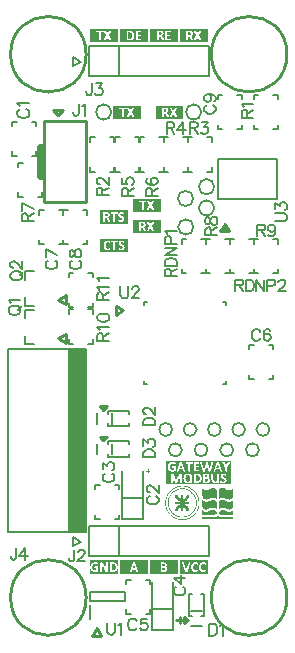
<source format=gbr>
G04*
G04 #@! TF.GenerationSoftware,Altium Limited,Altium Designer,24.5.2 (23)*
G04*
G04 Layer_Color=65535*
%FSLAX25Y25*%
%MOIN*%
G70*
G04*
G04 #@! TF.SameCoordinates,31991F0E-98CA-4A4E-B794-B5AF52ABA4E1*
G04*
G04*
G04 #@! TF.FilePolarity,Positive*
G04*
G01*
G75*
%ADD10C,0.00787*%
%ADD11C,0.01000*%
%ADD12C,0.00591*%
%ADD13C,0.00500*%
%ADD14C,0.02000*%
%ADD15C,0.00197*%
%ADD16R,0.06000X0.61000*%
G36*
X75343Y50363D02*
X75350Y50319D01*
X75331Y50300D01*
X75280Y50288D01*
X75154Y50351D01*
X75116Y50338D01*
X72445Y50326D01*
X72382Y50300D01*
X72294Y50250D01*
X72275Y50231D01*
X72281Y50200D01*
X72407Y50162D01*
X72514Y50143D01*
X72565Y50130D01*
X72628Y50105D01*
X72647Y50086D01*
X72811Y49998D01*
X72937Y49910D01*
X72962Y49897D01*
X73050Y49834D01*
X73075Y49821D01*
X73214Y49746D01*
X73428Y49645D01*
X73548Y49601D01*
X73617Y49569D01*
X73718Y49544D01*
X73806Y49532D01*
X73932Y49519D01*
X74348Y49532D01*
X74386Y49544D01*
X74455Y49563D01*
X74600Y49632D01*
X74663Y49658D01*
X74776Y49721D01*
X74814Y49758D01*
X74902Y49809D01*
X75003Y49910D01*
X75028Y49922D01*
X75060Y49954D01*
X75072Y49979D01*
X75123Y50029D01*
X75135Y50055D01*
X75205Y50124D01*
X75280Y50111D01*
X75287Y47774D01*
X75274Y47736D01*
X75261Y47522D01*
X75249Y47484D01*
X75230Y47314D01*
X75198Y47232D01*
X75123Y47068D01*
X75098Y47005D01*
X74946Y46804D01*
X74915Y46772D01*
X74890Y46760D01*
X74865Y46722D01*
X74839Y46709D01*
X74764Y46659D01*
X74739Y46646D01*
X74650Y46583D01*
X74581Y46564D01*
X74474Y46533D01*
X74411Y46508D01*
X74260Y46470D01*
X73945Y46457D01*
X73907Y46470D01*
X73718Y46483D01*
X73680Y46495D01*
X73554Y46533D01*
X73453Y46558D01*
X73321Y46590D01*
X73176Y46659D01*
X73094Y46690D01*
X73050Y46709D01*
X72659Y46898D01*
X72597Y46924D01*
X72508Y46949D01*
X72407Y46974D01*
X72319Y46999D01*
X72168Y47037D01*
X72042Y47049D01*
X71878Y47062D01*
X71576Y47049D01*
X71538Y47037D01*
X71469Y47018D01*
X71418Y47005D01*
X71311Y46974D01*
X71261Y46961D01*
X71179Y46930D01*
X71116Y46905D01*
X70876Y46766D01*
X70820Y46709D01*
X70795Y46697D01*
X70757Y46659D01*
X70732Y46646D01*
X70681Y46596D01*
X70631Y46583D01*
X70612Y46640D01*
X70625Y49362D01*
X70637Y49399D01*
X70675Y49525D01*
X70694Y49607D01*
X70706Y49658D01*
X70732Y49721D01*
X70750Y49740D01*
X70763Y49765D01*
X70814Y49840D01*
X70826Y49866D01*
X70883Y49935D01*
X70996Y50048D01*
X71021Y50061D01*
X71059Y50099D01*
X71147Y50137D01*
X71248Y50162D01*
X71317Y50181D01*
X71368Y50206D01*
X71355Y50256D01*
X71261Y50313D01*
X71179Y50332D01*
X69346Y50338D01*
X69308Y50326D01*
X69226Y50294D01*
X69182Y50262D01*
X69150Y50231D01*
X69163Y50206D01*
X69182Y50187D01*
X69270Y50162D01*
X69352Y50143D01*
X69434Y50111D01*
X69591Y49992D01*
X69679Y49903D01*
X69692Y49878D01*
X69717Y49853D01*
X69730Y49828D01*
X69755Y49803D01*
X69768Y49777D01*
X69806Y49689D01*
X69818Y49639D01*
X69881Y49500D01*
X69894Y49412D01*
X69906Y49210D01*
X69894Y46590D01*
X69862Y46583D01*
X69793Y46640D01*
X69724Y46709D01*
X69698Y46722D01*
X69673Y46747D01*
X69648Y46760D01*
X69610Y46797D01*
X69585Y46810D01*
X69497Y46861D01*
X69333Y46936D01*
X69245Y46961D01*
X69207Y46974D01*
X69194D01*
X69144Y46986D01*
X69062Y47018D01*
X69012Y47031D01*
X68949Y47043D01*
X68823Y47056D01*
X68489Y47062D01*
X68451Y47049D01*
X68300Y47037D01*
X68262Y47024D01*
X68136Y46986D01*
X68086Y46974D01*
X68004Y46955D01*
X67953Y46942D01*
X67701Y46842D01*
X67657Y46823D01*
X67342Y46672D01*
X67292Y46659D01*
X67128Y46583D01*
X67027Y46558D01*
X66920Y46539D01*
X66870Y46527D01*
X66763Y46495D01*
X66712Y46483D01*
X66624Y46470D01*
X66422Y46457D01*
X66177Y46476D01*
X66114Y46489D01*
X66044Y46508D01*
X65881Y46558D01*
X65799Y46590D01*
X65729Y46634D01*
X65641Y46684D01*
X65528Y46772D01*
X65458Y46842D01*
X65446Y46867D01*
X65383Y46930D01*
X65307Y47068D01*
X65257Y47144D01*
X65238Y47226D01*
X65225Y47276D01*
X65175Y47415D01*
X65162Y47465D01*
X65150Y47591D01*
X65137Y50048D01*
X65131Y50080D01*
X65169Y50143D01*
X65188Y50149D01*
X65257Y50092D01*
X65345Y49979D01*
X65414Y49910D01*
X65439Y49897D01*
X65528Y49809D01*
X65553Y49796D01*
X65641Y49733D01*
X65666Y49721D01*
X65742Y49670D01*
X65862Y49626D01*
X66006Y49557D01*
X66088Y49538D01*
X66202Y49525D01*
X66611Y49519D01*
X66649Y49532D01*
X66775Y49544D01*
X66964Y49620D01*
X67159Y49689D01*
X67178Y49708D01*
X67443Y49847D01*
X67531Y49910D01*
X67619Y49960D01*
X67708Y50023D01*
X67733Y50036D01*
X67947Y50137D01*
X67997Y50149D01*
X68086Y50162D01*
X68155Y50181D01*
X68199Y50200D01*
X68218Y50218D01*
X68205Y50244D01*
X68186Y50262D01*
X68073Y50313D01*
X67991Y50332D01*
X65358Y50344D01*
X65345Y50370D01*
X68268Y50382D01*
X68432Y50395D01*
X68942Y50401D01*
X68980Y50388D01*
X69371Y50376D01*
X71576Y50388D01*
X71614Y50401D01*
X72206Y50388D01*
X72244Y50376D01*
X75173Y50370D01*
X75243Y50388D01*
X75280Y50401D01*
X75343Y50363D01*
D02*
G37*
G36*
X65288Y50376D02*
X65301Y50363D01*
X65307Y50357D01*
X65288Y50338D01*
X65200Y50300D01*
X65150Y50313D01*
X65143Y50370D01*
X65162Y50388D01*
X65288Y50376D01*
D02*
G37*
G36*
X69081Y46268D02*
X69270Y46180D01*
X69352Y46161D01*
X69415Y46136D01*
X69459Y46092D01*
X69484Y46079D01*
X69509Y46054D01*
X69572Y46016D01*
X69692Y45897D01*
X69730Y45834D01*
X69768Y45796D01*
X69806Y45708D01*
X69824Y45638D01*
X69881Y45506D01*
X69894Y45456D01*
X69906Y45103D01*
X69913Y43244D01*
X69900Y43219D01*
X69850Y43232D01*
X69648Y43433D01*
X69623Y43446D01*
X69585Y43484D01*
X69560Y43496D01*
X69535Y43521D01*
X69421Y43584D01*
X69157Y43710D01*
X68986Y43729D01*
X68936Y43742D01*
X68854Y43773D01*
X68753Y43799D01*
X68501Y43811D01*
X68464Y43799D01*
X68262Y43786D01*
X68199Y43761D01*
X68149Y43748D01*
X68086Y43723D01*
X67871Y43698D01*
X67808Y43673D01*
X67695Y43622D01*
X67575Y43578D01*
X67481Y43521D01*
X67367Y43458D01*
X67229Y43383D01*
X67103Y43295D01*
X67033Y43276D01*
X66989Y43257D01*
X66888Y43194D01*
X66838Y43181D01*
X66712Y43169D01*
X66618Y43150D01*
X66517Y43112D01*
X66466Y43099D01*
X66403Y43087D01*
X66221Y43080D01*
X66183Y43093D01*
X66019Y43156D01*
X65899Y43175D01*
X65836Y43187D01*
X65773Y43213D01*
X65742Y43244D01*
X65717Y43257D01*
X65692Y43282D01*
X65578Y43345D01*
X65515Y43408D01*
X65490Y43421D01*
X65471Y43439D01*
X65458Y43465D01*
X65408Y43515D01*
X65395Y43540D01*
X65370Y43565D01*
X65295Y43704D01*
X65244Y43817D01*
X65232Y43868D01*
X65213Y43950D01*
X65188Y44013D01*
X65169Y44069D01*
X65156Y44120D01*
X65143Y44510D01*
X65156Y46249D01*
X65200Y46256D01*
X65377Y46079D01*
X65402Y46067D01*
X65578Y45941D01*
X65742Y45853D01*
X65805Y45827D01*
X65893Y45802D01*
X66032Y45739D01*
X66132Y45714D01*
X66372Y45701D01*
X66851Y45714D01*
X66888Y45726D01*
X66964Y45739D01*
X67103Y45802D01*
X67141Y45815D01*
X67153D01*
X67248Y45834D01*
X67430Y45928D01*
X67481Y45941D01*
X67569Y45991D01*
X67645Y46042D01*
X67726Y46060D01*
X67790Y46086D01*
X67884Y46142D01*
X67934Y46155D01*
X68086Y46180D01*
X68168Y46212D01*
X68237Y46243D01*
X68325Y46268D01*
X68791Y46281D01*
X69081Y46268D01*
D02*
G37*
G36*
X72162Y46262D02*
X72212Y46249D01*
X72344Y46193D01*
X72395Y46180D01*
X72514Y46161D01*
X72565Y46149D01*
X72609Y46130D01*
X72710Y46067D01*
X72779Y46048D01*
X72842Y46023D01*
X72918Y45972D01*
X72987Y45941D01*
X73107Y45897D01*
X73138Y45865D01*
X73226Y45827D01*
X73371Y45796D01*
X73434Y45771D01*
X73504Y45739D01*
X73554Y45726D01*
X73642Y45714D01*
X73768Y45701D01*
X74083Y45689D01*
X74121Y45701D01*
X74361Y45714D01*
X74398Y45726D01*
X74449Y45739D01*
X74612Y45815D01*
X74663Y45827D01*
X74890Y45953D01*
X74928Y45991D01*
X74953Y46004D01*
X74978Y46029D01*
X75041Y46067D01*
X75179Y46205D01*
X75243Y46231D01*
X75274Y46199D01*
X75280Y46142D01*
X75268Y44214D01*
X75249Y44044D01*
X75230Y43925D01*
X75205Y43862D01*
X75135Y43717D01*
X75104Y43635D01*
X75054Y43559D01*
X75035Y43540D01*
X75022Y43515D01*
X74997Y43490D01*
X74984Y43465D01*
X74839Y43320D01*
X74814Y43307D01*
X74726Y43244D01*
X74701Y43232D01*
X74676Y43206D01*
X74587Y43181D01*
X74505Y43162D01*
X74442Y43150D01*
X74272Y43080D01*
X74222Y43068D01*
X73970Y43080D01*
X73857Y43131D01*
X73794Y43156D01*
X73705Y43169D01*
X73598Y43187D01*
X73535Y43213D01*
X73516Y43232D01*
X73491Y43244D01*
X73378Y43295D01*
X73290Y43345D01*
X73264Y43370D01*
X73101Y43458D01*
X73012Y43521D01*
X72899Y43572D01*
X72811Y43610D01*
X72729Y43641D01*
X72659Y43673D01*
X72647D01*
X72584Y43698D01*
X72534Y43710D01*
X72351Y43729D01*
X72168Y43786D01*
X72004Y43799D01*
X71740Y43786D01*
X71702Y43773D01*
X71639Y43748D01*
X71538Y43723D01*
X71393Y43704D01*
X71343Y43692D01*
X71204Y43628D01*
X71009Y43521D01*
X70895Y43433D01*
X70870Y43408D01*
X70845Y43395D01*
X70656Y43206D01*
X70625Y43200D01*
X70599Y43263D01*
X70612Y43351D01*
X70625Y45355D01*
X70637Y45393D01*
X70675Y45518D01*
X70694Y45601D01*
X70706Y45651D01*
X70732Y45714D01*
X70788Y45796D01*
X70839Y45884D01*
X70927Y45972D01*
X70939Y45997D01*
X70971Y46029D01*
X71059Y46079D01*
X71128Y46136D01*
X71210Y46167D01*
X71280Y46186D01*
X71343Y46212D01*
X71450Y46256D01*
X71500Y46268D01*
X71777Y46281D01*
X72162Y46262D01*
D02*
G37*
G36*
X68716Y43005D02*
X68854Y42942D01*
X68955Y42917D01*
X69056Y42904D01*
X69194Y42816D01*
X69276Y42784D01*
X69352Y42734D01*
X69383Y42702D01*
X69409Y42690D01*
X69478Y42633D01*
X69522Y42602D01*
X69617Y42507D01*
X69629Y42482D01*
X69679Y42432D01*
X69692Y42406D01*
X69755Y42318D01*
X69806Y42243D01*
X69818Y42192D01*
X69843Y42129D01*
X69894Y42016D01*
X69919Y41927D01*
X69932Y41839D01*
X69881Y41751D01*
X69818Y41726D01*
X69768Y41713D01*
X69724Y41694D01*
X69635Y41631D01*
X69610Y41619D01*
X69503Y41550D01*
X69490Y41524D01*
X69446Y41480D01*
X69421Y41468D01*
X69352Y41398D01*
X69339Y41373D01*
X69251Y41260D01*
X69207Y41216D01*
X69119Y41190D01*
X68955Y41203D01*
X65377Y41190D01*
X65339Y41203D01*
X65213Y41190D01*
X65150Y41203D01*
X65118Y41234D01*
X65106Y41323D01*
X65112Y41480D01*
X65106Y42822D01*
X65118Y42860D01*
X65137Y42904D01*
X65175Y42917D01*
X65219Y42873D01*
X65282Y42759D01*
X65377Y42665D01*
X65402Y42652D01*
X65471Y42595D01*
X65566Y42539D01*
X65704Y42476D01*
X65754Y42463D01*
X65843Y42438D01*
X65893Y42425D01*
X65981Y42400D01*
X66032Y42387D01*
X66372Y42362D01*
X66460Y42375D01*
X66674Y42387D01*
X66750Y42413D01*
X66763D01*
X66832Y42432D01*
X66933Y42457D01*
X66996Y42469D01*
X67097Y42507D01*
X67254Y42576D01*
X67342Y42627D01*
X67418Y42677D01*
X67500Y42709D01*
X67544Y42753D01*
X67569Y42765D01*
X67657Y42803D01*
X67739Y42835D01*
X67758Y42854D01*
X67783Y42866D01*
X67871Y42904D01*
X67960Y42917D01*
X68054Y42935D01*
X68117Y42961D01*
X68186Y42992D01*
X68237Y43005D01*
X68325Y43017D01*
X68716Y43005D01*
D02*
G37*
G36*
X72206D02*
X72319Y42954D01*
X72382Y42929D01*
X72508Y42917D01*
X72609Y42891D01*
X72710Y42828D01*
X72830Y42784D01*
X72930Y42721D01*
X73056Y42658D01*
X73101Y42627D01*
X73163Y42589D01*
X73226Y42564D01*
X73308Y42532D01*
X73441Y42476D01*
X73491Y42463D01*
X73573Y42444D01*
X73674Y42419D01*
X73743Y42400D01*
X73919Y42375D01*
X74146Y42362D01*
X74184Y42375D01*
X74398Y42387D01*
X74436Y42400D01*
X74487Y42413D01*
X74612Y42450D01*
X74682Y42469D01*
X74745Y42494D01*
X74959Y42621D01*
X74990Y42652D01*
X75016Y42665D01*
X75110Y42759D01*
X75123Y42784D01*
X75161Y42822D01*
X75173Y42847D01*
X75205Y42879D01*
X75255Y42891D01*
X75287Y42885D01*
X75299Y42835D01*
X75305Y41266D01*
X75274Y41222D01*
X75243Y41190D01*
X75154Y41178D01*
X74915Y41190D01*
X72370D01*
X71481Y41184D01*
X71406Y41197D01*
X71336Y41241D01*
X71292Y41285D01*
X71254Y41348D01*
X71198Y41417D01*
X71034Y41581D01*
X71009Y41594D01*
X70889Y41675D01*
X70820Y41707D01*
X70732Y41732D01*
X70669Y41757D01*
X70643Y41770D01*
X70587Y41827D01*
X70574Y41877D01*
X70587Y42003D01*
X70675Y42192D01*
X70706Y42274D01*
X70725Y42293D01*
X70738Y42318D01*
X70763Y42343D01*
X70814Y42432D01*
X70839Y42457D01*
X70851Y42482D01*
X70939Y42570D01*
X70952Y42595D01*
X70971Y42614D01*
X70996Y42627D01*
X71047Y42677D01*
X71072Y42690D01*
X71141Y42746D01*
X71160Y42765D01*
X71185Y42778D01*
X71273Y42816D01*
X71299Y42828D01*
X71374Y42879D01*
X71437Y42904D01*
X71525Y42917D01*
X71576Y42929D01*
X71645Y42948D01*
X71752Y42992D01*
X71803Y43005D01*
X71966Y43017D01*
X72206Y43005D01*
D02*
G37*
G36*
X70429Y41102D02*
X70568Y41027D01*
X70637Y40970D01*
X70688Y40920D01*
X70700Y40894D01*
X70725Y40869D01*
X70738Y40844D01*
X70776Y40756D01*
X70782Y40737D01*
X70788Y40731D01*
X70801Y40617D01*
X70858Y40548D01*
X70908Y40535D01*
X75268Y40523D01*
X75324Y40466D01*
X75337Y40378D01*
X75324Y40252D01*
X75337Y40088D01*
X75293Y40006D01*
X75230Y39981D01*
X65194Y39974D01*
X65150Y39993D01*
X65131Y40012D01*
X65118Y40063D01*
X65112Y40132D01*
X65124Y40472D01*
X65156Y40516D01*
X65175Y40535D01*
X65244Y40541D01*
X69648Y40535D01*
X69673Y40560D01*
X69692Y40567D01*
X69705Y40592D01*
X69730Y40655D01*
X69749Y40724D01*
X69774Y40787D01*
X69856Y40932D01*
X69913Y40989D01*
X69938Y41001D01*
X69988Y41052D01*
X70076Y41090D01*
X70165Y41102D01*
X70215Y41115D01*
X70429Y41102D01*
D02*
G37*
G36*
X58816Y51041D02*
X59177Y51027D01*
X59220Y51012D01*
X59437Y50998D01*
X59480Y50983D01*
X59574Y50962D01*
X59739Y50911D01*
X59797Y50897D01*
X59898Y50883D01*
X60013Y50854D01*
X60086Y50825D01*
X60186Y50796D01*
X60410Y50717D01*
X60489Y50681D01*
X60547Y50666D01*
X60684Y50616D01*
X60807Y50551D01*
X60879Y50522D01*
X61211Y50349D01*
X61297Y50291D01*
X61427Y50219D01*
X61456Y50190D01*
X61485Y50176D01*
X61615Y50104D01*
X61694Y50039D01*
X61716Y50017D01*
X61817Y49959D01*
X61889Y49887D01*
X61917Y49873D01*
X61997Y49808D01*
X62033Y49772D01*
X62062Y49757D01*
X62105Y49714D01*
X62134Y49700D01*
X62220Y49613D01*
X62249Y49599D01*
X62437Y49411D01*
X62466Y49397D01*
X62502Y49346D01*
X62675Y49173D01*
X62689Y49144D01*
X62761Y49072D01*
X62776Y49043D01*
X62819Y49000D01*
X62833Y48971D01*
X62906Y48899D01*
X62920Y48870D01*
X63021Y48740D01*
X63050Y48712D01*
X63064Y48683D01*
X63208Y48481D01*
X63266Y48380D01*
X63295Y48351D01*
X63309Y48322D01*
X63396Y48164D01*
X63454Y48077D01*
X63482Y48005D01*
X63569Y47846D01*
X63627Y47716D01*
X63641Y47659D01*
X63742Y47442D01*
X63778Y47348D01*
X63807Y47276D01*
X63843Y47183D01*
X63865Y47089D01*
X63894Y46973D01*
X63944Y46851D01*
X63973Y46736D01*
X63987Y46635D01*
X64002Y46577D01*
X64023Y46454D01*
X64081Y46166D01*
X64095Y46036D01*
X64110Y45877D01*
X64124Y45646D01*
X64132Y45077D01*
X64117Y45033D01*
X64103Y44658D01*
X64088Y44615D01*
X64074Y44471D01*
X64059Y44428D01*
X64009Y44190D01*
X63980Y44002D01*
X63966Y43930D01*
X63951Y43872D01*
X63922Y43800D01*
X63858Y43591D01*
X63836Y43497D01*
X63807Y43425D01*
X63771Y43346D01*
X63706Y43165D01*
X63684Y43115D01*
X63612Y42956D01*
X63576Y42863D01*
X63540Y42812D01*
X63497Y42740D01*
X63461Y42646D01*
X63439Y42596D01*
X63374Y42516D01*
X63266Y42322D01*
X63237Y42293D01*
X63151Y42134D01*
X63093Y42076D01*
X63079Y42048D01*
X63007Y41947D01*
X62869Y41766D01*
X62833Y41730D01*
X62819Y41701D01*
X62761Y41644D01*
X62747Y41615D01*
X62631Y41500D01*
X62617Y41471D01*
X62206Y41060D01*
X62177Y41045D01*
X62047Y40915D01*
X62018Y40901D01*
X61889Y40800D01*
X61860Y40771D01*
X61788Y40728D01*
X61708Y40663D01*
X61600Y40598D01*
X61571Y40584D01*
X61528Y40540D01*
X61499Y40526D01*
X61470Y40497D01*
X61312Y40410D01*
X61225Y40353D01*
X61131Y40317D01*
X61110Y40295D01*
X61081Y40281D01*
X60749Y40122D01*
X60648Y40079D01*
X60489Y40007D01*
X60410Y39985D01*
X60352Y39970D01*
X60208Y39913D01*
X60086Y39877D01*
X59970Y39848D01*
X59905Y39812D01*
X59898Y39776D01*
X56948Y39783D01*
X56934Y39826D01*
X56768Y39877D01*
X56631Y39927D01*
X56537Y39963D01*
X56422Y39992D01*
X56328Y40028D01*
X56278Y40050D01*
X56119Y40122D01*
X56047Y40151D01*
X56018Y40165D01*
X55542Y40410D01*
X55513Y40439D01*
X55484Y40454D01*
X55383Y40511D01*
X55196Y40641D01*
X55167Y40656D01*
X55138Y40685D01*
X55109Y40699D01*
X55066Y40742D01*
X55037Y40757D01*
X54936Y40829D01*
X54878Y40887D01*
X54849Y40901D01*
X54770Y40966D01*
X54705Y41031D01*
X54677Y41045D01*
X54532Y41189D01*
X54503Y41204D01*
X54309Y41399D01*
X54294Y41427D01*
X54164Y41557D01*
X54150Y41586D01*
X54063Y41673D01*
X54049Y41701D01*
X53991Y41759D01*
X53977Y41788D01*
X53948Y41817D01*
X53934Y41846D01*
X53890Y41889D01*
X53876Y41918D01*
X53833Y41961D01*
X53775Y42062D01*
X53732Y42105D01*
X53717Y42134D01*
X53688Y42163D01*
X53631Y42264D01*
X53602Y42293D01*
X53587Y42322D01*
X53501Y42480D01*
X53429Y42581D01*
X53393Y42675D01*
X53306Y42819D01*
X53234Y43007D01*
X53169Y43115D01*
X53090Y43339D01*
X53061Y43411D01*
X53047Y43468D01*
X52974Y43670D01*
X52938Y43793D01*
X52924Y43851D01*
X52859Y44161D01*
X52837Y44240D01*
X52808Y44355D01*
X52780Y44557D01*
X52744Y44997D01*
X52736Y45711D01*
X52751Y45755D01*
X52772Y46036D01*
X52787Y46195D01*
X52801Y46310D01*
X52816Y46382D01*
X52845Y46497D01*
X52866Y46577D01*
X52881Y46635D01*
X52902Y46728D01*
X52931Y46887D01*
X52946Y46945D01*
X52989Y47060D01*
X53039Y47226D01*
X53075Y47320D01*
X53104Y47392D01*
X53191Y47623D01*
X53256Y47745D01*
X53306Y47882D01*
X53364Y47969D01*
X53465Y48171D01*
X53487Y48192D01*
X53501Y48221D01*
X53587Y48380D01*
X53631Y48423D01*
X53645Y48452D01*
X53717Y48582D01*
X53775Y48640D01*
X53789Y48668D01*
X53890Y48798D01*
X54027Y48978D01*
X54063Y49014D01*
X54078Y49043D01*
X54121Y49087D01*
X54136Y49115D01*
X54280Y49260D01*
X54287Y49281D01*
X54309Y49289D01*
X54316Y49310D01*
X54338Y49317D01*
X54352Y49346D01*
X54576Y49570D01*
X54604Y49584D01*
X54720Y49700D01*
X54749Y49714D01*
X54777Y49743D01*
X54806Y49757D01*
X54878Y49830D01*
X54907Y49844D01*
X54936Y49873D01*
X54965Y49887D01*
X55008Y49931D01*
X55037Y49945D01*
X55080Y49988D01*
X55181Y50046D01*
X55253Y50118D01*
X55326Y50147D01*
X55354Y50161D01*
X55542Y50291D01*
X55672Y50363D01*
X55917Y50493D01*
X56018Y50536D01*
X56234Y50637D01*
X56458Y50717D01*
X56552Y50753D01*
X56696Y50796D01*
X56768Y50825D01*
X56912Y50868D01*
X57085Y50897D01*
X57143Y50911D01*
X57280Y50962D01*
X57338Y50976D01*
X57424Y50991D01*
X57619Y51012D01*
X57662D01*
X57670Y51020D01*
X57857Y51034D01*
X58088Y51048D01*
X58773Y51056D01*
X58816Y51041D01*
D02*
G37*
G36*
X51188Y135178D02*
X41988D01*
Y139678D01*
X51188D01*
Y135178D01*
D02*
G37*
G36*
X66927Y198871D02*
X57727D01*
Y203371D01*
X66927D01*
Y198871D01*
D02*
G37*
G36*
X40187Y138378D02*
X30988D01*
Y142878D01*
X40187D01*
Y138378D01*
D02*
G37*
G36*
X40288Y128878D02*
X31087D01*
Y133378D01*
X40288D01*
Y128878D01*
D02*
G37*
G36*
X46927Y198871D02*
X37727D01*
Y203371D01*
X46927D01*
Y198871D01*
D02*
G37*
G36*
X36927Y21671D02*
X27727D01*
Y26171D01*
X36927D01*
Y21671D01*
D02*
G37*
G36*
X74753Y55747D02*
Y51500D01*
X53100D01*
Y55747D01*
Y59374D01*
X74753D01*
Y55747D01*
D02*
G37*
G36*
X46927Y21671D02*
X37727D01*
Y26171D01*
X46927D01*
Y21671D01*
D02*
G37*
G36*
X36927Y198871D02*
X27727D01*
Y203371D01*
X36927D01*
Y198871D01*
D02*
G37*
G36*
X56927Y21671D02*
X47727D01*
Y26171D01*
X56927D01*
Y21671D01*
D02*
G37*
G36*
X58783Y173283D02*
X49583D01*
Y177783D01*
X58783D01*
Y173283D01*
D02*
G37*
G36*
X44583D02*
X35383D01*
Y177783D01*
X44583D01*
Y173283D01*
D02*
G37*
G36*
X56927Y198871D02*
X47727D01*
Y203371D01*
X56927D01*
Y198871D01*
D02*
G37*
G36*
X66927Y21671D02*
X57727D01*
Y26171D01*
X66927D01*
Y21671D01*
D02*
G37*
G36*
X51188Y142278D02*
X41988D01*
Y146778D01*
X51188D01*
Y142278D01*
D02*
G37*
%LPC*%
G36*
X58470Y50825D02*
X57980Y50810D01*
X57936Y50796D01*
X57677Y50782D01*
X57633Y50767D01*
X57511Y50745D01*
X57453Y50731D01*
X57237Y50688D01*
X57064Y50659D01*
X56991Y50644D01*
X56847Y50587D01*
X56782Y50565D01*
X56681Y50536D01*
X56566Y50507D01*
X56379Y50421D01*
X56242Y50370D01*
X56119Y50305D01*
X56025Y50269D01*
X55881Y50183D01*
X55722Y50111D01*
X55686Y50075D01*
X55657Y50060D01*
X55499Y49974D01*
X55441Y49916D01*
X55311Y49844D01*
X55268Y49801D01*
X55239Y49786D01*
X55210Y49757D01*
X55138Y49714D01*
X55095Y49671D01*
X55066Y49656D01*
X55037Y49628D01*
X55008Y49613D01*
X54929Y49548D01*
X54849Y49469D01*
X54821Y49455D01*
X54691Y49325D01*
X54662Y49310D01*
X54453Y49101D01*
X54439Y49072D01*
X54323Y48957D01*
X54309Y48928D01*
X54222Y48841D01*
X54208Y48813D01*
X54179Y48784D01*
X54164Y48755D01*
X54121Y48712D01*
X54107Y48683D01*
X54078Y48654D01*
X54063Y48625D01*
X53919Y48423D01*
X53905Y48394D01*
X53876Y48365D01*
X53861Y48337D01*
X53818Y48293D01*
X53789Y48221D01*
X53732Y48120D01*
X53703Y48091D01*
X53688Y48063D01*
X53587Y47875D01*
X53515Y47716D01*
X53458Y47615D01*
X53414Y47514D01*
X53349Y47334D01*
X53328Y47313D01*
X53285Y47212D01*
X53270Y47154D01*
X53234Y47002D01*
X53176Y46858D01*
X53155Y46779D01*
X53140Y46721D01*
X53119Y46584D01*
X53061Y46353D01*
X53047Y46281D01*
X53032Y46166D01*
X53018Y46036D01*
X52989Y45661D01*
X52982Y45062D01*
X52996Y45019D01*
X53018Y44680D01*
X53032Y44536D01*
X53061Y44348D01*
X53104Y44175D01*
X53119Y44103D01*
X53126Y44038D01*
X53133Y44031D01*
X53148Y43944D01*
X53169Y43865D01*
X53241Y43678D01*
X53256Y43620D01*
X53277Y43526D01*
X53321Y43411D01*
X53371Y43317D01*
X53414Y43173D01*
X53487Y43043D01*
X53530Y42942D01*
X53616Y42783D01*
X53717Y42596D01*
X53775Y42509D01*
X53847Y42379D01*
X53890Y42336D01*
X53905Y42307D01*
X53962Y42206D01*
X53991Y42177D01*
X54006Y42149D01*
X54049Y42105D01*
X54063Y42076D01*
X54164Y41947D01*
X54208Y41903D01*
X54222Y41875D01*
X54265Y41831D01*
X54280Y41802D01*
X54352Y41730D01*
X54366Y41701D01*
X54467Y41600D01*
X54482Y41572D01*
X54662Y41391D01*
X54691Y41377D01*
X54821Y41247D01*
X54849Y41233D01*
X54936Y41146D01*
X54965Y41132D01*
X54994Y41103D01*
X55023Y41088D01*
X55080Y41031D01*
X55109Y41016D01*
X55189Y40951D01*
X55239Y40901D01*
X55268Y40887D01*
X55369Y40829D01*
X55412Y40786D01*
X55441Y40771D01*
X55556Y40699D01*
X55585Y40685D01*
X55686Y40612D01*
X55845Y40526D01*
X56234Y40338D01*
X56328Y40302D01*
X56508Y40223D01*
X56588Y40201D01*
X56660Y40172D01*
X56753Y40136D01*
X56984Y40079D01*
X57129Y40035D01*
X57302Y39992D01*
X57475Y39963D01*
X57619Y39949D01*
X57677Y39934D01*
X57994Y39906D01*
X58311Y39891D01*
X58412Y39877D01*
X58996Y39913D01*
X59227Y39942D01*
X59422Y39963D01*
X59480Y39978D01*
X59602Y39999D01*
X59682Y40021D01*
X59884Y40079D01*
X59999Y40108D01*
X60093Y40129D01*
X60208Y40172D01*
X60302Y40209D01*
X60360Y40223D01*
X60453Y40259D01*
X60619Y40338D01*
X60756Y40389D01*
X60778Y40410D01*
X60807Y40425D01*
X61081Y40569D01*
X61239Y40656D01*
X61268Y40685D01*
X61297Y40699D01*
X61398Y40757D01*
X61478Y40822D01*
X61586Y40887D01*
X61615Y40901D01*
X61643Y40930D01*
X61672Y40944D01*
X61730Y41002D01*
X61759Y41016D01*
X61838Y41081D01*
X61889Y41132D01*
X61917Y41146D01*
X61946Y41175D01*
X61975Y41189D01*
X62076Y41290D01*
X62105Y41305D01*
X62473Y41673D01*
X62487Y41701D01*
X62574Y41788D01*
X62588Y41817D01*
X62660Y41889D01*
X62675Y41918D01*
X62704Y41947D01*
X62718Y41976D01*
X62776Y42033D01*
X62790Y42062D01*
X62934Y42264D01*
X62992Y42365D01*
X63050Y42423D01*
X63064Y42452D01*
X63165Y42639D01*
X63194Y42668D01*
X63223Y42740D01*
X63295Y42870D01*
X63367Y43028D01*
X63482Y43274D01*
X63497Y43331D01*
X63533Y43425D01*
X63583Y43519D01*
X63612Y43620D01*
X63641Y43735D01*
X63706Y43916D01*
X63721Y43973D01*
X63749Y44118D01*
X63764Y44204D01*
X63778Y44276D01*
X63821Y44449D01*
X63836Y44521D01*
X63850Y44637D01*
X63865Y44810D01*
X63879Y45127D01*
X63886Y45581D01*
X63872Y45625D01*
X63858Y46058D01*
X63843Y46101D01*
X63821Y46252D01*
X63778Y46425D01*
X63764Y46497D01*
X63735Y46671D01*
X63706Y46786D01*
X63677Y46858D01*
X63627Y47024D01*
X63605Y47118D01*
X63576Y47190D01*
X63497Y47370D01*
X63475Y47464D01*
X63367Y47673D01*
X63331Y47767D01*
X63259Y47882D01*
X63187Y48041D01*
X63165Y48063D01*
X63151Y48091D01*
X63122Y48120D01*
X63035Y48279D01*
X62963Y48380D01*
X62906Y48481D01*
X62877Y48510D01*
X62862Y48539D01*
X62833Y48567D01*
X62819Y48596D01*
X62718Y48726D01*
X62689Y48755D01*
X62675Y48784D01*
X62610Y48863D01*
X62588Y48885D01*
X62574Y48913D01*
X62516Y48971D01*
X62502Y49000D01*
X62256Y49245D01*
X62249Y49267D01*
X62220Y49281D01*
X62047Y49455D01*
X62018Y49469D01*
X61917Y49570D01*
X61889Y49584D01*
X61860Y49613D01*
X61831Y49628D01*
X61701Y49729D01*
X61456Y49902D01*
X61427Y49916D01*
X61369Y49974D01*
X61340Y49988D01*
X61182Y50075D01*
X61081Y50147D01*
X61023Y50161D01*
X60865Y50262D01*
X60771Y50298D01*
X60720Y50320D01*
X60533Y50406D01*
X60475Y50421D01*
X60287Y50507D01*
X60114Y50551D01*
X59977Y50601D01*
X59884Y50637D01*
X59768Y50666D01*
X59559Y50702D01*
X59415Y50731D01*
X59357Y50745D01*
X59285Y50760D01*
X59198Y50774D01*
X59069Y50789D01*
X58896Y50803D01*
X58470Y50825D01*
D02*
G37*
%LPD*%
G36*
X58528Y50176D02*
X58989Y50161D01*
X59033Y50147D01*
X59263Y50132D01*
X59364Y50118D01*
X59422Y50104D01*
X59494Y50075D01*
X59682Y50017D01*
X59905Y49966D01*
X59977Y49938D01*
X60100Y49887D01*
X60237Y49837D01*
X60287Y49815D01*
X60446Y49743D01*
X60540Y49707D01*
X60590Y49671D01*
X60663Y49628D01*
X60735Y49599D01*
X60836Y49541D01*
X60922Y49483D01*
X61023Y49426D01*
X61052Y49397D01*
X61081Y49382D01*
X61218Y49289D01*
X61304Y49231D01*
X61326Y49209D01*
X61355Y49195D01*
X61384Y49166D01*
X61413Y49152D01*
X61456Y49108D01*
X61485Y49094D01*
X61557Y49022D01*
X61586Y49007D01*
X61687Y48906D01*
X61716Y48892D01*
X62055Y48553D01*
X62069Y48524D01*
X62112Y48481D01*
X62127Y48452D01*
X62199Y48380D01*
X62213Y48351D01*
X62502Y47947D01*
X62516Y47918D01*
X62574Y47832D01*
X62588Y47774D01*
X62617Y47745D01*
X62631Y47716D01*
X62689Y47630D01*
X62725Y47536D01*
X62805Y47385D01*
X62841Y47291D01*
X62869Y47219D01*
X62891Y47197D01*
X62934Y47096D01*
X62949Y47038D01*
X62970Y46945D01*
X62985Y46887D01*
X63050Y46764D01*
X63079Y46663D01*
X63107Y46461D01*
X63122Y46404D01*
X63179Y46202D01*
X63208Y46086D01*
X63252Y45279D01*
X63237Y45134D01*
X63216Y44723D01*
X63201Y44594D01*
X63187Y44521D01*
X63172Y44464D01*
X63151Y44384D01*
X63122Y44283D01*
X63093Y44110D01*
X63057Y43959D01*
X63035Y43908D01*
X62978Y43778D01*
X62934Y43605D01*
X62819Y43360D01*
X62783Y43266D01*
X62718Y43158D01*
X62559Y42855D01*
X62487Y42754D01*
X62473Y42726D01*
X62415Y42625D01*
X62386Y42596D01*
X62372Y42567D01*
X62235Y42387D01*
X62119Y42242D01*
X62083Y42206D01*
X62069Y42177D01*
X62011Y42120D01*
X61997Y42091D01*
X61730Y41824D01*
X61701Y41810D01*
X61571Y41680D01*
X61542Y41665D01*
X61485Y41608D01*
X61456Y41593D01*
X61427Y41564D01*
X61398Y41550D01*
X61369Y41521D01*
X61340Y41507D01*
X61283Y41449D01*
X61254Y41435D01*
X61052Y41290D01*
X60951Y41233D01*
X60865Y41175D01*
X60836Y41161D01*
X60735Y41103D01*
X60648Y41045D01*
X60590Y41031D01*
X60432Y40944D01*
X60302Y40887D01*
X60208Y40865D01*
X60100Y40814D01*
X59970Y40757D01*
X59876Y40735D01*
X59711Y40685D01*
X59653Y40670D01*
X59552Y40641D01*
X59379Y40612D01*
X59206Y40569D01*
X59105Y40555D01*
X59047Y40540D01*
X58946Y40526D01*
X58629Y40511D01*
X57850Y40526D01*
X57806Y40540D01*
X57749Y40555D01*
X57612Y40576D01*
X57496Y40605D01*
X57352Y40634D01*
X57266Y40648D01*
X57208Y40663D01*
X56955Y40742D01*
X56840Y40771D01*
X56624Y40872D01*
X56566Y40887D01*
X56451Y40930D01*
X56350Y41002D01*
X56213Y41052D01*
X56126Y41110D01*
X55931Y41218D01*
X55845Y41276D01*
X55816Y41290D01*
X55434Y41572D01*
X55383Y41608D01*
X55340Y41651D01*
X55311Y41665D01*
X55253Y41723D01*
X55225Y41737D01*
X55095Y41867D01*
X55066Y41882D01*
X54943Y42004D01*
X54929Y42033D01*
X54813Y42149D01*
X54799Y42177D01*
X54727Y42250D01*
X54712Y42278D01*
X54684Y42307D01*
X54669Y42336D01*
X54626Y42379D01*
X54611Y42408D01*
X54554Y42466D01*
X54539Y42495D01*
X54467Y42596D01*
X54453Y42625D01*
X54381Y42726D01*
X54366Y42754D01*
X54294Y42884D01*
X54222Y42985D01*
X54049Y43346D01*
X53948Y43562D01*
X53919Y43678D01*
X53883Y43771D01*
X53861Y43793D01*
X53833Y43865D01*
X53804Y43966D01*
X53782Y44103D01*
X53768Y44175D01*
X53753Y44233D01*
X53703Y44355D01*
X53674Y44471D01*
X53660Y44702D01*
X53645Y44803D01*
X53631Y45033D01*
X53616Y45091D01*
X53623Y45646D01*
X53631Y45654D01*
X53645Y45971D01*
X53660Y46014D01*
X53674Y46259D01*
X53688Y46303D01*
X53724Y46396D01*
X53753Y46469D01*
X53782Y46584D01*
X53811Y46757D01*
X53825Y46815D01*
X53854Y46887D01*
X53919Y47038D01*
X53934Y47096D01*
X53984Y47233D01*
X54006Y47255D01*
X54049Y47356D01*
X54078Y47428D01*
X54237Y47731D01*
X54294Y47817D01*
X54366Y47947D01*
X54439Y48048D01*
X54453Y48077D01*
X54597Y48279D01*
X54611Y48308D01*
X54655Y48351D01*
X54669Y48380D01*
X54698Y48409D01*
X54712Y48438D01*
X54813Y48539D01*
X54828Y48567D01*
X54943Y48683D01*
X54958Y48712D01*
X55124Y48878D01*
X55152Y48892D01*
X55225Y48964D01*
X55253Y48978D01*
X55326Y49051D01*
X55354Y49065D01*
X55412Y49123D01*
X55441Y49137D01*
X55484Y49180D01*
X55513Y49195D01*
X55542Y49224D01*
X55571Y49238D01*
X55773Y49382D01*
X55801Y49397D01*
X55830Y49426D01*
X55859Y49440D01*
X55960Y49498D01*
X56061Y49570D01*
X56162Y49613D01*
X56292Y49685D01*
X56364Y49729D01*
X56544Y49793D01*
X56566Y49815D01*
X56710Y49873D01*
X56790Y49894D01*
X56862Y49923D01*
X56941Y49959D01*
X57042Y49988D01*
X57208Y50024D01*
X57266Y50039D01*
X57475Y50104D01*
X57533Y50118D01*
X57633Y50132D01*
X57871Y50154D01*
X58073Y50169D01*
X58362Y50183D01*
X58485Y50190D01*
X58528Y50176D01*
D02*
G37*
%LPC*%
G36*
X58124Y49945D02*
X58081Y49931D01*
X57944Y49909D01*
X57828Y49894D01*
X57821Y49887D01*
X57590Y49873D01*
X57547Y49858D01*
X57395Y49822D01*
X57338Y49808D01*
X57215Y49772D01*
X57157Y49757D01*
X57064Y49736D01*
X56991Y49707D01*
X56840Y49642D01*
X56782Y49628D01*
X56703Y49606D01*
X56653Y49584D01*
X56537Y49512D01*
X56379Y49455D01*
X56263Y49382D01*
X56076Y49281D01*
X55960Y49209D01*
X55931Y49195D01*
X55830Y49123D01*
X55801Y49108D01*
X55773Y49079D01*
X55744Y49065D01*
X55715Y49036D01*
X55686Y49022D01*
X55643Y48978D01*
X55614Y48964D01*
X55585Y48935D01*
X55556Y48921D01*
X55528Y48892D01*
X55499Y48878D01*
X55427Y48805D01*
X55398Y48791D01*
X55253Y48647D01*
X55232Y48640D01*
X55225Y48618D01*
X55203Y48611D01*
X55196Y48589D01*
X55167Y48575D01*
X55102Y48510D01*
X55088Y48481D01*
X54972Y48365D01*
X54958Y48337D01*
X54900Y48279D01*
X54886Y48250D01*
X54842Y48207D01*
X54828Y48178D01*
X54785Y48135D01*
X54770Y48106D01*
X54705Y48026D01*
X54684Y48005D01*
X54611Y47875D01*
X54539Y47774D01*
X54467Y47644D01*
X54366Y47457D01*
X54294Y47298D01*
X54179Y47053D01*
X54157Y46959D01*
X54128Y46887D01*
X54078Y46764D01*
X54035Y46591D01*
X53977Y46404D01*
X53934Y46231D01*
X53883Y45719D01*
X53869Y45560D01*
X53861Y45149D01*
X53876Y45105D01*
X53898Y44839D01*
X53912Y44709D01*
X53926Y44550D01*
X53941Y44435D01*
X53955Y44363D01*
X54020Y44154D01*
X54078Y43923D01*
X54136Y43793D01*
X54215Y43569D01*
X54294Y43404D01*
X54330Y43310D01*
X54453Y43086D01*
X54467Y43057D01*
X54539Y42942D01*
X54597Y42841D01*
X54669Y42740D01*
X54684Y42711D01*
X54712Y42682D01*
X54727Y42653D01*
X54756Y42625D01*
X54770Y42596D01*
X54799Y42567D01*
X54813Y42538D01*
X54878Y42459D01*
X54914Y42408D01*
X54958Y42365D01*
X54972Y42336D01*
X55073Y42235D01*
X55088Y42206D01*
X55268Y42026D01*
X55297Y42011D01*
X55427Y41882D01*
X55455Y41867D01*
X55513Y41810D01*
X55542Y41795D01*
X55585Y41752D01*
X55614Y41737D01*
X55643Y41709D01*
X55672Y41694D01*
X55701Y41665D01*
X55729Y41651D01*
X55917Y41521D01*
X55946Y41507D01*
X55975Y41478D01*
X56003Y41463D01*
X56090Y41406D01*
X56249Y41319D01*
X56609Y41146D01*
X56703Y41110D01*
X56826Y41045D01*
X56927Y41016D01*
X57078Y40980D01*
X57129Y40959D01*
X57258Y40901D01*
X57359Y40887D01*
X57417Y40872D01*
X57569Y40850D01*
X57655Y40836D01*
X57799Y40807D01*
X57987Y40778D01*
X58182Y40757D01*
X58499Y40742D01*
X58730Y40757D01*
X59033Y40800D01*
X59350Y40858D01*
X59451Y40872D01*
X59675Y40922D01*
X59855Y41002D01*
X59977Y41023D01*
X60049Y41052D01*
X60215Y41132D01*
X60352Y41182D01*
X60374Y41204D01*
X60403Y41218D01*
X60504Y41262D01*
X60634Y41334D01*
X60663Y41363D01*
X60879Y41478D01*
X60980Y41550D01*
X61009Y41564D01*
X61290Y41774D01*
X61377Y41846D01*
X61427Y41882D01*
X61470Y41925D01*
X61499Y41939D01*
X61824Y42264D01*
X61838Y42293D01*
X61939Y42394D01*
X61954Y42423D01*
X61982Y42452D01*
X61997Y42480D01*
X62040Y42524D01*
X62055Y42552D01*
X62083Y42581D01*
X62098Y42610D01*
X62163Y42689D01*
X62199Y42726D01*
X62213Y42754D01*
X62271Y42855D01*
X62328Y42942D01*
X62343Y42971D01*
X62401Y43072D01*
X62458Y43158D01*
X62494Y43252D01*
X62588Y43432D01*
X62624Y43526D01*
X62704Y43706D01*
X62725Y43786D01*
X62769Y43901D01*
X62805Y43995D01*
X62833Y44110D01*
X62855Y44219D01*
X62884Y44334D01*
X62906Y44413D01*
X62934Y44514D01*
X62949Y44615D01*
X62963Y44673D01*
X62985Y45127D01*
X62992Y45553D01*
X62978Y45596D01*
X62963Y46058D01*
X62949Y46101D01*
X62927Y46223D01*
X62913Y46281D01*
X62891Y46360D01*
X62862Y46461D01*
X62848Y46519D01*
X62812Y46685D01*
X62769Y46800D01*
X62732Y46894D01*
X62711Y46973D01*
X62668Y47089D01*
X62617Y47183D01*
X62581Y47276D01*
X62552Y47348D01*
X62473Y47500D01*
X62386Y47659D01*
X62328Y47760D01*
X62256Y47861D01*
X62242Y47889D01*
X62148Y48026D01*
X62090Y48113D01*
X62018Y48199D01*
X61982Y48236D01*
X61968Y48264D01*
X61939Y48293D01*
X61925Y48322D01*
X61824Y48423D01*
X61809Y48452D01*
X61485Y48777D01*
X61456Y48791D01*
X61398Y48849D01*
X61369Y48863D01*
X61312Y48921D01*
X61283Y48935D01*
X61254Y48964D01*
X61225Y48978D01*
X61182Y49022D01*
X61153Y49036D01*
X61124Y49065D01*
X61095Y49079D01*
X61066Y49108D01*
X61037Y49123D01*
X60937Y49195D01*
X60908Y49209D01*
X60807Y49267D01*
X60706Y49339D01*
X60634Y49368D01*
X60605Y49382D01*
X60489Y49455D01*
X60417Y49483D01*
X60324Y49519D01*
X60215Y49584D01*
X60143Y49613D01*
X60086Y49628D01*
X60006Y49649D01*
X59934Y49678D01*
X59855Y49714D01*
X59711Y49757D01*
X59617Y49779D01*
X59537Y49801D01*
X59437Y49830D01*
X59321Y49858D01*
X59119Y49887D01*
X58910Y49909D01*
X58838Y49923D01*
X58751Y49938D01*
X58124Y49945D01*
D02*
G37*
%LPD*%
G36*
X60735Y48041D02*
X60785Y47990D01*
X60799Y47889D01*
X60785Y47846D01*
X60771Y47745D01*
X60742Y47673D01*
X60713Y47572D01*
X60684Y47457D01*
X60670Y47284D01*
X60612Y47197D01*
X60583Y47125D01*
X60533Y46988D01*
X60511Y46966D01*
X60497Y46937D01*
X60453Y46865D01*
X60381Y46736D01*
X60338Y46692D01*
X60324Y46663D01*
X60251Y46562D01*
X60150Y46461D01*
X60136Y46433D01*
X60114Y46411D01*
X60086Y46396D01*
X60021Y46332D01*
X60006Y46303D01*
X59956Y46267D01*
X59920Y46245D01*
X59905Y46216D01*
X59855Y46166D01*
X59826Y46151D01*
X59689Y46058D01*
X59581Y45993D01*
X59451Y45921D01*
X59292Y45834D01*
X59271Y45812D01*
X59285Y45755D01*
X59307Y45733D01*
X59364Y45719D01*
X60670Y45726D01*
X60742Y45697D01*
X60785Y45654D01*
X60799Y45553D01*
X60785Y44976D01*
X60764Y44940D01*
X60735Y44925D01*
X60691Y44911D01*
X60634Y44896D01*
X60360Y44911D01*
X59249Y44896D01*
X59227Y44875D01*
X59213Y44831D01*
X59249Y44781D01*
X59321Y44752D01*
X59415Y44730D01*
X59530Y44658D01*
X59696Y44565D01*
X59725Y44536D01*
X59754Y44521D01*
X59783Y44493D01*
X59855Y44449D01*
X59862Y44442D01*
X59869Y44435D01*
X59941Y44363D01*
X59970Y44348D01*
X60179Y44139D01*
X60194Y44110D01*
X60309Y43995D01*
X60367Y43894D01*
X60410Y43851D01*
X60511Y43663D01*
X60583Y43505D01*
X60670Y43317D01*
X60684Y43216D01*
X60699Y43072D01*
X60727Y43000D01*
X60771Y42855D01*
X60785Y42798D01*
X60799Y42668D01*
X60756Y42596D01*
X60735Y42574D01*
X60634Y42560D01*
X59913Y42574D01*
X59862Y42625D01*
X59833Y42726D01*
X59819Y42783D01*
X59790Y42884D01*
X59768Y43093D01*
X59732Y43187D01*
X59703Y43216D01*
X59689Y43245D01*
X59646Y43288D01*
X59631Y43346D01*
X59574Y43447D01*
X59487Y43533D01*
X59473Y43562D01*
X59379Y43656D01*
X59350Y43670D01*
X59292Y43728D01*
X59263Y43742D01*
X59220Y43786D01*
X59090Y43843D01*
X58960Y43916D01*
X58932Y43944D01*
X58845Y43959D01*
X58780Y43908D01*
X58766Y43851D01*
X58751Y42625D01*
X58715Y42588D01*
X58614Y42574D01*
X58304Y42581D01*
X58124Y42574D01*
X58081Y42588D01*
X58016Y42625D01*
X57987Y42726D01*
X57994Y43872D01*
X57958Y43923D01*
X57893Y43944D01*
X57821Y43930D01*
X57742Y43865D01*
X57720Y43843D01*
X57626Y43807D01*
X57511Y43735D01*
X57475Y43699D01*
X57446Y43685D01*
X57280Y43519D01*
X57266Y43490D01*
X57165Y43360D01*
X57136Y43331D01*
X57071Y43151D01*
X57006Y43086D01*
X56977Y42985D01*
X56955Y42661D01*
X56934Y42610D01*
X56898Y42574D01*
X56797Y42560D01*
X56133Y42574D01*
X56068Y42625D01*
X56054Y42682D01*
X56068Y42870D01*
X56090Y43137D01*
X56104Y43223D01*
X56148Y43339D01*
X56184Y43418D01*
X56249Y43598D01*
X56270Y43620D01*
X56314Y43721D01*
X56328Y43750D01*
X56429Y43894D01*
X56443Y43923D01*
X56516Y44024D01*
X56559Y44067D01*
X56573Y44096D01*
X56638Y44175D01*
X56746Y44283D01*
X56753Y44305D01*
X56782Y44319D01*
X56811Y44348D01*
X56840Y44363D01*
X56927Y44449D01*
X56955Y44464D01*
X57157Y44608D01*
X57230Y44637D01*
X57359Y44723D01*
X57460Y44752D01*
X57533Y44795D01*
X57554Y44817D01*
X57540Y44889D01*
X57460Y44911D01*
X56213Y44904D01*
X56141Y44918D01*
X56090Y44940D01*
X56068Y44961D01*
X56040Y45062D01*
X56054Y45394D01*
X56040Y45437D01*
X56054Y45639D01*
X56104Y45704D01*
X56205Y45719D01*
X56263Y45733D01*
X56364Y45719D01*
X57395Y45711D01*
X57482Y45726D01*
X57533Y45762D01*
X57540Y45812D01*
X57489Y45863D01*
X57410Y45884D01*
X57287Y45949D01*
X57215Y45993D01*
X57085Y46065D01*
X57056Y46094D01*
X57028Y46108D01*
X56999Y46137D01*
X56898Y46195D01*
X56862Y46231D01*
X56847Y46259D01*
X56797Y46295D01*
X56732Y46346D01*
X56717Y46375D01*
X56573Y46519D01*
X56559Y46548D01*
X56501Y46606D01*
X56487Y46635D01*
X56458Y46663D01*
X56386Y46793D01*
X56314Y46894D01*
X56299Y46952D01*
X56242Y47038D01*
X56213Y47111D01*
X56148Y47291D01*
X56112Y47385D01*
X56097Y47442D01*
X56083Y47587D01*
X56068Y47774D01*
X56061Y47925D01*
X56076Y47983D01*
X56104Y48026D01*
X56177Y48055D01*
X56898Y48041D01*
X56934Y48019D01*
X56963Y47918D01*
X56984Y47608D01*
X57013Y47536D01*
X57049Y47500D01*
X57064Y47471D01*
X57121Y47341D01*
X57179Y47240D01*
X57237Y47183D01*
X57251Y47154D01*
X57316Y47074D01*
X57460Y46930D01*
X57489Y46916D01*
X57547Y46858D01*
X57576Y46844D01*
X57677Y46800D01*
X57706Y46786D01*
X57785Y46721D01*
X57806Y46699D01*
X57864Y46685D01*
X57951Y46699D01*
X57987Y46736D01*
X58001Y46837D01*
X57987Y46937D01*
X58001Y47990D01*
X58023Y48026D01*
X58095Y48055D01*
X58730Y48041D01*
X58751Y48019D01*
X58766Y47918D01*
X58780Y46721D01*
X58831Y46671D01*
X58946Y46685D01*
X58975Y46714D01*
X59004Y46728D01*
X59033Y46757D01*
X59162Y46815D01*
X59191Y46829D01*
X59321Y46930D01*
X59350Y46959D01*
X59379Y46973D01*
X59408Y47002D01*
X59437Y47017D01*
X59458Y47038D01*
X59473Y47067D01*
X59530Y47125D01*
X59545Y47154D01*
X59602Y47212D01*
X59631Y47284D01*
X59689Y47385D01*
X59718Y47413D01*
X59732Y47442D01*
X59761Y47514D01*
X59775Y47572D01*
X59797Y47781D01*
X59833Y47904D01*
X59869Y47998D01*
X59913Y48041D01*
X59970Y48055D01*
X60735Y48041D01*
D02*
G37*
%LPC*%
G36*
X48821Y138996D02*
X48627D01*
X48594Y138990D01*
X48583D01*
X48544Y138985D01*
X48511Y138979D01*
X48494Y138974D01*
X48488D01*
X48466Y138963D01*
X48450Y138952D01*
X48444Y138946D01*
X48439Y138940D01*
X48416Y138913D01*
X48411Y138901D01*
Y138896D01*
X47878Y137869D01*
X47334Y138896D01*
X47312Y138929D01*
X47306Y138935D01*
X47301Y138940D01*
X47284Y138957D01*
X47267Y138968D01*
X47251Y138974D01*
X47245D01*
X47212Y138979D01*
X47179Y138985D01*
X47151Y138990D01*
X47140D01*
X47084Y138996D01*
X46873D01*
X46834Y138990D01*
X46785D01*
X46768Y138985D01*
X46751D01*
X46707Y138979D01*
X46674Y138968D01*
X46657Y138957D01*
X46651Y138952D01*
X46640Y138929D01*
X46635Y138907D01*
X46640Y138890D01*
Y138879D01*
X46657Y138835D01*
X46679Y138791D01*
X46696Y138757D01*
X46701Y138746D01*
Y138741D01*
X47390Y137464D01*
X46646Y136110D01*
X46618Y136054D01*
X46601Y136010D01*
X46590Y135988D01*
X46585Y135977D01*
Y135921D01*
X46590Y135905D01*
X46596Y135899D01*
X46618Y135888D01*
X46651Y135877D01*
X46674Y135871D01*
X46685D01*
X46746Y135866D01*
X46812Y135860D01*
X46957D01*
X47012Y135866D01*
X47056D01*
X47101Y135871D01*
X47134D01*
X47151Y135877D01*
X47156D01*
X47184Y135888D01*
X47201Y135893D01*
X47206Y135905D01*
X47212D01*
X47234Y135938D01*
X47245Y135949D01*
Y135954D01*
X47822Y137076D01*
X48405Y135954D01*
X48422Y135921D01*
X48433Y135910D01*
Y135905D01*
X48450Y135893D01*
X48466Y135882D01*
X48483Y135877D01*
X48488D01*
X48522Y135871D01*
X48555D01*
X48577Y135866D01*
X48588D01*
X48644Y135860D01*
X48860D01*
X48894Y135866D01*
X48949D01*
X48966Y135871D01*
X48977D01*
X49027Y135877D01*
X49060Y135888D01*
X49077Y135893D01*
X49082Y135899D01*
X49099Y135921D01*
X49104Y135949D01*
X49099Y135971D01*
Y135977D01*
X49088Y136021D01*
X49066Y136060D01*
X49049Y136099D01*
X49043Y136104D01*
Y136110D01*
X48305Y137475D01*
X48999Y138741D01*
X49021Y138802D01*
X49038Y138846D01*
X49049Y138868D01*
Y138879D01*
X49055Y138913D01*
X49049Y138935D01*
X49043Y138946D01*
X49038Y138952D01*
X49010Y138968D01*
X48977Y138979D01*
X48949Y138985D01*
X48938D01*
X48882Y138990D01*
X48821Y138996D01*
D02*
G37*
G36*
X45197Y138979D02*
X44254D01*
X44198Y138974D01*
X44159Y138957D01*
X44132Y138935D01*
X44121Y138929D01*
X44104Y138913D01*
X44093Y138885D01*
X44076Y138840D01*
Y138813D01*
X44071Y138796D01*
Y135960D01*
X44076Y135927D01*
X44082Y135916D01*
Y135910D01*
X44098Y135899D01*
X44115Y135888D01*
X44126Y135882D01*
X44132D01*
X44165Y135877D01*
X44198D01*
X44221Y135871D01*
X44232D01*
X44282Y135866D01*
X44331Y135860D01*
X44448D01*
X44492Y135866D01*
X44526Y135871D01*
X44537D01*
X44576Y135877D01*
X44609D01*
X44626Y135882D01*
X44631D01*
X44659Y135893D01*
X44676Y135899D01*
X44681Y135910D01*
X44687D01*
X44698Y135927D01*
X44703Y135943D01*
Y135954D01*
Y135960D01*
Y137142D01*
X44898D01*
X44970Y137137D01*
X45025Y137126D01*
X45047Y137120D01*
X45064Y137114D01*
X45070Y137109D01*
X45075D01*
X45131Y137081D01*
X45169Y137048D01*
X45197Y137026D01*
X45208Y137020D01*
Y137014D01*
X45253Y136965D01*
X45286Y136915D01*
X45297Y136892D01*
X45308Y136876D01*
X45314Y136865D01*
Y136859D01*
X45353Y136793D01*
X45380Y136726D01*
X45397Y136698D01*
X45403Y136676D01*
X45414Y136659D01*
Y136654D01*
X45697Y135966D01*
X45702Y135943D01*
X45708Y135927D01*
X45713Y135916D01*
Y135910D01*
X45730Y135899D01*
X45747Y135888D01*
X45758Y135882D01*
X45763D01*
X45797Y135877D01*
X45824Y135871D01*
X45847Y135866D01*
X45858D01*
X45908Y135860D01*
X46102D01*
X46157Y135866D01*
X46207D01*
X46252Y135871D01*
X46285Y135877D01*
X46307Y135882D01*
X46313D01*
X46335Y135893D01*
X46352Y135899D01*
X46363Y135910D01*
X46374Y135938D01*
Y135971D01*
X46368Y135993D01*
X46363Y136010D01*
X46357Y136015D01*
X46346Y136054D01*
X46330Y136104D01*
X46318Y136138D01*
X46313Y136149D01*
Y136154D01*
X46052Y136765D01*
X46013Y136843D01*
X45985Y136904D01*
X45969Y136926D01*
X45963Y136942D01*
X45952Y136953D01*
Y136959D01*
X45919Y137020D01*
X45886Y137070D01*
X45863Y137103D01*
X45852Y137109D01*
Y137114D01*
X45813Y137164D01*
X45780Y137198D01*
X45752Y137225D01*
X45747Y137231D01*
X45741D01*
X45697Y137264D01*
X45652Y137292D01*
X45619Y137309D01*
X45614Y137314D01*
X45608D01*
X45708Y137353D01*
X45752Y137370D01*
X45791Y137392D01*
X45819Y137403D01*
X45847Y137420D01*
X45858Y137425D01*
X45863Y137431D01*
X45941Y137492D01*
X46002Y137547D01*
X46024Y137575D01*
X46041Y137592D01*
X46046Y137603D01*
X46052Y137608D01*
X46102Y137686D01*
X46141Y137758D01*
X46152Y137792D01*
X46163Y137814D01*
X46169Y137830D01*
Y137836D01*
X46196Y137936D01*
X46202Y137986D01*
X46207Y138030D01*
X46213Y138069D01*
Y138097D01*
Y138119D01*
Y138125D01*
Y138191D01*
X46202Y138252D01*
X46196Y138308D01*
X46185Y138358D01*
X46174Y138397D01*
X46169Y138424D01*
X46157Y138446D01*
Y138452D01*
X46108Y138552D01*
X46080Y138591D01*
X46058Y138630D01*
X46035Y138657D01*
X46013Y138680D01*
X46002Y138691D01*
X45996Y138696D01*
X45913Y138768D01*
X45830Y138824D01*
X45797Y138840D01*
X45769Y138857D01*
X45747Y138863D01*
X45741Y138868D01*
X45625Y138913D01*
X45569Y138924D01*
X45514Y138940D01*
X45469Y138946D01*
X45436Y138952D01*
X45414Y138957D01*
X45403D01*
X45353Y138963D01*
X45308Y138968D01*
X45275Y138974D01*
X45258D01*
X45197Y138979D01*
D02*
G37*
%LPD*%
G36*
X45109Y138491D02*
X45142Y138485D01*
X45153D01*
X45197Y138480D01*
X45231Y138474D01*
X45253Y138469D01*
X45258D01*
X45314Y138452D01*
X45364Y138424D01*
X45403Y138402D01*
X45430Y138380D01*
X45458Y138352D01*
X45475Y138335D01*
X45480Y138324D01*
X45486Y138319D01*
X45508Y138280D01*
X45530Y138235D01*
X45547Y138147D01*
X45553Y138113D01*
X45558Y138086D01*
Y138064D01*
Y138058D01*
X45553Y137986D01*
X45541Y137930D01*
X45530Y137908D01*
X45525Y137891D01*
X45519Y137880D01*
Y137875D01*
X45491Y137819D01*
X45458Y137769D01*
X45430Y137742D01*
X45425Y137736D01*
X45419Y137731D01*
X45364Y137692D01*
X45314Y137664D01*
X45286Y137653D01*
X45269Y137647D01*
X45258Y137642D01*
X45253D01*
X45175Y137625D01*
X45097Y137619D01*
X45070Y137614D01*
X44703D01*
Y138496D01*
X45053D01*
X45109Y138491D01*
D02*
G37*
%LPC*%
G36*
X64561Y202689D02*
X64366D01*
X64333Y202683D01*
X64322D01*
X64283Y202678D01*
X64250Y202672D01*
X64233Y202667D01*
X64228D01*
X64205Y202655D01*
X64189Y202644D01*
X64183Y202639D01*
X64178Y202633D01*
X64156Y202606D01*
X64150Y202594D01*
Y202589D01*
X63617Y201562D01*
X63073Y202589D01*
X63051Y202622D01*
X63046Y202628D01*
X63040Y202633D01*
X63023Y202650D01*
X63007Y202661D01*
X62990Y202667D01*
X62985D01*
X62951Y202672D01*
X62918Y202678D01*
X62890Y202683D01*
X62879D01*
X62823Y202689D01*
X62613D01*
X62574Y202683D01*
X62524D01*
X62507Y202678D01*
X62490D01*
X62446Y202672D01*
X62413Y202661D01*
X62396Y202650D01*
X62391Y202644D01*
X62379Y202622D01*
X62374Y202600D01*
X62379Y202583D01*
Y202572D01*
X62396Y202528D01*
X62418Y202483D01*
X62435Y202450D01*
X62441Y202439D01*
Y202433D01*
X63129Y201157D01*
X62385Y199803D01*
X62357Y199747D01*
X62341Y199703D01*
X62330Y199681D01*
X62324Y199670D01*
Y199614D01*
X62330Y199597D01*
X62335Y199592D01*
X62357Y199581D01*
X62391Y199570D01*
X62413Y199564D01*
X62424D01*
X62485Y199558D01*
X62552Y199553D01*
X62696D01*
X62751Y199558D01*
X62796D01*
X62840Y199564D01*
X62874D01*
X62890Y199570D01*
X62896D01*
X62923Y199581D01*
X62940Y199586D01*
X62946Y199597D01*
X62951D01*
X62973Y199631D01*
X62985Y199642D01*
Y199647D01*
X63562Y200768D01*
X64144Y199647D01*
X64161Y199614D01*
X64172Y199603D01*
Y199597D01*
X64189Y199586D01*
X64205Y199575D01*
X64222Y199570D01*
X64228D01*
X64261Y199564D01*
X64294D01*
X64316Y199558D01*
X64328D01*
X64383Y199553D01*
X64600D01*
X64633Y199558D01*
X64688D01*
X64705Y199564D01*
X64716D01*
X64766Y199570D01*
X64799Y199581D01*
X64816Y199586D01*
X64821Y199592D01*
X64838Y199614D01*
X64844Y199642D01*
X64838Y199664D01*
Y199670D01*
X64827Y199714D01*
X64805Y199753D01*
X64788Y199792D01*
X64783Y199797D01*
Y199803D01*
X64044Y201168D01*
X64738Y202433D01*
X64761Y202495D01*
X64777Y202539D01*
X64788Y202561D01*
Y202572D01*
X64794Y202606D01*
X64788Y202628D01*
X64783Y202639D01*
X64777Y202644D01*
X64749Y202661D01*
X64716Y202672D01*
X64688Y202678D01*
X64677D01*
X64622Y202683D01*
X64561Y202689D01*
D02*
G37*
G36*
X60936Y202672D02*
X59993D01*
X59938Y202667D01*
X59899Y202650D01*
X59871Y202628D01*
X59860Y202622D01*
X59843Y202606D01*
X59832Y202578D01*
X59815Y202533D01*
Y202506D01*
X59810Y202489D01*
Y199653D01*
X59815Y199620D01*
X59821Y199609D01*
Y199603D01*
X59838Y199592D01*
X59854Y199581D01*
X59865Y199575D01*
X59871D01*
X59904Y199570D01*
X59938D01*
X59960Y199564D01*
X59971D01*
X60021Y199558D01*
X60071Y199553D01*
X60187D01*
X60232Y199558D01*
X60265Y199564D01*
X60276D01*
X60315Y199570D01*
X60348D01*
X60365Y199575D01*
X60370D01*
X60398Y199586D01*
X60415Y199592D01*
X60420Y199603D01*
X60426D01*
X60437Y199620D01*
X60443Y199636D01*
Y199647D01*
Y199653D01*
Y200835D01*
X60637D01*
X60709Y200830D01*
X60764Y200818D01*
X60787Y200813D01*
X60803Y200807D01*
X60809Y200802D01*
X60814D01*
X60870Y200774D01*
X60909Y200741D01*
X60936Y200718D01*
X60948Y200713D01*
Y200707D01*
X60992Y200657D01*
X61025Y200607D01*
X61036Y200585D01*
X61048Y200569D01*
X61053Y200557D01*
Y200552D01*
X61092Y200485D01*
X61120Y200419D01*
X61136Y200391D01*
X61142Y200369D01*
X61153Y200352D01*
Y200347D01*
X61436Y199658D01*
X61442Y199636D01*
X61447Y199620D01*
X61453Y199609D01*
Y199603D01*
X61469Y199592D01*
X61486Y199581D01*
X61497Y199575D01*
X61503D01*
X61536Y199570D01*
X61564Y199564D01*
X61586Y199558D01*
X61597D01*
X61647Y199553D01*
X61841D01*
X61897Y199558D01*
X61947D01*
X61991Y199564D01*
X62024Y199570D01*
X62046Y199575D01*
X62052D01*
X62074Y199586D01*
X62091Y199592D01*
X62102Y199603D01*
X62113Y199631D01*
Y199664D01*
X62108Y199686D01*
X62102Y199703D01*
X62097Y199708D01*
X62085Y199747D01*
X62069Y199797D01*
X62058Y199830D01*
X62052Y199842D01*
Y199847D01*
X61791Y200458D01*
X61752Y200535D01*
X61725Y200596D01*
X61708Y200619D01*
X61702Y200635D01*
X61691Y200646D01*
Y200652D01*
X61658Y200713D01*
X61625Y200763D01*
X61602Y200796D01*
X61591Y200802D01*
Y200807D01*
X61553Y200857D01*
X61519Y200891D01*
X61492Y200918D01*
X61486Y200924D01*
X61480D01*
X61436Y200957D01*
X61392Y200985D01*
X61358Y201002D01*
X61353Y201007D01*
X61347D01*
X61447Y201046D01*
X61492Y201063D01*
X61530Y201085D01*
X61558Y201096D01*
X61586Y201113D01*
X61597Y201118D01*
X61602Y201124D01*
X61680Y201185D01*
X61741Y201240D01*
X61764Y201268D01*
X61780Y201285D01*
X61786Y201296D01*
X61791Y201301D01*
X61841Y201379D01*
X61880Y201451D01*
X61891Y201484D01*
X61902Y201507D01*
X61908Y201523D01*
Y201529D01*
X61936Y201629D01*
X61941Y201679D01*
X61947Y201723D01*
X61952Y201762D01*
Y201790D01*
Y201812D01*
Y201817D01*
Y201884D01*
X61941Y201945D01*
X61936Y202000D01*
X61924Y202050D01*
X61913Y202089D01*
X61908Y202117D01*
X61897Y202139D01*
Y202145D01*
X61847Y202245D01*
X61819Y202284D01*
X61797Y202323D01*
X61775Y202350D01*
X61752Y202372D01*
X61741Y202383D01*
X61736Y202389D01*
X61652Y202461D01*
X61569Y202517D01*
X61536Y202533D01*
X61508Y202550D01*
X61486Y202555D01*
X61480Y202561D01*
X61364Y202606D01*
X61308Y202617D01*
X61253Y202633D01*
X61208Y202639D01*
X61175Y202644D01*
X61153Y202650D01*
X61142D01*
X61092Y202655D01*
X61048Y202661D01*
X61014Y202667D01*
X60998D01*
X60936Y202672D01*
D02*
G37*
%LPD*%
G36*
X60848Y202184D02*
X60881Y202178D01*
X60892D01*
X60936Y202173D01*
X60970Y202167D01*
X60992Y202162D01*
X60998D01*
X61053Y202145D01*
X61103Y202117D01*
X61142Y202095D01*
X61170Y202073D01*
X61197Y202045D01*
X61214Y202028D01*
X61220Y202017D01*
X61225Y202012D01*
X61247Y201973D01*
X61269Y201928D01*
X61286Y201840D01*
X61292Y201806D01*
X61297Y201779D01*
Y201756D01*
Y201751D01*
X61292Y201679D01*
X61281Y201623D01*
X61269Y201601D01*
X61264Y201584D01*
X61258Y201573D01*
Y201568D01*
X61231Y201512D01*
X61197Y201462D01*
X61170Y201434D01*
X61164Y201429D01*
X61159Y201423D01*
X61103Y201384D01*
X61053Y201357D01*
X61025Y201346D01*
X61009Y201340D01*
X60998Y201335D01*
X60992D01*
X60914Y201318D01*
X60837Y201312D01*
X60809Y201307D01*
X60443D01*
Y202189D01*
X60792D01*
X60848Y202184D01*
D02*
G37*
%LPC*%
G36*
X38243Y142235D02*
X38093D01*
X38016Y142224D01*
X37949Y142218D01*
X37888Y142207D01*
X37838Y142196D01*
X37799Y142190D01*
X37777Y142179D01*
X37766D01*
X37699Y142157D01*
X37633Y142129D01*
X37577Y142102D01*
X37527Y142074D01*
X37488Y142046D01*
X37461Y142024D01*
X37438Y142013D01*
X37433Y142007D01*
X37383Y141963D01*
X37339Y141918D01*
X37300Y141868D01*
X37272Y141830D01*
X37244Y141791D01*
X37228Y141757D01*
X37216Y141735D01*
X37211Y141730D01*
X37183Y141663D01*
X37167Y141596D01*
X37150Y141530D01*
X37144Y141469D01*
X37139Y141419D01*
X37133Y141375D01*
Y141347D01*
Y141336D01*
Y141263D01*
X37144Y141202D01*
X37150Y141147D01*
X37161Y141097D01*
X37172Y141058D01*
X37178Y141025D01*
X37189Y141008D01*
Y141003D01*
X37233Y140908D01*
X37261Y140864D01*
X37283Y140831D01*
X37300Y140797D01*
X37316Y140775D01*
X37327Y140764D01*
X37333Y140758D01*
X37405Y140692D01*
X37472Y140636D01*
X37499Y140614D01*
X37522Y140597D01*
X37538Y140592D01*
X37544Y140586D01*
X37633Y140536D01*
X37677Y140514D01*
X37710Y140492D01*
X37744Y140475D01*
X37766Y140464D01*
X37782Y140459D01*
X37788Y140453D01*
X37877Y140414D01*
X37916Y140398D01*
X37955Y140381D01*
X37982Y140364D01*
X38005Y140359D01*
X38021Y140348D01*
X38027D01*
X38110Y140309D01*
X38149Y140292D01*
X38177Y140276D01*
X38204Y140259D01*
X38221Y140248D01*
X38232Y140242D01*
X38238Y140237D01*
X38299Y140192D01*
X38349Y140148D01*
X38376Y140115D01*
X38388Y140109D01*
Y140103D01*
X38410Y140076D01*
X38421Y140042D01*
X38443Y139981D01*
Y139959D01*
X38449Y139937D01*
Y139926D01*
Y139920D01*
X38443Y139859D01*
X38432Y139804D01*
X38421Y139782D01*
X38415Y139765D01*
X38410Y139759D01*
Y139754D01*
X38382Y139704D01*
X38349Y139665D01*
X38326Y139643D01*
X38321Y139632D01*
X38315D01*
X38265Y139599D01*
X38215Y139576D01*
X38193Y139565D01*
X38177Y139560D01*
X38166Y139554D01*
X38160D01*
X38093Y139543D01*
X38027Y139537D01*
X37999Y139532D01*
X37888D01*
X37832Y139537D01*
X37777Y139543D01*
X37733Y139554D01*
X37694Y139560D01*
X37666Y139565D01*
X37649Y139571D01*
X37644D01*
X37555Y139599D01*
X37516Y139615D01*
X37483Y139626D01*
X37455Y139637D01*
X37433Y139648D01*
X37422Y139654D01*
X37416D01*
X37350Y139687D01*
X37305Y139715D01*
X37272Y139737D01*
X37266Y139743D01*
X37261D01*
X37222Y139770D01*
X37189Y139782D01*
X37172Y139787D01*
X37150D01*
X37139Y139782D01*
X37128Y139776D01*
X37122Y139770D01*
X37111Y139759D01*
X37100Y139743D01*
X37094Y139732D01*
Y139726D01*
X37089Y139698D01*
X37083Y139671D01*
X37078Y139654D01*
Y139449D01*
X37083Y139393D01*
X37089Y139360D01*
Y139354D01*
Y139349D01*
X37100Y139310D01*
X37111Y139282D01*
X37122Y139266D01*
X37128Y139260D01*
X37161Y139232D01*
X37194Y139210D01*
X37222Y139188D01*
X37228Y139182D01*
X37233D01*
X37294Y139155D01*
X37350Y139132D01*
X37372Y139121D01*
X37394Y139116D01*
X37405Y139110D01*
X37411D01*
X37494Y139088D01*
X37572Y139066D01*
X37605Y139060D01*
X37633Y139055D01*
X37649Y139049D01*
X37655D01*
X37760Y139032D01*
X37810Y139027D01*
X37855D01*
X37899Y139021D01*
X37955D01*
X38043Y139027D01*
X38121Y139032D01*
X38199Y139043D01*
X38265Y139055D01*
X38321Y139066D01*
X38360Y139071D01*
X38388Y139082D01*
X38399D01*
X38476Y139110D01*
X38543Y139138D01*
X38609Y139166D01*
X38659Y139199D01*
X38704Y139221D01*
X38737Y139243D01*
X38759Y139260D01*
X38765Y139266D01*
X38820Y139315D01*
X38870Y139365D01*
X38909Y139415D01*
X38948Y139465D01*
X38970Y139504D01*
X38993Y139543D01*
X39004Y139565D01*
X39009Y139571D01*
X39042Y139643D01*
X39065Y139721D01*
X39081Y139793D01*
X39092Y139859D01*
X39098Y139915D01*
X39103Y139965D01*
Y140070D01*
X39092Y140131D01*
X39087Y140187D01*
X39076Y140237D01*
X39065Y140276D01*
X39053Y140303D01*
X39048Y140320D01*
X39042Y140325D01*
X38998Y140420D01*
X38970Y140464D01*
X38948Y140498D01*
X38926Y140525D01*
X38909Y140548D01*
X38898Y140559D01*
X38892Y140564D01*
X38820Y140636D01*
X38748Y140692D01*
X38721Y140714D01*
X38698Y140731D01*
X38682Y140736D01*
X38676Y140742D01*
X38587Y140797D01*
X38510Y140836D01*
X38476Y140853D01*
X38454Y140864D01*
X38438Y140875D01*
X38432D01*
X38343Y140914D01*
X38299Y140930D01*
X38265Y140947D01*
X38232Y140964D01*
X38210Y140969D01*
X38193Y140980D01*
X38188D01*
X38105Y141019D01*
X38038Y141058D01*
X38016Y141069D01*
X37993Y141080D01*
X37982Y141091D01*
X37977D01*
X37916Y141136D01*
X37866Y141180D01*
X37838Y141214D01*
X37827Y141219D01*
Y141225D01*
X37794Y141286D01*
X37777Y141347D01*
Y141369D01*
X37771Y141391D01*
Y141402D01*
Y141408D01*
X37777Y141458D01*
X37782Y141497D01*
X37788Y141524D01*
X37794Y141535D01*
X37816Y141580D01*
X37844Y141613D01*
X37866Y141635D01*
X37871Y141641D01*
X37910Y141669D01*
X37955Y141696D01*
X37988Y141708D01*
X37993Y141713D01*
X37999D01*
X38060Y141730D01*
X38116Y141735D01*
X38143Y141741D01*
X38177D01*
X38271Y141735D01*
X38315Y141730D01*
X38349Y141724D01*
X38376Y141719D01*
X38404Y141713D01*
X38415Y141708D01*
X38421D01*
X38498Y141680D01*
X38560Y141657D01*
X38582Y141652D01*
X38598Y141641D01*
X38609Y141635D01*
X38615D01*
X38671Y141608D01*
X38715Y141585D01*
X38743Y141569D01*
X38754Y141563D01*
X38793Y141546D01*
X38820Y141535D01*
X38837Y141530D01*
X38859D01*
X38870Y141535D01*
X38881Y141541D01*
X38898Y141569D01*
X38904Y141580D01*
Y141585D01*
X38909Y141613D01*
X38915Y141635D01*
X38920Y141657D01*
Y141663D01*
X38926Y141702D01*
Y141741D01*
Y141774D01*
Y141780D01*
Y141785D01*
Y141824D01*
Y141857D01*
X38920Y141879D01*
Y141885D01*
Y141913D01*
X38915Y141941D01*
X38909Y141952D01*
Y141957D01*
X38898Y141990D01*
X38892Y141996D01*
Y142002D01*
X38887Y142018D01*
X38876Y142035D01*
X38870Y142041D01*
X38865Y142046D01*
X38843Y142063D01*
X38809Y142085D01*
X38776Y142096D01*
X38770Y142102D01*
X38765D01*
X38709Y142129D01*
X38654Y142151D01*
X38632Y142157D01*
X38615Y142163D01*
X38604Y142168D01*
X38598D01*
X38526Y142185D01*
X38460Y142201D01*
X38432Y142207D01*
X38410D01*
X38399Y142212D01*
X38393D01*
X38310Y142224D01*
X38243Y142235D01*
D02*
G37*
G36*
X36817Y142179D02*
X34597D01*
X34586Y142174D01*
X34580Y142168D01*
X34575Y142163D01*
X34563Y142151D01*
X34552Y142135D01*
X34547Y142124D01*
Y142118D01*
X34541Y142096D01*
X34536Y142068D01*
X34530Y142052D01*
Y142041D01*
X34525Y142002D01*
Y141868D01*
X34530Y141830D01*
Y141807D01*
Y141796D01*
X34536Y141763D01*
X34541Y141741D01*
X34547Y141724D01*
Y141719D01*
X34563Y141685D01*
X34575Y141680D01*
Y141674D01*
X34602Y141663D01*
X35396D01*
Y139160D01*
X35402Y139127D01*
X35407Y139116D01*
Y139110D01*
X35424Y139099D01*
X35440Y139088D01*
X35451Y139082D01*
X35457D01*
X35490Y139077D01*
X35524D01*
X35546Y139071D01*
X35557D01*
X35607Y139066D01*
X35657Y139060D01*
X35774D01*
X35823Y139066D01*
X35851Y139071D01*
X35862D01*
X35901Y139077D01*
X35934D01*
X35951Y139082D01*
X35957D01*
X35984Y139093D01*
X36001Y139099D01*
X36007Y139110D01*
X36012D01*
X36023Y139127D01*
X36029Y139143D01*
Y139155D01*
Y139160D01*
Y141663D01*
X36806D01*
X36834Y141669D01*
X36845Y141674D01*
X36867Y141702D01*
X36872Y141713D01*
Y141719D01*
X36878Y141746D01*
X36883Y141769D01*
X36889Y141791D01*
Y141796D01*
X36895Y141835D01*
X36900Y141874D01*
Y141968D01*
X36895Y142007D01*
X36889Y142029D01*
Y142041D01*
X36883Y142074D01*
X36878Y142096D01*
X36872Y142113D01*
Y142118D01*
X36861Y142140D01*
X36856Y142151D01*
X36850Y142163D01*
X36845D01*
X36834Y142174D01*
X36817Y142179D01*
D02*
G37*
G36*
X33198D02*
X32255D01*
X32199Y142174D01*
X32160Y142157D01*
X32133Y142135D01*
X32122Y142129D01*
X32105Y142113D01*
X32094Y142085D01*
X32077Y142041D01*
Y142013D01*
X32072Y141996D01*
Y139160D01*
X32077Y139127D01*
X32083Y139116D01*
Y139110D01*
X32099Y139099D01*
X32116Y139088D01*
X32127Y139082D01*
X32133D01*
X32166Y139077D01*
X32199D01*
X32221Y139071D01*
X32232D01*
X32283Y139066D01*
X32333Y139060D01*
X32449D01*
X32493Y139066D01*
X32527Y139071D01*
X32538D01*
X32577Y139077D01*
X32610D01*
X32627Y139082D01*
X32632D01*
X32660Y139093D01*
X32677Y139099D01*
X32682Y139110D01*
X32688D01*
X32699Y139127D01*
X32704Y139143D01*
Y139155D01*
Y139160D01*
Y140342D01*
X32899D01*
X32971Y140337D01*
X33026Y140325D01*
X33048Y140320D01*
X33065Y140314D01*
X33071Y140309D01*
X33076D01*
X33132Y140281D01*
X33171Y140248D01*
X33198Y140226D01*
X33209Y140220D01*
Y140215D01*
X33254Y140165D01*
X33287Y140115D01*
X33298Y140092D01*
X33309Y140076D01*
X33315Y140065D01*
Y140059D01*
X33354Y139992D01*
X33381Y139926D01*
X33398Y139898D01*
X33404Y139876D01*
X33415Y139859D01*
Y139854D01*
X33698Y139166D01*
X33703Y139143D01*
X33709Y139127D01*
X33714Y139116D01*
Y139110D01*
X33731Y139099D01*
X33748Y139088D01*
X33759Y139082D01*
X33764D01*
X33798Y139077D01*
X33825Y139071D01*
X33848Y139066D01*
X33859D01*
X33909Y139060D01*
X34103D01*
X34158Y139066D01*
X34208D01*
X34253Y139071D01*
X34286Y139077D01*
X34308Y139082D01*
X34314D01*
X34336Y139093D01*
X34353Y139099D01*
X34364Y139110D01*
X34375Y139138D01*
Y139171D01*
X34369Y139193D01*
X34364Y139210D01*
X34358Y139216D01*
X34347Y139254D01*
X34330Y139304D01*
X34319Y139338D01*
X34314Y139349D01*
Y139354D01*
X34053Y139965D01*
X34014Y140042D01*
X33986Y140103D01*
X33970Y140126D01*
X33964Y140142D01*
X33953Y140154D01*
Y140159D01*
X33920Y140220D01*
X33887Y140270D01*
X33864Y140303D01*
X33853Y140309D01*
Y140314D01*
X33814Y140364D01*
X33781Y140398D01*
X33753Y140425D01*
X33748Y140431D01*
X33742D01*
X33698Y140464D01*
X33653Y140492D01*
X33620Y140509D01*
X33615Y140514D01*
X33609D01*
X33709Y140553D01*
X33753Y140570D01*
X33792Y140592D01*
X33820Y140603D01*
X33848Y140620D01*
X33859Y140625D01*
X33864Y140631D01*
X33942Y140692D01*
X34003Y140747D01*
X34025Y140775D01*
X34042Y140792D01*
X34047Y140803D01*
X34053Y140808D01*
X34103Y140886D01*
X34142Y140958D01*
X34153Y140991D01*
X34164Y141014D01*
X34170Y141030D01*
Y141036D01*
X34197Y141136D01*
X34203Y141186D01*
X34208Y141230D01*
X34214Y141269D01*
Y141297D01*
Y141319D01*
Y141324D01*
Y141391D01*
X34203Y141452D01*
X34197Y141508D01*
X34186Y141558D01*
X34175Y141596D01*
X34170Y141624D01*
X34158Y141646D01*
Y141652D01*
X34108Y141752D01*
X34081Y141791D01*
X34058Y141830D01*
X34036Y141857D01*
X34014Y141879D01*
X34003Y141891D01*
X33997Y141896D01*
X33914Y141968D01*
X33831Y142024D01*
X33798Y142041D01*
X33770Y142057D01*
X33748Y142063D01*
X33742Y142068D01*
X33626Y142113D01*
X33570Y142124D01*
X33515Y142140D01*
X33470Y142146D01*
X33437Y142151D01*
X33415Y142157D01*
X33404D01*
X33354Y142163D01*
X33309Y142168D01*
X33276Y142174D01*
X33259D01*
X33198Y142179D01*
D02*
G37*
%LPD*%
G36*
X33109Y141691D02*
X33143Y141685D01*
X33154D01*
X33198Y141680D01*
X33231Y141674D01*
X33254Y141669D01*
X33259D01*
X33315Y141652D01*
X33365Y141624D01*
X33404Y141602D01*
X33431Y141580D01*
X33459Y141552D01*
X33476Y141535D01*
X33481Y141524D01*
X33487Y141519D01*
X33509Y141480D01*
X33531Y141436D01*
X33548Y141347D01*
X33553Y141313D01*
X33559Y141286D01*
Y141263D01*
Y141258D01*
X33553Y141186D01*
X33542Y141130D01*
X33531Y141108D01*
X33526Y141091D01*
X33520Y141080D01*
Y141075D01*
X33492Y141019D01*
X33459Y140969D01*
X33431Y140942D01*
X33426Y140936D01*
X33420Y140930D01*
X33365Y140892D01*
X33315Y140864D01*
X33287Y140853D01*
X33270Y140847D01*
X33259Y140842D01*
X33254D01*
X33176Y140825D01*
X33098Y140820D01*
X33071Y140814D01*
X32704D01*
Y141696D01*
X33054D01*
X33109Y141691D01*
D02*
G37*
%LPC*%
G36*
X38335Y132735D02*
X38185D01*
X38107Y132724D01*
X38041Y132718D01*
X37980Y132707D01*
X37930Y132696D01*
X37891Y132690D01*
X37869Y132679D01*
X37858D01*
X37791Y132657D01*
X37724Y132629D01*
X37669Y132601D01*
X37619Y132574D01*
X37580Y132546D01*
X37552Y132524D01*
X37530Y132513D01*
X37525Y132507D01*
X37475Y132463D01*
X37430Y132418D01*
X37391Y132368D01*
X37364Y132330D01*
X37336Y132291D01*
X37319Y132257D01*
X37308Y132235D01*
X37303Y132230D01*
X37275Y132163D01*
X37258Y132097D01*
X37242Y132030D01*
X37236Y131969D01*
X37230Y131919D01*
X37225Y131875D01*
Y131847D01*
Y131836D01*
Y131764D01*
X37236Y131702D01*
X37242Y131647D01*
X37253Y131597D01*
X37264Y131558D01*
X37269Y131525D01*
X37280Y131508D01*
Y131503D01*
X37325Y131408D01*
X37352Y131364D01*
X37375Y131331D01*
X37391Y131297D01*
X37408Y131275D01*
X37419Y131264D01*
X37425Y131258D01*
X37497Y131192D01*
X37563Y131136D01*
X37591Y131114D01*
X37613Y131097D01*
X37630Y131092D01*
X37636Y131086D01*
X37724Y131036D01*
X37769Y131014D01*
X37802Y130992D01*
X37835Y130975D01*
X37858Y130964D01*
X37874Y130959D01*
X37880Y130953D01*
X37969Y130914D01*
X38007Y130898D01*
X38046Y130881D01*
X38074Y130864D01*
X38096Y130859D01*
X38113Y130848D01*
X38118D01*
X38202Y130809D01*
X38241Y130792D01*
X38268Y130776D01*
X38296Y130759D01*
X38313Y130748D01*
X38324Y130742D01*
X38329Y130737D01*
X38390Y130692D01*
X38440Y130648D01*
X38468Y130615D01*
X38479Y130609D01*
Y130604D01*
X38501Y130576D01*
X38513Y130543D01*
X38535Y130481D01*
Y130459D01*
X38540Y130437D01*
Y130426D01*
Y130420D01*
X38535Y130359D01*
X38524Y130304D01*
X38513Y130282D01*
X38507Y130265D01*
X38501Y130259D01*
Y130254D01*
X38474Y130204D01*
X38440Y130165D01*
X38418Y130143D01*
X38413Y130132D01*
X38407D01*
X38357Y130098D01*
X38307Y130076D01*
X38285Y130065D01*
X38268Y130060D01*
X38257Y130054D01*
X38252D01*
X38185Y130043D01*
X38118Y130037D01*
X38091Y130032D01*
X37980D01*
X37924Y130037D01*
X37869Y130043D01*
X37824Y130054D01*
X37785Y130060D01*
X37758Y130065D01*
X37741Y130071D01*
X37736D01*
X37647Y130098D01*
X37608Y130115D01*
X37574Y130126D01*
X37547Y130137D01*
X37525Y130148D01*
X37514Y130154D01*
X37508D01*
X37441Y130187D01*
X37397Y130215D01*
X37364Y130237D01*
X37358Y130243D01*
X37352D01*
X37314Y130271D01*
X37280Y130282D01*
X37264Y130287D01*
X37242D01*
X37230Y130282D01*
X37219Y130276D01*
X37214Y130271D01*
X37203Y130259D01*
X37192Y130243D01*
X37186Y130232D01*
Y130226D01*
X37181Y130198D01*
X37175Y130171D01*
X37169Y130154D01*
Y129949D01*
X37175Y129893D01*
X37181Y129860D01*
Y129854D01*
Y129849D01*
X37192Y129810D01*
X37203Y129782D01*
X37214Y129765D01*
X37219Y129760D01*
X37253Y129732D01*
X37286Y129710D01*
X37314Y129688D01*
X37319Y129682D01*
X37325D01*
X37386Y129655D01*
X37441Y129632D01*
X37464Y129621D01*
X37486Y129616D01*
X37497Y129610D01*
X37502D01*
X37586Y129588D01*
X37663Y129566D01*
X37697Y129560D01*
X37724Y129555D01*
X37741Y129549D01*
X37747D01*
X37852Y129532D01*
X37902Y129527D01*
X37946D01*
X37991Y129521D01*
X38046D01*
X38135Y129527D01*
X38213Y129532D01*
X38291Y129543D01*
X38357Y129555D01*
X38413Y129566D01*
X38451Y129571D01*
X38479Y129582D01*
X38490D01*
X38568Y129610D01*
X38635Y129638D01*
X38701Y129666D01*
X38751Y129699D01*
X38796Y129721D01*
X38829Y129743D01*
X38851Y129760D01*
X38857Y129765D01*
X38912Y129815D01*
X38962Y129865D01*
X39001Y129915D01*
X39040Y129965D01*
X39062Y130004D01*
X39084Y130043D01*
X39095Y130065D01*
X39101Y130071D01*
X39134Y130143D01*
X39156Y130221D01*
X39173Y130293D01*
X39184Y130359D01*
X39190Y130415D01*
X39195Y130465D01*
Y130570D01*
X39184Y130631D01*
X39178Y130687D01*
X39167Y130737D01*
X39156Y130776D01*
X39145Y130803D01*
X39140Y130820D01*
X39134Y130825D01*
X39090Y130920D01*
X39062Y130964D01*
X39040Y130998D01*
X39018Y131025D01*
X39001Y131047D01*
X38990Y131059D01*
X38984Y131064D01*
X38912Y131136D01*
X38840Y131192D01*
X38812Y131214D01*
X38790Y131231D01*
X38773Y131236D01*
X38768Y131242D01*
X38679Y131297D01*
X38601Y131336D01*
X38568Y131353D01*
X38546Y131364D01*
X38529Y131375D01*
X38524D01*
X38435Y131414D01*
X38390Y131430D01*
X38357Y131447D01*
X38324Y131464D01*
X38302Y131469D01*
X38285Y131480D01*
X38279D01*
X38196Y131519D01*
X38129Y131558D01*
X38107Y131569D01*
X38085Y131580D01*
X38074Y131591D01*
X38069D01*
X38007Y131636D01*
X37958Y131680D01*
X37930Y131713D01*
X37919Y131719D01*
Y131725D01*
X37885Y131786D01*
X37869Y131847D01*
Y131869D01*
X37863Y131891D01*
Y131902D01*
Y131908D01*
X37869Y131958D01*
X37874Y131997D01*
X37880Y132024D01*
X37885Y132035D01*
X37907Y132080D01*
X37935Y132113D01*
X37958Y132135D01*
X37963Y132141D01*
X38002Y132169D01*
X38046Y132196D01*
X38080Y132208D01*
X38085Y132213D01*
X38091D01*
X38152Y132230D01*
X38207Y132235D01*
X38235Y132241D01*
X38268D01*
X38363Y132235D01*
X38407Y132230D01*
X38440Y132224D01*
X38468Y132219D01*
X38496Y132213D01*
X38507Y132208D01*
X38513D01*
X38590Y132180D01*
X38651Y132158D01*
X38673Y132152D01*
X38690Y132141D01*
X38701Y132135D01*
X38707D01*
X38762Y132108D01*
X38807Y132085D01*
X38834Y132069D01*
X38846Y132063D01*
X38884Y132046D01*
X38912Y132035D01*
X38929Y132030D01*
X38951D01*
X38962Y132035D01*
X38973Y132041D01*
X38990Y132069D01*
X38995Y132080D01*
Y132085D01*
X39001Y132113D01*
X39006Y132135D01*
X39012Y132158D01*
Y132163D01*
X39018Y132202D01*
Y132241D01*
Y132274D01*
Y132280D01*
Y132285D01*
Y132324D01*
Y132357D01*
X39012Y132379D01*
Y132385D01*
Y132413D01*
X39006Y132441D01*
X39001Y132452D01*
Y132457D01*
X38990Y132491D01*
X38984Y132496D01*
Y132502D01*
X38979Y132518D01*
X38968Y132535D01*
X38962Y132541D01*
X38956Y132546D01*
X38934Y132563D01*
X38901Y132585D01*
X38868Y132596D01*
X38862Y132601D01*
X38857D01*
X38801Y132629D01*
X38746Y132651D01*
X38723Y132657D01*
X38707Y132663D01*
X38696Y132668D01*
X38690D01*
X38618Y132685D01*
X38551Y132701D01*
X38524Y132707D01*
X38501D01*
X38490Y132712D01*
X38485D01*
X38401Y132724D01*
X38335Y132735D01*
D02*
G37*
G36*
X33695Y132729D02*
X33617D01*
X33501Y132724D01*
X33390Y132712D01*
X33290Y132696D01*
X33201Y132674D01*
X33129Y132651D01*
X33073Y132635D01*
X33057Y132629D01*
X33040Y132624D01*
X33035Y132618D01*
X33029D01*
X32935Y132574D01*
X32851Y132524D01*
X32774Y132474D01*
X32707Y132418D01*
X32652Y132374D01*
X32613Y132335D01*
X32591Y132313D01*
X32579Y132302D01*
X32513Y132219D01*
X32452Y132130D01*
X32402Y132046D01*
X32363Y131963D01*
X32330Y131891D01*
X32308Y131836D01*
X32296Y131813D01*
X32291Y131797D01*
X32285Y131791D01*
Y131786D01*
X32252Y131669D01*
X32224Y131547D01*
X32208Y131430D01*
X32191Y131319D01*
X32186Y131225D01*
Y131186D01*
X32180Y131153D01*
Y131086D01*
X32186Y130948D01*
X32197Y130814D01*
X32208Y130698D01*
X32230Y130598D01*
X32247Y130515D01*
X32252Y130481D01*
X32258Y130454D01*
X32263Y130431D01*
X32269Y130415D01*
X32274Y130409D01*
Y130404D01*
X32313Y130298D01*
X32357Y130204D01*
X32402Y130121D01*
X32446Y130049D01*
X32485Y129993D01*
X32519Y129949D01*
X32541Y129926D01*
X32546Y129915D01*
X32618Y129849D01*
X32691Y129788D01*
X32768Y129738D01*
X32835Y129693D01*
X32896Y129666D01*
X32940Y129638D01*
X32974Y129627D01*
X32985Y129621D01*
X33085Y129588D01*
X33184Y129566D01*
X33284Y129549D01*
X33373Y129538D01*
X33451Y129532D01*
X33506Y129527D01*
X33562D01*
X33678Y129532D01*
X33734Y129538D01*
X33778Y129543D01*
X33817D01*
X33845Y129549D01*
X33862Y129555D01*
X33867D01*
X33967Y129571D01*
X34006Y129582D01*
X34045Y129593D01*
X34073Y129604D01*
X34100Y129610D01*
X34111Y129616D01*
X34117D01*
X34195Y129643D01*
X34250Y129671D01*
X34272Y129682D01*
X34289Y129693D01*
X34295Y129699D01*
X34300D01*
X34350Y129727D01*
X34378Y129754D01*
X34394Y129765D01*
X34400Y129771D01*
X34417Y129788D01*
X34428Y129804D01*
X34439Y129810D01*
Y129815D01*
X34455Y129849D01*
X34461Y129860D01*
Y129865D01*
X34466Y129893D01*
Y129915D01*
X34472Y129932D01*
Y129938D01*
X34478Y129971D01*
Y130143D01*
X34472Y130165D01*
Y130176D01*
X34466Y130215D01*
X34461Y130237D01*
X34455Y130254D01*
Y130259D01*
X34444Y130276D01*
X34439Y130287D01*
X34433Y130298D01*
X34428D01*
X34405Y130309D01*
X34394D01*
X34367Y130304D01*
X34339Y130293D01*
X34317Y130276D01*
X34306Y130271D01*
X34261Y130243D01*
X34211Y130210D01*
X34178Y130193D01*
X34167Y130182D01*
X34161D01*
X34089Y130148D01*
X34023Y130126D01*
X33995Y130115D01*
X33973Y130104D01*
X33956Y130098D01*
X33950D01*
X33856Y130076D01*
X33806Y130071D01*
X33762Y130065D01*
X33723Y130060D01*
X33662D01*
X33595Y130065D01*
X33534Y130071D01*
X33479Y130082D01*
X33429Y130093D01*
X33384Y130104D01*
X33356Y130110D01*
X33334Y130121D01*
X33329D01*
X33273Y130148D01*
X33223Y130176D01*
X33184Y130210D01*
X33146Y130237D01*
X33112Y130265D01*
X33090Y130287D01*
X33079Y130304D01*
X33073Y130309D01*
X33040Y130365D01*
X33007Y130420D01*
X32979Y130476D01*
X32957Y130526D01*
X32940Y130570D01*
X32929Y130609D01*
X32918Y130631D01*
Y130642D01*
X32901Y130720D01*
X32885Y130803D01*
X32874Y130881D01*
X32868Y130953D01*
Y131020D01*
X32863Y131070D01*
Y131103D01*
Y131109D01*
Y131114D01*
Y131203D01*
X32868Y131292D01*
X32879Y131364D01*
X32890Y131430D01*
X32896Y131486D01*
X32907Y131530D01*
X32912Y131553D01*
Y131564D01*
X32935Y131636D01*
X32963Y131702D01*
X32985Y131758D01*
X33012Y131808D01*
X33035Y131847D01*
X33051Y131880D01*
X33062Y131897D01*
X33068Y131902D01*
X33107Y131952D01*
X33151Y131997D01*
X33190Y132030D01*
X33229Y132063D01*
X33262Y132085D01*
X33290Y132102D01*
X33307Y132113D01*
X33312Y132119D01*
X33368Y132146D01*
X33429Y132163D01*
X33484Y132180D01*
X33534Y132185D01*
X33579Y132191D01*
X33612Y132196D01*
X33706D01*
X33762Y132191D01*
X33812Y132185D01*
X33850Y132174D01*
X33884Y132169D01*
X33911Y132158D01*
X33928Y132152D01*
X33934D01*
X34017Y132119D01*
X34050Y132102D01*
X34084Y132091D01*
X34106Y132074D01*
X34122Y132069D01*
X34133Y132058D01*
X34139D01*
X34200Y132024D01*
X34244Y131991D01*
X34272Y131969D01*
X34283Y131963D01*
X34322Y131941D01*
X34350Y131930D01*
X34372Y131924D01*
X34378D01*
X34400Y131930D01*
X34411Y131936D01*
X34433Y131963D01*
X34439Y131974D01*
Y131980D01*
X34450Y132008D01*
X34455Y132035D01*
X34461Y132058D01*
Y132063D01*
X34466Y132102D01*
Y132141D01*
Y132174D01*
Y132180D01*
Y132185D01*
Y132230D01*
Y132269D01*
X34461Y132291D01*
Y132296D01*
X34455Y132330D01*
Y132357D01*
X34450Y132374D01*
Y132379D01*
X34444Y132402D01*
X34439Y132418D01*
X34433Y132430D01*
X34428Y132435D01*
X34417Y132452D01*
X34400Y132468D01*
X34389Y132479D01*
X34383Y132485D01*
X34356Y132513D01*
X34317Y132535D01*
X34283Y132557D01*
X34278Y132563D01*
X34272D01*
X34206Y132596D01*
X34145Y132624D01*
X34122Y132635D01*
X34100Y132640D01*
X34089Y132646D01*
X34084D01*
X34006Y132674D01*
X33934Y132690D01*
X33906Y132696D01*
X33884Y132701D01*
X33867Y132707D01*
X33862D01*
X33773Y132718D01*
X33695Y132729D01*
D02*
G37*
G36*
X36909Y132679D02*
X34688D01*
X34677Y132674D01*
X34672Y132668D01*
X34666Y132663D01*
X34655Y132651D01*
X34644Y132635D01*
X34639Y132624D01*
Y132618D01*
X34633Y132596D01*
X34628Y132568D01*
X34622Y132552D01*
Y132541D01*
X34616Y132502D01*
Y132368D01*
X34622Y132330D01*
Y132307D01*
Y132296D01*
X34628Y132263D01*
X34633Y132241D01*
X34639Y132224D01*
Y132219D01*
X34655Y132185D01*
X34666Y132180D01*
Y132174D01*
X34694Y132163D01*
X35488D01*
Y129660D01*
X35493Y129627D01*
X35499Y129616D01*
Y129610D01*
X35515Y129599D01*
X35532Y129588D01*
X35543Y129582D01*
X35549D01*
X35582Y129577D01*
X35615D01*
X35638Y129571D01*
X35649D01*
X35699Y129566D01*
X35749Y129560D01*
X35865D01*
X35915Y129566D01*
X35943Y129571D01*
X35954D01*
X35993Y129577D01*
X36026D01*
X36043Y129582D01*
X36048D01*
X36076Y129593D01*
X36093Y129599D01*
X36098Y129610D01*
X36104D01*
X36115Y129627D01*
X36120Y129643D01*
Y129655D01*
Y129660D01*
Y132163D01*
X36897D01*
X36925Y132169D01*
X36936Y132174D01*
X36959Y132202D01*
X36964Y132213D01*
Y132219D01*
X36970Y132246D01*
X36975Y132269D01*
X36981Y132291D01*
Y132296D01*
X36986Y132335D01*
X36992Y132374D01*
Y132468D01*
X36986Y132507D01*
X36981Y132529D01*
Y132541D01*
X36975Y132574D01*
X36970Y132596D01*
X36964Y132613D01*
Y132618D01*
X36953Y132640D01*
X36947Y132651D01*
X36942Y132663D01*
X36936D01*
X36925Y132674D01*
X36909Y132679D01*
D02*
G37*
G36*
X44699Y202672D02*
X43140D01*
X43084Y202667D01*
X43045Y202650D01*
X43018Y202628D01*
X43007Y202622D01*
X42990Y202606D01*
X42979Y202578D01*
X42962Y202533D01*
Y202506D01*
X42957Y202489D01*
Y199725D01*
X42962Y199697D01*
X42985Y199647D01*
X43001Y199625D01*
X43007Y199614D01*
X43051Y199586D01*
X43095Y199575D01*
X43129Y199570D01*
X44699D01*
X44727Y199575D01*
X44738Y199581D01*
X44749Y199592D01*
X44761Y199603D01*
X44766Y199614D01*
Y199620D01*
X44772Y199647D01*
X44777Y199670D01*
X44783Y199692D01*
Y199697D01*
X44788Y199736D01*
X44794Y199775D01*
Y199864D01*
X44788Y199897D01*
X44783Y199925D01*
Y199930D01*
X44777Y199958D01*
X44772Y199986D01*
X44766Y199997D01*
Y200003D01*
X44755Y200025D01*
X44749Y200036D01*
X44744Y200047D01*
X44738D01*
X44727Y200058D01*
X44710Y200064D01*
X43584D01*
Y200940D01*
X44522D01*
X44550Y200946D01*
X44561Y200952D01*
X44572Y200963D01*
X44583Y200974D01*
X44588Y200985D01*
Y200991D01*
X44594Y201013D01*
X44600Y201035D01*
X44605Y201057D01*
Y201063D01*
X44611Y201101D01*
X44616Y201140D01*
Y201168D01*
Y201174D01*
Y201179D01*
Y201224D01*
X44611Y201262D01*
X44605Y201285D01*
Y201290D01*
X44600Y201324D01*
X44594Y201346D01*
X44588Y201362D01*
Y201368D01*
X44577Y201384D01*
X44572Y201396D01*
X44566Y201407D01*
X44561D01*
X44550Y201418D01*
X44533Y201423D01*
X43584D01*
Y202178D01*
X44688D01*
X44716Y202184D01*
X44727Y202189D01*
X44738Y202200D01*
X44749Y202211D01*
X44755Y202223D01*
Y202228D01*
X44761Y202256D01*
X44766Y202278D01*
X44772Y202300D01*
Y202306D01*
X44777Y202345D01*
X44783Y202383D01*
Y202411D01*
Y202417D01*
Y202422D01*
Y202472D01*
X44777Y202506D01*
X44772Y202533D01*
Y202539D01*
X44766Y202567D01*
X44761Y202594D01*
X44755Y202606D01*
Y202611D01*
X44744Y202633D01*
X44738Y202644D01*
X44733Y202655D01*
X44727D01*
X44716Y202667D01*
X44699Y202672D01*
D02*
G37*
G36*
X40914D02*
X40043D01*
X39987Y202667D01*
X39949Y202650D01*
X39921Y202628D01*
X39910Y202622D01*
X39893Y202606D01*
X39882Y202578D01*
X39865Y202533D01*
Y202506D01*
X39860Y202489D01*
Y199725D01*
X39865Y199697D01*
X39888Y199647D01*
X39904Y199625D01*
X39910Y199614D01*
X39954Y199586D01*
X39999Y199575D01*
X40032Y199570D01*
X40787D01*
X40936Y199575D01*
X41070Y199586D01*
X41192Y199597D01*
X41297Y199614D01*
X41381Y199631D01*
X41414Y199636D01*
X41442Y199647D01*
X41469Y199653D01*
X41486D01*
X41491Y199658D01*
X41497D01*
X41603Y199697D01*
X41702Y199742D01*
X41791Y199786D01*
X41863Y199830D01*
X41919Y199869D01*
X41963Y199903D01*
X41991Y199930D01*
X42002Y199936D01*
X42074Y200014D01*
X42141Y200097D01*
X42196Y200180D01*
X42241Y200258D01*
X42280Y200325D01*
X42302Y200380D01*
X42313Y200402D01*
X42318Y200419D01*
X42324Y200424D01*
Y200430D01*
X42363Y200547D01*
X42391Y200674D01*
X42413Y200796D01*
X42424Y200913D01*
X42435Y201013D01*
Y201051D01*
X42441Y201090D01*
Y201163D01*
X42435Y201296D01*
X42424Y201423D01*
X42407Y201529D01*
X42391Y201629D01*
X42368Y201706D01*
X42352Y201762D01*
X42346Y201784D01*
X42341Y201801D01*
X42335Y201806D01*
Y201812D01*
X42291Y201912D01*
X42241Y202006D01*
X42191Y202084D01*
X42141Y202156D01*
X42096Y202211D01*
X42063Y202250D01*
X42041Y202273D01*
X42030Y202284D01*
X41952Y202350D01*
X41875Y202411D01*
X41791Y202461D01*
X41714Y202500D01*
X41647Y202533D01*
X41597Y202555D01*
X41575Y202561D01*
X41558Y202567D01*
X41553Y202572D01*
X41547D01*
X41436Y202606D01*
X41314Y202628D01*
X41197Y202650D01*
X41086Y202661D01*
X40992Y202667D01*
X40948D01*
X40914Y202672D01*
D02*
G37*
%LPD*%
G36*
X40909Y202173D02*
X40998Y202167D01*
X41075Y202150D01*
X41147Y202139D01*
X41197Y202123D01*
X41236Y202106D01*
X41264Y202100D01*
X41269Y202095D01*
X41336Y202062D01*
X41392Y202028D01*
X41442Y201995D01*
X41486Y201956D01*
X41519Y201928D01*
X41541Y201901D01*
X41558Y201884D01*
X41564Y201878D01*
X41603Y201823D01*
X41641Y201767D01*
X41669Y201712D01*
X41691Y201662D01*
X41708Y201618D01*
X41719Y201584D01*
X41730Y201562D01*
Y201551D01*
X41763Y201407D01*
X41775Y201340D01*
X41780Y201273D01*
X41786Y201218D01*
Y201179D01*
Y201151D01*
Y201140D01*
Y201046D01*
X41775Y200957D01*
X41769Y200874D01*
X41758Y200807D01*
X41747Y200746D01*
X41736Y200707D01*
X41730Y200680D01*
X41725Y200669D01*
X41697Y200596D01*
X41669Y200530D01*
X41641Y200474D01*
X41608Y200430D01*
X41586Y200391D01*
X41564Y200358D01*
X41547Y200341D01*
X41541Y200336D01*
X41497Y200291D01*
X41447Y200247D01*
X41397Y200213D01*
X41353Y200186D01*
X41308Y200164D01*
X41275Y200147D01*
X41253Y200141D01*
X41247Y200136D01*
X41175Y200114D01*
X41103Y200097D01*
X41031Y200086D01*
X40964Y200080D01*
X40903Y200075D01*
X40859Y200069D01*
X40487D01*
Y202178D01*
X40803D01*
X40909Y202173D01*
D02*
G37*
%LPC*%
G36*
X29460Y25528D02*
X29388D01*
X29255Y25522D01*
X29127Y25511D01*
X29016Y25489D01*
X28916Y25472D01*
X28839Y25450D01*
X28805Y25439D01*
X28778Y25428D01*
X28750Y25422D01*
X28733Y25417D01*
X28728Y25411D01*
X28722D01*
X28617Y25367D01*
X28517Y25311D01*
X28428Y25261D01*
X28356Y25206D01*
X28295Y25156D01*
X28250Y25117D01*
X28223Y25095D01*
X28212Y25084D01*
X28139Y25000D01*
X28073Y24912D01*
X28017Y24828D01*
X27967Y24745D01*
X27934Y24673D01*
X27906Y24617D01*
X27895Y24595D01*
X27890Y24579D01*
X27884Y24573D01*
Y24567D01*
X27845Y24451D01*
X27817Y24334D01*
X27801Y24218D01*
X27790Y24112D01*
X27779Y24024D01*
Y23985D01*
X27773Y23951D01*
Y23885D01*
X27779Y23752D01*
X27790Y23624D01*
X27806Y23513D01*
X27828Y23413D01*
X27845Y23330D01*
X27856Y23297D01*
X27862Y23269D01*
X27867Y23246D01*
X27873Y23230D01*
X27878Y23224D01*
Y23219D01*
X27923Y23113D01*
X27973Y23019D01*
X28023Y22936D01*
X28073Y22864D01*
X28117Y22803D01*
X28156Y22764D01*
X28178Y22736D01*
X28189Y22725D01*
X28273Y22653D01*
X28356Y22592D01*
X28439Y22542D01*
X28517Y22497D01*
X28583Y22464D01*
X28639Y22442D01*
X28661Y22431D01*
X28678Y22425D01*
X28683Y22420D01*
X28689D01*
X28800Y22386D01*
X28916Y22358D01*
X29027Y22342D01*
X29133Y22325D01*
X29222Y22320D01*
X29260D01*
X29294Y22314D01*
X29355D01*
X29449Y22320D01*
X29488D01*
X29527Y22325D01*
X29560D01*
X29582Y22331D01*
X29605D01*
X29699Y22342D01*
X29738Y22347D01*
X29777Y22353D01*
X29810Y22358D01*
X29832D01*
X29849Y22364D01*
X29854D01*
X29943Y22381D01*
X29987Y22386D01*
X30021Y22397D01*
X30048Y22403D01*
X30076Y22409D01*
X30087Y22414D01*
X30093D01*
X30171Y22442D01*
X30232Y22464D01*
X30254Y22470D01*
X30276Y22475D01*
X30282Y22481D01*
X30287D01*
X30337Y22508D01*
X30370Y22536D01*
X30387Y22558D01*
X30393Y22564D01*
X30409Y22608D01*
X30415Y22647D01*
X30420Y22680D01*
Y22686D01*
Y22692D01*
Y23929D01*
Y23963D01*
X30415Y23990D01*
X30409Y24007D01*
X30404Y24013D01*
X30393Y24040D01*
X30382Y24062D01*
X30376Y24073D01*
X30370Y24079D01*
X30354Y24096D01*
X30337Y24107D01*
X30321Y24118D01*
X30315D01*
X30293Y24129D01*
X30270Y24135D01*
X29183D01*
X29172Y24129D01*
X29166Y24123D01*
X29160Y24118D01*
X29149Y24107D01*
X29138Y24096D01*
X29133Y24085D01*
Y24079D01*
X29127Y24057D01*
X29122Y24029D01*
X29116Y24013D01*
Y24001D01*
X29111Y23968D01*
Y23929D01*
Y23901D01*
Y23896D01*
Y23890D01*
Y23846D01*
X29116Y23807D01*
Y23774D01*
X29122Y23752D01*
X29127Y23729D01*
Y23718D01*
X29133Y23713D01*
Y23707D01*
X29155Y23679D01*
X29177Y23663D01*
X29194Y23657D01*
X29793D01*
Y22936D01*
X29727Y22902D01*
X29666Y22880D01*
X29638Y22875D01*
X29616Y22869D01*
X29605Y22864D01*
X29599D01*
X29521Y22852D01*
X29455Y22847D01*
X29427Y22841D01*
X29388D01*
X29310Y22847D01*
X29233Y22852D01*
X29166Y22864D01*
X29111Y22875D01*
X29061Y22886D01*
X29027Y22897D01*
X29000Y22908D01*
X28994D01*
X28927Y22936D01*
X28872Y22969D01*
X28822Y23002D01*
X28778Y23036D01*
X28739Y23069D01*
X28711Y23091D01*
X28694Y23108D01*
X28689Y23113D01*
X28644Y23169D01*
X28605Y23224D01*
X28572Y23280D01*
X28539Y23335D01*
X28517Y23380D01*
X28500Y23419D01*
X28495Y23441D01*
X28489Y23452D01*
X28467Y23530D01*
X28450Y23613D01*
X28439Y23690D01*
X28433Y23763D01*
X28428Y23829D01*
X28422Y23879D01*
Y23912D01*
Y23918D01*
Y23924D01*
X28428Y24013D01*
X28433Y24096D01*
X28445Y24173D01*
X28456Y24240D01*
X28467Y24290D01*
X28478Y24334D01*
X28489Y24356D01*
Y24368D01*
X28517Y24440D01*
X28550Y24506D01*
X28583Y24562D01*
X28617Y24612D01*
X28644Y24651D01*
X28667Y24684D01*
X28683Y24701D01*
X28689Y24706D01*
X28739Y24756D01*
X28789Y24801D01*
X28844Y24839D01*
X28894Y24873D01*
X28933Y24895D01*
X28972Y24912D01*
X28994Y24923D01*
X29000Y24928D01*
X29072Y24956D01*
X29138Y24978D01*
X29210Y24989D01*
X29272Y25000D01*
X29327Y25006D01*
X29366Y25011D01*
X29482D01*
X29555Y25006D01*
X29616Y25000D01*
X29671Y24989D01*
X29715Y24984D01*
X29749Y24973D01*
X29771Y24967D01*
X29777D01*
X29832Y24950D01*
X29888Y24934D01*
X29932Y24917D01*
X29971Y24906D01*
X30004Y24889D01*
X30026Y24884D01*
X30043Y24873D01*
X30048D01*
X30126Y24839D01*
X30182Y24806D01*
X30204Y24795D01*
X30221Y24784D01*
X30226Y24778D01*
X30232D01*
X30276Y24756D01*
X30309Y24745D01*
X30332Y24739D01*
X30337D01*
X30365Y24745D01*
X30370Y24751D01*
X30382Y24762D01*
X30393Y24773D01*
X30398Y24784D01*
Y24789D01*
X30404Y24817D01*
X30409Y24845D01*
X30415Y24867D01*
Y24873D01*
X30420Y24912D01*
X30426Y24950D01*
Y25067D01*
X30420Y25100D01*
Y25128D01*
X30415Y25145D01*
Y25161D01*
X30409Y25172D01*
X30393Y25211D01*
X30376Y25245D01*
X30365Y25261D01*
X30359Y25267D01*
X30332Y25295D01*
X30293Y25317D01*
X30259Y25339D01*
X30254Y25344D01*
X30248D01*
X30182Y25378D01*
X30115Y25405D01*
X30087Y25411D01*
X30065Y25422D01*
X30048Y25428D01*
X30043D01*
X29949Y25455D01*
X29899Y25472D01*
X29854Y25483D01*
X29815Y25489D01*
X29782Y25494D01*
X29760Y25500D01*
X29754D01*
X29627Y25517D01*
X29566Y25522D01*
X29510D01*
X29460Y25528D01*
D02*
G37*
G36*
X33395Y25483D02*
X33290D01*
X33245Y25478D01*
X33218Y25472D01*
X33206D01*
X33168Y25467D01*
X33140Y25461D01*
X33123Y25455D01*
X33118Y25450D01*
X33095Y25439D01*
X33079Y25428D01*
X33073Y25422D01*
X33068Y25417D01*
X33057Y25389D01*
Y25383D01*
Y25378D01*
Y23918D01*
Y23796D01*
Y23741D01*
Y23685D01*
Y23641D01*
Y23607D01*
Y23585D01*
Y23574D01*
X33062Y23441D01*
Y23385D01*
Y23330D01*
X33068Y23285D01*
Y23252D01*
Y23230D01*
Y23224D01*
X33034Y23297D01*
X33007Y23352D01*
X32990Y23380D01*
X32985Y23396D01*
X32973Y23407D01*
Y23413D01*
X32940Y23485D01*
X32912Y23546D01*
X32896Y23569D01*
X32890Y23591D01*
X32879Y23602D01*
Y23607D01*
X32846Y23679D01*
X32812Y23746D01*
X32801Y23768D01*
X32790Y23790D01*
X32779Y23802D01*
Y23807D01*
X32740Y23879D01*
X32713Y23946D01*
X32696Y23974D01*
X32690Y23996D01*
X32679Y24007D01*
Y24013D01*
X32069Y25145D01*
X32035Y25211D01*
X32008Y25256D01*
X31986Y25289D01*
X31980Y25300D01*
X31947Y25344D01*
X31919Y25378D01*
X31897Y25394D01*
X31886Y25400D01*
X31852Y25428D01*
X31813Y25444D01*
X31786Y25450D01*
X31780Y25455D01*
X31775D01*
X31725Y25467D01*
X31675Y25472D01*
X31253D01*
X31220Y25461D01*
X31170Y25444D01*
X31136Y25422D01*
X31131Y25417D01*
X31125Y25411D01*
X31103Y25389D01*
X31092Y25361D01*
X31070Y25306D01*
Y25283D01*
X31064Y25261D01*
Y22453D01*
X31070Y22425D01*
X31075Y22414D01*
Y22409D01*
X31086Y22397D01*
X31097Y22386D01*
X31109Y22381D01*
X31114D01*
X31142Y22375D01*
X31170Y22370D01*
X31192Y22364D01*
X31203D01*
X31247Y22358D01*
X31292Y22353D01*
X31397D01*
X31442Y22358D01*
X31469Y22364D01*
X31480D01*
X31519Y22370D01*
X31547Y22375D01*
X31564Y22381D01*
X31569D01*
X31591Y22392D01*
X31602Y22397D01*
X31614Y22409D01*
X31625Y22425D01*
X31630Y22442D01*
Y22447D01*
Y22453D01*
Y24079D01*
Y24212D01*
Y24268D01*
Y24323D01*
X31625Y24368D01*
Y24401D01*
Y24423D01*
Y24429D01*
X31619Y24556D01*
Y24617D01*
X31614Y24667D01*
Y24712D01*
X31608Y24751D01*
Y24773D01*
Y24778D01*
X31614D01*
X31658Y24673D01*
X31675Y24623D01*
X31697Y24579D01*
X31714Y24540D01*
X31725Y24512D01*
X31730Y24490D01*
X31736Y24484D01*
X31786Y24379D01*
X31813Y24329D01*
X31830Y24290D01*
X31852Y24257D01*
X31863Y24229D01*
X31869Y24212D01*
X31874Y24207D01*
X32651Y22753D01*
X32696Y22675D01*
X32729Y22614D01*
X32740Y22592D01*
X32751Y22575D01*
X32757Y22564D01*
Y22558D01*
X32796Y22508D01*
X32824Y22470D01*
X32846Y22447D01*
X32857Y22436D01*
X32896Y22414D01*
X32929Y22392D01*
X32957Y22386D01*
X32968Y22381D01*
X33018Y22370D01*
X33068Y22364D01*
X33417D01*
X33445Y22370D01*
X33467Y22375D01*
X33473D01*
X33506Y22386D01*
X33528Y22397D01*
X33545Y22409D01*
X33551Y22414D01*
X33573Y22442D01*
X33589Y22464D01*
X33595Y22481D01*
X33601Y22486D01*
X33612Y22520D01*
X33623Y22553D01*
Y25394D01*
X33617Y25405D01*
X33612Y25417D01*
X33606D01*
X33595Y25433D01*
X33578Y25444D01*
X33567Y25450D01*
X33562D01*
X33540Y25461D01*
X33512Y25467D01*
X33490Y25472D01*
X33478D01*
X33434Y25478D01*
X33395Y25483D01*
D02*
G37*
G36*
X35354Y25472D02*
X34483D01*
X34427Y25467D01*
X34389Y25450D01*
X34361Y25428D01*
X34350Y25422D01*
X34333Y25405D01*
X34322Y25378D01*
X34305Y25333D01*
Y25306D01*
X34300Y25289D01*
Y22525D01*
X34305Y22497D01*
X34328Y22447D01*
X34344Y22425D01*
X34350Y22414D01*
X34394Y22386D01*
X34439Y22375D01*
X34472Y22370D01*
X35227D01*
X35377Y22375D01*
X35510Y22386D01*
X35632Y22397D01*
X35737Y22414D01*
X35820Y22431D01*
X35854Y22436D01*
X35882Y22447D01*
X35909Y22453D01*
X35926D01*
X35932Y22458D01*
X35937D01*
X36042Y22497D01*
X36142Y22542D01*
X36231Y22586D01*
X36303Y22630D01*
X36359Y22669D01*
X36403Y22703D01*
X36431Y22730D01*
X36442Y22736D01*
X36514Y22814D01*
X36581Y22897D01*
X36636Y22980D01*
X36681Y23058D01*
X36720Y23124D01*
X36742Y23180D01*
X36753Y23202D01*
X36759Y23219D01*
X36764Y23224D01*
Y23230D01*
X36803Y23346D01*
X36831Y23474D01*
X36853Y23596D01*
X36864Y23713D01*
X36875Y23813D01*
Y23852D01*
X36881Y23890D01*
Y23963D01*
X36875Y24096D01*
X36864Y24223D01*
X36847Y24329D01*
X36831Y24429D01*
X36808Y24506D01*
X36792Y24562D01*
X36786Y24584D01*
X36781Y24601D01*
X36775Y24606D01*
Y24612D01*
X36731Y24712D01*
X36681Y24806D01*
X36631Y24884D01*
X36581Y24956D01*
X36536Y25011D01*
X36503Y25050D01*
X36481Y25073D01*
X36470Y25084D01*
X36392Y25150D01*
X36314Y25211D01*
X36231Y25261D01*
X36154Y25300D01*
X36087Y25333D01*
X36037Y25355D01*
X36015Y25361D01*
X35998Y25367D01*
X35993Y25372D01*
X35987D01*
X35876Y25405D01*
X35754Y25428D01*
X35637Y25450D01*
X35526Y25461D01*
X35432Y25467D01*
X35388D01*
X35354Y25472D01*
D02*
G37*
%LPD*%
G36*
X35349Y24973D02*
X35438Y24967D01*
X35515Y24950D01*
X35587Y24939D01*
X35637Y24923D01*
X35676Y24906D01*
X35704Y24901D01*
X35710Y24895D01*
X35776Y24862D01*
X35832Y24828D01*
X35882Y24795D01*
X35926Y24756D01*
X35959Y24728D01*
X35982Y24701D01*
X35998Y24684D01*
X36004Y24678D01*
X36042Y24623D01*
X36081Y24567D01*
X36109Y24512D01*
X36131Y24462D01*
X36148Y24418D01*
X36159Y24384D01*
X36170Y24362D01*
Y24351D01*
X36204Y24207D01*
X36215Y24140D01*
X36220Y24073D01*
X36226Y24018D01*
Y23979D01*
Y23951D01*
Y23940D01*
Y23846D01*
X36215Y23757D01*
X36209Y23674D01*
X36198Y23607D01*
X36187Y23546D01*
X36176Y23507D01*
X36170Y23480D01*
X36165Y23469D01*
X36137Y23396D01*
X36109Y23330D01*
X36081Y23274D01*
X36048Y23230D01*
X36026Y23191D01*
X36004Y23158D01*
X35987Y23141D01*
X35982Y23136D01*
X35937Y23091D01*
X35887Y23047D01*
X35837Y23013D01*
X35793Y22986D01*
X35748Y22964D01*
X35715Y22947D01*
X35693Y22941D01*
X35687Y22936D01*
X35615Y22914D01*
X35543Y22897D01*
X35471Y22886D01*
X35404Y22880D01*
X35343Y22875D01*
X35299Y22869D01*
X34927D01*
Y24978D01*
X35243D01*
X35349Y24973D01*
D02*
G37*
%LPC*%
G36*
X68683Y58922D02*
X64443D01*
D01*
X64682D01*
X64648Y58916D01*
X64598D01*
X64582Y58911D01*
X64571D01*
X64526Y58905D01*
X64498Y58894D01*
X64476Y58883D01*
X64471Y58877D01*
X64454Y58855D01*
X64448Y58833D01*
X64443Y58816D01*
D01*
Y58805D01*
X64448Y58761D01*
X64460Y58722D01*
X64465Y58689D01*
X64471Y58678D01*
Y58672D01*
X65175Y55958D01*
X65187Y55919D01*
X65203Y55892D01*
X65209Y55869D01*
X65214Y55864D01*
X65237Y55842D01*
X65259Y55825D01*
X65275Y55819D01*
X65281Y55814D01*
X65325Y55808D01*
X65364Y55803D01*
X65403Y55797D01*
X65414D01*
X65486Y55792D01*
X65558Y55786D01*
X65725D01*
X65764Y55792D01*
X65814D01*
X65830Y55797D01*
X65847D01*
X65903Y55803D01*
X65941Y55808D01*
X65969Y55819D01*
X65975D01*
X66003Y55836D01*
X66025Y55853D01*
X66036Y55864D01*
X66041Y55869D01*
X66058Y55897D01*
X66069Y55925D01*
X66075Y55947D01*
Y55958D01*
X66546Y57928D01*
X66552D01*
X67046Y55958D01*
X67057Y55919D01*
X67068Y55892D01*
X67079Y55869D01*
Y55864D01*
X67101Y55842D01*
X67124Y55825D01*
X67146Y55819D01*
X67151Y55814D01*
X67196Y55808D01*
X67235Y55803D01*
X67273Y55797D01*
X67285D01*
X67351Y55792D01*
X67423Y55786D01*
X67584D01*
X67617Y55792D01*
X67668D01*
X67690Y55797D01*
X67701D01*
X67756Y55803D01*
X67801Y55808D01*
X67823Y55814D01*
X67834D01*
X67867Y55831D01*
X67889Y55847D01*
X67901Y55858D01*
X67906Y55864D01*
X67923Y55897D01*
X67939Y55925D01*
X67945Y55947D01*
X67950Y55958D01*
X68661Y58661D01*
X68672Y58722D01*
X68683Y58767D01*
Y58833D01*
X68672Y58861D01*
X68666Y58872D01*
X68661Y58877D01*
X68639Y58894D01*
X68611Y58905D01*
X68589Y58911D01*
X68578D01*
X68528Y58916D01*
X68478Y58922D01*
X68683D01*
D01*
D02*
G37*
G36*
X56240Y58961D02*
X53587D01*
X55202D01*
X55069Y58955D01*
X54941Y58944D01*
X54830Y58922D01*
X54730Y58905D01*
X54653Y58883D01*
X54619Y58872D01*
X54592Y58861D01*
X54564Y58855D01*
X54547Y58850D01*
X54542Y58844D01*
X54536D01*
X54431Y58800D01*
X54331Y58744D01*
X54242Y58694D01*
X54170Y58639D01*
X54109Y58589D01*
X54064Y58550D01*
X54037Y58528D01*
X54026Y58517D01*
X53953Y58434D01*
X53887Y58345D01*
X53831Y58261D01*
X53781Y58178D01*
X53748Y58106D01*
X53720Y58051D01*
X53709Y58028D01*
X53704Y58012D01*
X53698Y58006D01*
Y58001D01*
X53659Y57884D01*
X53632Y57767D01*
X53615Y57651D01*
X53604Y57546D01*
X53593Y57457D01*
Y57418D01*
X53587Y57385D01*
Y57318D01*
X53593Y57185D01*
X53604Y57057D01*
X53620Y56946D01*
X53643Y56846D01*
X53659Y56763D01*
X53670Y56730D01*
X53676Y56702D01*
X53681Y56680D01*
X53687Y56663D01*
X53693Y56657D01*
Y56652D01*
X53737Y56546D01*
X53787Y56452D01*
X53837Y56369D01*
X53887Y56297D01*
X53931Y56236D01*
X53970Y56197D01*
X53992Y56169D01*
X54003Y56158D01*
X54087Y56086D01*
X54170Y56025D01*
X54253Y55975D01*
X54331Y55930D01*
X54397Y55897D01*
X54453Y55875D01*
X54475Y55864D01*
X54492Y55858D01*
X54497Y55853D01*
X54503D01*
X54614Y55819D01*
X54730Y55792D01*
X54841Y55775D01*
X54947Y55758D01*
X55036Y55753D01*
X55075D01*
X55108Y55747D01*
X53587D01*
X56240D01*
X55169D01*
X55263Y55753D01*
X55302D01*
X55341Y55758D01*
X55374D01*
X55396Y55764D01*
X55419D01*
X55513Y55775D01*
X55552Y55781D01*
X55591Y55786D01*
X55624Y55792D01*
X55646D01*
X55663Y55797D01*
X55668D01*
X55757Y55814D01*
X55802Y55819D01*
X55835Y55831D01*
X55863Y55836D01*
X55890Y55842D01*
X55901Y55847D01*
X55907D01*
X55985Y55875D01*
X56046Y55897D01*
X56068Y55903D01*
X56090Y55908D01*
X56096Y55914D01*
X56101D01*
X56151Y55941D01*
X56185Y55969D01*
X56201Y55992D01*
X56207Y55997D01*
X56223Y56041D01*
X56229Y56080D01*
X56235Y56114D01*
Y56119D01*
Y56125D01*
Y57362D01*
Y57396D01*
X56229Y57423D01*
X56223Y57440D01*
X56218Y57446D01*
X56207Y57473D01*
X56196Y57495D01*
X56190Y57507D01*
X56185Y57512D01*
X56168Y57529D01*
X56151Y57540D01*
X56135Y57551D01*
X56129D01*
X56107Y57562D01*
X56085Y57568D01*
X54997D01*
X54986Y57562D01*
X54980Y57557D01*
X54975Y57551D01*
X54963Y57540D01*
X54952Y57529D01*
X54947Y57518D01*
Y57512D01*
X54941Y57490D01*
X54936Y57462D01*
X54930Y57446D01*
Y57434D01*
X54925Y57401D01*
Y57362D01*
Y57335D01*
Y57329D01*
Y57323D01*
Y57279D01*
X54930Y57240D01*
Y57207D01*
X54936Y57185D01*
X54941Y57162D01*
Y57151D01*
X54947Y57146D01*
Y57140D01*
X54969Y57113D01*
X54991Y57096D01*
X55008Y57090D01*
X55607D01*
Y56369D01*
X55541Y56336D01*
X55480Y56313D01*
X55452Y56308D01*
X55430Y56302D01*
X55419Y56297D01*
X55413D01*
X55335Y56286D01*
X55269Y56280D01*
X55241Y56274D01*
X55202D01*
X55124Y56280D01*
X55047Y56286D01*
X54980Y56297D01*
X54925Y56308D01*
X54875Y56319D01*
X54841Y56330D01*
X54814Y56341D01*
X54808D01*
X54742Y56369D01*
X54686Y56402D01*
X54636Y56436D01*
X54592Y56469D01*
X54553Y56502D01*
X54525Y56524D01*
X54508Y56541D01*
X54503Y56546D01*
X54458Y56602D01*
X54420Y56657D01*
X54386Y56713D01*
X54353Y56769D01*
X54331Y56813D01*
X54314Y56852D01*
X54309Y56874D01*
X54303Y56885D01*
X54281Y56963D01*
X54264Y57046D01*
X54253Y57124D01*
X54248Y57196D01*
X54242Y57262D01*
X54237Y57312D01*
Y57346D01*
Y57351D01*
Y57357D01*
X54242Y57446D01*
X54248Y57529D01*
X54259Y57607D01*
X54270Y57673D01*
X54281Y57723D01*
X54292Y57767D01*
X54303Y57790D01*
Y57801D01*
X54331Y57873D01*
X54364Y57939D01*
X54397Y57995D01*
X54431Y58045D01*
X54458Y58084D01*
X54481Y58117D01*
X54497Y58134D01*
X54503Y58139D01*
X54553Y58189D01*
X54603Y58234D01*
X54658Y58272D01*
X54708Y58306D01*
X54747Y58328D01*
X54786Y58345D01*
X54808Y58356D01*
X54814Y58361D01*
X54886Y58389D01*
X54952Y58411D01*
X55025Y58422D01*
X55086Y58434D01*
X55141Y58439D01*
X55180Y58445D01*
X55296D01*
X55369Y58439D01*
X55430Y58434D01*
X55485Y58422D01*
X55530Y58417D01*
X55563Y58406D01*
X55585Y58400D01*
X55591D01*
X55646Y58384D01*
X55702Y58367D01*
X55746Y58350D01*
X55785Y58339D01*
X55818Y58323D01*
X55840Y58317D01*
X55857Y58306D01*
X55863D01*
X55940Y58272D01*
X55996Y58239D01*
X56018Y58228D01*
X56035Y58217D01*
X56040Y58211D01*
X56046D01*
X56090Y58189D01*
X56124Y58178D01*
X56146Y58173D01*
X56151D01*
X56179Y58178D01*
X56185Y58184D01*
X56196Y58195D01*
X56207Y58206D01*
X56212Y58217D01*
Y58223D01*
X56218Y58250D01*
X56223Y58278D01*
X56229Y58300D01*
Y58306D01*
X56235Y58345D01*
X56240Y58384D01*
Y58511D01*
Y58500D01*
X56235Y58533D01*
Y58561D01*
X56229Y58578D01*
Y58594D01*
X56223Y58605D01*
X56207Y58644D01*
X56190Y58678D01*
X56179Y58694D01*
X56173Y58700D01*
X56146Y58728D01*
X56107Y58750D01*
X56073Y58772D01*
X56068Y58778D01*
X56062D01*
X55996Y58811D01*
X55929Y58839D01*
X55901Y58844D01*
X55879Y58855D01*
X55863Y58861D01*
X55857D01*
X55763Y58889D01*
X55713Y58905D01*
X55668Y58916D01*
X55629Y58922D01*
X55596Y58927D01*
X55574Y58933D01*
X55568D01*
X55441Y58950D01*
X55380Y58955D01*
X55324D01*
X55274Y58961D01*
X56240D01*
D02*
G37*
G36*
X74266Y58922D02*
X72795D01*
X73817D01*
X73784Y58916D01*
X73773D01*
X73734Y58911D01*
X73700Y58905D01*
X73678Y58900D01*
X73673Y58894D01*
X73650Y58883D01*
X73634Y58872D01*
X73628Y58861D01*
X73623Y58855D01*
X73611Y58839D01*
X73600Y58816D01*
X73595Y58800D01*
Y58794D01*
X73251Y58039D01*
X73217Y57956D01*
X73190Y57884D01*
X73173Y57851D01*
X73168Y57828D01*
X73156Y57812D01*
Y57806D01*
X73123Y57718D01*
X73106Y57673D01*
X73090Y57634D01*
X73079Y57601D01*
X73068Y57573D01*
X73062Y57557D01*
Y57551D01*
X73057D01*
X73018Y57651D01*
X73001Y57695D01*
X72990Y57734D01*
X72973Y57767D01*
X72968Y57790D01*
X72957Y57806D01*
Y57812D01*
X72918Y57901D01*
X72901Y57939D01*
X72890Y57973D01*
X72873Y58006D01*
X72868Y58028D01*
X72857Y58039D01*
Y58045D01*
X72518Y58805D01*
X72501Y58828D01*
X72490Y58844D01*
X72485Y58855D01*
X72479Y58861D01*
X72463Y58877D01*
X72446Y58889D01*
X72429Y58894D01*
X72424D01*
X72391Y58905D01*
X72357Y58911D01*
X72329Y58916D01*
X72318D01*
X72263Y58922D01*
X72052D01*
X72013Y58916D01*
X71963D01*
X71947Y58911D01*
X71930D01*
X71886Y58905D01*
X71852Y58894D01*
X71836Y58883D01*
X71830Y58877D01*
X71819Y58855D01*
Y58805D01*
X71836Y58767D01*
X71852Y58722D01*
X71874Y58689D01*
X71880Y58678D01*
Y58672D01*
X72729Y56979D01*
Y55886D01*
X72735Y55853D01*
X72740Y55842D01*
Y55836D01*
X72757Y55825D01*
X72773Y55814D01*
X72785Y55808D01*
X72790D01*
X72823Y55803D01*
X72857D01*
X72879Y55797D01*
X72890D01*
X72940Y55792D01*
X72990Y55786D01*
X73106D01*
X73156Y55792D01*
X73184Y55797D01*
X73195D01*
X73234Y55803D01*
X73267D01*
X73284Y55808D01*
X73290D01*
X73317Y55819D01*
X73334Y55825D01*
X73340Y55836D01*
X73345D01*
X73356Y55853D01*
X73362Y55869D01*
Y55880D01*
Y55886D01*
Y56979D01*
X74211Y58672D01*
X74233Y58728D01*
X74250Y58772D01*
X74261Y58794D01*
Y58805D01*
X74266Y58839D01*
X74261Y58861D01*
X74255Y58872D01*
X74250Y58877D01*
X74228Y58894D01*
X74194Y58905D01*
X74161Y58911D01*
X74150D01*
X74083Y58916D01*
X74017Y58922D01*
X74266D01*
D02*
G37*
G36*
X56595Y56852D02*
Y56846D01*
D01*
Y56852D01*
D02*
G37*
G36*
X68850Y56408D02*
D01*
D01*
D01*
D02*
G37*
G36*
X61918Y58905D02*
X59542D01*
X59614D01*
X59603Y58900D01*
X59598Y58894D01*
X59592Y58889D01*
X59581Y58877D01*
X59570Y58861D01*
X59565Y58850D01*
Y58844D01*
X59559Y58822D01*
X59553Y58794D01*
X59548Y58778D01*
Y58767D01*
X59542Y58728D01*
Y58594D01*
X59548Y58556D01*
Y58533D01*
Y58522D01*
X59553Y58489D01*
X59559Y58467D01*
X59565Y58450D01*
Y58445D01*
X59581Y58411D01*
X59592Y58406D01*
Y58400D01*
X59620Y58389D01*
X60414D01*
Y55886D01*
X60419Y55853D01*
X60425Y55842D01*
Y55836D01*
X60441Y55825D01*
X60458Y55814D01*
X60469Y55808D01*
X60475D01*
X60508Y55803D01*
X60541D01*
X60563Y55797D01*
X60575D01*
X60624Y55792D01*
X60675Y55786D01*
X60791D01*
X60841Y55792D01*
X60869Y55797D01*
X60880D01*
X60919Y55803D01*
X60952D01*
X60969Y55808D01*
X60974D01*
X61002Y55819D01*
X61019Y55825D01*
X61024Y55836D01*
X61030D01*
X61041Y55853D01*
X61046Y55869D01*
Y55880D01*
Y55886D01*
Y58389D01*
X61823D01*
X61851Y58395D01*
X61862Y58400D01*
X61884Y58428D01*
X61890Y58439D01*
Y58445D01*
X61896Y58472D01*
X61901Y58495D01*
X61907Y58517D01*
Y58522D01*
X61912Y58561D01*
X61918Y58600D01*
Y56164D01*
Y58694D01*
X61912Y58733D01*
X61907Y58755D01*
Y58767D01*
X61901Y58800D01*
X61896Y58822D01*
X61890Y58839D01*
Y58844D01*
X61879Y58866D01*
X61873Y58877D01*
X61868Y58889D01*
X61862D01*
X61851Y58900D01*
X61834Y58905D01*
X61918D01*
D01*
D02*
G37*
G36*
X64121D02*
X62284D01*
D01*
X62467D01*
X62412Y58900D01*
X62373Y58883D01*
X62345Y58861D01*
X62334Y58855D01*
X62317Y58839D01*
X62306Y58811D01*
X62290Y58767D01*
Y58739D01*
X62284Y58722D01*
Y55958D01*
X62290Y55930D01*
X62312Y55880D01*
X62328Y55858D01*
X62334Y55847D01*
X62378Y55819D01*
X62423Y55808D01*
X62456Y55803D01*
X64027D01*
X64054Y55808D01*
X64065Y55814D01*
X64077Y55825D01*
X64088Y55836D01*
X64093Y55847D01*
Y55853D01*
X64099Y55880D01*
X64104Y55903D01*
X64110Y55925D01*
Y55930D01*
X64116Y55969D01*
X64121Y56008D01*
Y55819D01*
Y56097D01*
X64116Y56130D01*
X64110Y56158D01*
Y56164D01*
X64104Y56191D01*
X64099Y56219D01*
X64093Y56230D01*
Y56236D01*
X64082Y56258D01*
X64077Y56269D01*
X64071Y56280D01*
X64065D01*
X64054Y56291D01*
X64038Y56297D01*
X62911D01*
Y57174D01*
X63849D01*
X63877Y57179D01*
X63888Y57185D01*
X63899Y57196D01*
X63910Y57207D01*
X63916Y57218D01*
Y57224D01*
X63921Y57246D01*
X63927Y57268D01*
X63932Y57290D01*
Y57296D01*
X63938Y57335D01*
X63943Y57373D01*
Y57401D01*
Y57407D01*
Y57412D01*
Y57457D01*
X63938Y57495D01*
X63932Y57518D01*
Y57523D01*
X63927Y57557D01*
X63921Y57579D01*
X63916Y57595D01*
Y57601D01*
X63905Y57618D01*
X63899Y57629D01*
X63894Y57640D01*
X63888D01*
X63877Y57651D01*
X63860Y57657D01*
X62911D01*
Y58411D01*
X64016D01*
X64043Y58417D01*
X64054Y58422D01*
X64065Y58434D01*
X64077Y58445D01*
X64082Y58456D01*
Y58461D01*
X64088Y58489D01*
X64093Y58511D01*
X64099Y58533D01*
Y58539D01*
X64104Y58578D01*
X64110Y58617D01*
Y58644D01*
Y58650D01*
Y58656D01*
Y58705D01*
X64104Y58739D01*
X64099Y58767D01*
Y58772D01*
X64093Y58800D01*
X64088Y58828D01*
X64082Y58839D01*
Y58844D01*
X64071Y58866D01*
X64065Y58877D01*
X64060Y58889D01*
X64054D01*
X64043Y58900D01*
X64027Y58905D01*
X64121D01*
D01*
D02*
G37*
G36*
X71708Y58922D02*
X68850D01*
X70109D01*
X70087Y58916D01*
X70054D01*
X70004Y58911D01*
X69971Y58905D01*
X69943Y58900D01*
X69937Y58894D01*
X69910Y58883D01*
X69893Y58872D01*
X69882Y58861D01*
X69876Y58855D01*
X69865Y58839D01*
X69854Y58816D01*
X69849Y58800D01*
Y58794D01*
X68888Y56036D01*
X68872Y55980D01*
X68861Y55936D01*
X68850Y55914D01*
Y55869D01*
X68855Y55847D01*
X68861Y55831D01*
X68866Y55825D01*
X68894Y55814D01*
X68922Y55803D01*
X68944Y55797D01*
X68955D01*
X69011Y55792D01*
X69066Y55786D01*
X69199D01*
X69249Y55792D01*
X69294D01*
X69338Y55797D01*
X69371Y55803D01*
X69388Y55808D01*
X69393D01*
X69416Y55819D01*
X69432Y55831D01*
X69438Y55836D01*
X69444Y55842D01*
X69466Y55880D01*
X69471Y55892D01*
Y55897D01*
X69665Y56513D01*
X70837D01*
X71042Y55880D01*
X71058Y55847D01*
X71064Y55836D01*
Y55831D01*
X71081Y55819D01*
X71097Y55808D01*
X71109Y55803D01*
X71114D01*
X71147Y55797D01*
X71181D01*
X71208Y55792D01*
X71219D01*
X71280Y55786D01*
X71491D01*
X71547Y55792D01*
X71569D01*
X71586Y55797D01*
X71597D01*
X71641Y55803D01*
X71669Y55814D01*
X71686Y55819D01*
X71691Y55825D01*
X71708Y55847D01*
Y55897D01*
X71702Y55941D01*
X71691Y55986D01*
X71680Y56019D01*
X71675Y56030D01*
Y56036D01*
X70714Y58789D01*
X70703Y58816D01*
X70687Y58839D01*
X70681Y58850D01*
X70676Y58855D01*
X70659Y58872D01*
X70637Y58883D01*
X70614Y58894D01*
X70609D01*
X70570Y58905D01*
X70531Y58911D01*
X70498Y58916D01*
X70448D01*
X70409Y58922D01*
X71708D01*
D02*
G37*
G36*
X59453D02*
X56595D01*
X57855D01*
X57833Y58916D01*
X57800D01*
X57750Y58911D01*
X57716Y58905D01*
X57689Y58900D01*
X57683Y58894D01*
X57655Y58883D01*
X57639Y58872D01*
X57627Y58861D01*
X57622Y58855D01*
X57611Y58839D01*
X57600Y58816D01*
X57594Y58800D01*
Y58794D01*
X56634Y56036D01*
X56617Y55980D01*
X56606Y55936D01*
X56595Y55914D01*
Y55869D01*
X56601Y55847D01*
X56606Y55831D01*
X56612Y55825D01*
X56640Y55814D01*
X56667Y55803D01*
X56690Y55797D01*
X56701D01*
X56756Y55792D01*
X56812Y55786D01*
X56945D01*
X56995Y55792D01*
X57039D01*
X57084Y55797D01*
X57117Y55803D01*
X57134Y55808D01*
X57139D01*
X57161Y55819D01*
X57178Y55831D01*
X57183Y55836D01*
X57189Y55842D01*
X57211Y55880D01*
X57217Y55892D01*
Y55897D01*
X57411Y56513D01*
X58582D01*
X58788Y55880D01*
X58804Y55847D01*
X58810Y55836D01*
Y55831D01*
X58826Y55819D01*
X58843Y55808D01*
X58854Y55803D01*
X58860D01*
X58893Y55797D01*
X58926D01*
X58954Y55792D01*
X58965D01*
X59026Y55786D01*
X59237D01*
X59293Y55792D01*
X59315D01*
X59331Y55797D01*
X59342D01*
X59387Y55803D01*
X59415Y55814D01*
X59431Y55819D01*
X59437Y55825D01*
X59453Y55847D01*
Y55897D01*
X59448Y55941D01*
X59437Y55986D01*
X59426Y56019D01*
X59420Y56030D01*
Y56036D01*
X58460Y58789D01*
X58449Y58816D01*
X58432Y58839D01*
X58427Y58850D01*
X58421Y58855D01*
X58404Y58872D01*
X58382Y58883D01*
X58360Y58894D01*
X58355D01*
X58316Y58905D01*
X58277Y58911D01*
X58244Y58916D01*
X58194D01*
X58155Y58922D01*
X59453D01*
D02*
G37*
G36*
X72324Y55127D02*
X72174D01*
X72096Y55116D01*
X72030Y55110D01*
X71969Y55099D01*
X71919Y55088D01*
X71880Y55082D01*
X71858Y55071D01*
X71847D01*
X71780Y55049D01*
X71713Y55021D01*
X71658Y54994D01*
X71608Y54966D01*
X71569Y54938D01*
X71541Y54916D01*
X71519Y54905D01*
X71514Y54899D01*
X71464Y54855D01*
X71419Y54810D01*
X71380Y54760D01*
X71353Y54722D01*
X71325Y54683D01*
X71308Y54650D01*
X71297Y54627D01*
X71292Y54622D01*
X71264Y54555D01*
X71247Y54488D01*
X71231Y54422D01*
X71225Y54361D01*
X71219Y54311D01*
X71214Y54267D01*
Y54239D01*
Y54228D01*
Y54155D01*
X71225Y54094D01*
X71231Y54039D01*
X71242Y53989D01*
X71253Y53950D01*
X71258Y53917D01*
X71269Y53900D01*
Y53895D01*
X71314Y53800D01*
X71342Y53756D01*
X71364Y53723D01*
X71380Y53689D01*
X71397Y53667D01*
X71408Y53656D01*
X71414Y53650D01*
X71486Y53584D01*
X71552Y53528D01*
X71580Y53506D01*
X71602Y53490D01*
X71619Y53484D01*
X71625Y53478D01*
X71713Y53429D01*
X71758Y53406D01*
X71791Y53384D01*
X71824Y53367D01*
X71847Y53356D01*
X71863Y53351D01*
X71869Y53345D01*
X71958Y53306D01*
X71996Y53290D01*
X72035Y53273D01*
X72063Y53256D01*
X72085Y53251D01*
X72102Y53240D01*
X72107D01*
X72191Y53201D01*
X72230Y53184D01*
X72257Y53168D01*
X72285Y53151D01*
X72302Y53140D01*
X72313Y53134D01*
X72318Y53129D01*
X72379Y53084D01*
X72429Y53040D01*
X72457Y53007D01*
X72468Y53001D01*
Y52996D01*
X72490Y52968D01*
X72501Y52934D01*
X72524Y52873D01*
Y52851D01*
X72529Y52829D01*
Y52818D01*
Y52812D01*
X72524Y52751D01*
X72513Y52696D01*
X72501Y52674D01*
X72496Y52657D01*
X72490Y52652D01*
Y52646D01*
X72463Y52596D01*
X72429Y52557D01*
X72407Y52535D01*
X72402Y52524D01*
X72396D01*
X72346Y52491D01*
X72296Y52468D01*
X72274Y52457D01*
X72257Y52452D01*
X72246Y52446D01*
X72241D01*
X72174Y52435D01*
X72107Y52429D01*
X72080Y52424D01*
X71969D01*
X71913Y52429D01*
X71858Y52435D01*
X71813Y52446D01*
X71775Y52452D01*
X71747Y52457D01*
X71730Y52463D01*
X71724D01*
X71636Y52491D01*
X71597Y52507D01*
X71564Y52518D01*
X71536Y52529D01*
X71514Y52540D01*
X71503Y52546D01*
X71497D01*
X71430Y52579D01*
X71386Y52607D01*
X71353Y52629D01*
X71347Y52635D01*
X71342D01*
X71303Y52663D01*
X71269Y52674D01*
X71253Y52679D01*
X71231D01*
X71219Y52674D01*
X71208Y52668D01*
X71203Y52663D01*
X71192Y52652D01*
X71181Y52635D01*
X71175Y52624D01*
Y52618D01*
X71170Y52590D01*
X71164Y52563D01*
X71158Y52546D01*
Y52563D01*
Y51913D01*
Y52341D01*
X71164Y52285D01*
X71170Y52252D01*
Y52246D01*
Y52241D01*
X71181Y52202D01*
X71192Y52174D01*
X71203Y52157D01*
X71208Y52152D01*
X71242Y52124D01*
X71275Y52102D01*
X71303Y52080D01*
X71308Y52074D01*
X71314D01*
X71375Y52047D01*
X71430Y52024D01*
X71453Y52013D01*
X71475Y52008D01*
X71486Y52002D01*
X71491D01*
X71575Y51980D01*
X71652Y51958D01*
X71686Y51952D01*
X71713Y51947D01*
X71730Y51941D01*
X71736D01*
X71841Y51924D01*
X71891Y51919D01*
X71935D01*
X71980Y51913D01*
X71158D01*
X73184D01*
Y52962D01*
X73173Y53023D01*
X73168Y53079D01*
X73156Y53129D01*
X73145Y53168D01*
X73134Y53195D01*
X73129Y53212D01*
X73123Y53218D01*
X73079Y53312D01*
X73051Y53356D01*
X73029Y53390D01*
X73007Y53417D01*
X72990Y53440D01*
X72979Y53451D01*
X72973Y53456D01*
X72901Y53528D01*
X72829Y53584D01*
X72801Y53606D01*
X72779Y53623D01*
X72762Y53628D01*
X72757Y53634D01*
X72668Y53689D01*
X72590Y53728D01*
X72557Y53745D01*
X72535Y53756D01*
X72518Y53767D01*
X72513D01*
X72424Y53806D01*
X72379Y53822D01*
X72346Y53839D01*
X72313Y53856D01*
X72291Y53861D01*
X72274Y53873D01*
X72268D01*
X72185Y53911D01*
X72119Y53950D01*
X72096Y53961D01*
X72074Y53972D01*
X72063Y53983D01*
X72057D01*
X71996Y54028D01*
X71947Y54072D01*
X71919Y54106D01*
X71908Y54111D01*
Y54117D01*
X71874Y54178D01*
X71858Y54239D01*
Y54261D01*
X71852Y54283D01*
Y54294D01*
Y54300D01*
X71858Y54350D01*
X71863Y54389D01*
X71869Y54416D01*
X71874Y54427D01*
X71897Y54472D01*
X71924Y54505D01*
X71947Y54527D01*
X71952Y54533D01*
X71991Y54561D01*
X72035Y54588D01*
X72069Y54599D01*
X72074Y54605D01*
X72080D01*
X72141Y54622D01*
X72196Y54627D01*
X72224Y54633D01*
X72257D01*
X72352Y54627D01*
X72396Y54622D01*
X72429Y54616D01*
X72457Y54611D01*
X72485Y54605D01*
X72496Y54599D01*
X72501D01*
X72579Y54572D01*
X72640Y54550D01*
X72663Y54544D01*
X72679Y54533D01*
X72690Y54527D01*
X72696D01*
X72751Y54500D01*
X72796Y54477D01*
X72823Y54461D01*
X72834Y54455D01*
X72873Y54439D01*
X72901Y54427D01*
X72918Y54422D01*
X72940D01*
X72951Y54427D01*
X72962Y54433D01*
X72979Y54461D01*
X72984Y54472D01*
Y54477D01*
X72990Y54505D01*
X72996Y54527D01*
X73001Y54550D01*
Y54555D01*
X73007Y54594D01*
Y54633D01*
Y54666D01*
Y54672D01*
Y54677D01*
Y54716D01*
Y54749D01*
X73001Y54772D01*
Y54777D01*
Y54805D01*
X72996Y54833D01*
X72990Y54844D01*
Y54849D01*
X72979Y54883D01*
X72973Y54888D01*
Y54894D01*
X72968Y54910D01*
X72957Y54927D01*
X72951Y54932D01*
X72945Y54938D01*
X72923Y54955D01*
X72890Y54977D01*
X72857Y54988D01*
X72851Y54994D01*
X72846D01*
X72790Y55021D01*
X72735Y55044D01*
X72712Y55049D01*
X72696Y55055D01*
X72685Y55060D01*
X72679D01*
X72607Y55077D01*
X72540Y55093D01*
X72513Y55099D01*
X72490D01*
X72479Y55105D01*
X72474D01*
X72391Y55116D01*
X72324Y55127D01*
D02*
G37*
G36*
X61757D02*
X58821D01*
D01*
X60314D01*
X60180Y55121D01*
X60058Y55110D01*
X59947Y55088D01*
X59853Y55071D01*
X59775Y55049D01*
X59714Y55027D01*
X59692Y55021D01*
X59676Y55016D01*
X59670Y55010D01*
X59664D01*
X59565Y54966D01*
X59476Y54916D01*
X59392Y54860D01*
X59326Y54810D01*
X59270Y54760D01*
X59232Y54722D01*
X59209Y54699D01*
X59198Y54688D01*
X59132Y54605D01*
X59076Y54516D01*
X59026Y54433D01*
X58987Y54350D01*
X58954Y54278D01*
X58932Y54222D01*
X58926Y54200D01*
X58921Y54183D01*
X58915Y54178D01*
Y54172D01*
X58882Y54056D01*
X58860Y53939D01*
X58843Y53828D01*
X58832Y53723D01*
X58826Y53634D01*
Y53595D01*
X58821Y53562D01*
Y53501D01*
X58826Y53351D01*
X58837Y53218D01*
X58849Y53096D01*
X58865Y52990D01*
X58882Y52907D01*
X58887Y52873D01*
X58899Y52846D01*
X58904Y52824D01*
Y52801D01*
X58910Y52796D01*
Y52790D01*
X58948Y52685D01*
X58987Y52585D01*
X59032Y52502D01*
X59076Y52429D01*
X59115Y52374D01*
X59148Y52330D01*
X59170Y52307D01*
X59176Y52296D01*
X59248Y52230D01*
X59326Y52169D01*
X59398Y52119D01*
X59470Y52080D01*
X59531Y52047D01*
X59581Y52024D01*
X59614Y52013D01*
X59620Y52008D01*
X59626D01*
X59731Y51974D01*
X59842Y51952D01*
X59947Y51935D01*
X60042Y51924D01*
X60131Y51919D01*
X60164D01*
X60197Y51913D01*
X60258D01*
X60391Y51919D01*
X60514Y51930D01*
X60624Y51947D01*
X60719Y51969D01*
X60797Y51991D01*
X60852Y52008D01*
X60874Y52013D01*
X60891Y52019D01*
X60896Y52024D01*
X60902D01*
X61002Y52069D01*
X61096Y52124D01*
X61174Y52174D01*
X61246Y52230D01*
X61302Y52274D01*
X61340Y52313D01*
X61363Y52335D01*
X61374Y52346D01*
X61440Y52429D01*
X61496Y52518D01*
X61546Y52601D01*
X61585Y52685D01*
X61618Y52757D01*
X61640Y52812D01*
X61646Y52835D01*
X61651Y52851D01*
X61657Y52857D01*
Y52862D01*
X61690Y52979D01*
X61712Y53101D01*
X61734Y53212D01*
X61746Y53323D01*
X61751Y53412D01*
Y53451D01*
X61757Y53484D01*
Y52047D01*
Y53484D01*
Y53551D01*
X61751Y53695D01*
X61740Y53834D01*
X61729Y53950D01*
X61712Y54050D01*
X61690Y54133D01*
X61685Y54172D01*
X61679Y54200D01*
X61673Y54222D01*
X61668Y54239D01*
X61662Y54244D01*
Y54250D01*
X61624Y54355D01*
X61579Y54455D01*
X61535Y54539D01*
X61490Y54611D01*
X61446Y54666D01*
X61413Y54711D01*
X61390Y54733D01*
X61385Y54744D01*
X61313Y54810D01*
X61241Y54871D01*
X61163Y54921D01*
X61096Y54960D01*
X61030Y54994D01*
X60980Y55016D01*
X60946Y55027D01*
X60941Y55032D01*
X60935D01*
X60830Y55066D01*
X60724Y55088D01*
X60624Y55105D01*
X60525Y55116D01*
X60441Y55121D01*
X60403Y55127D01*
X61757D01*
D02*
G37*
G36*
X70676Y55088D02*
X68139D01*
D01*
X68389D01*
X68345Y55082D01*
X68311Y55077D01*
X68300D01*
X68261Y55071D01*
X68228Y55066D01*
X68206Y55060D01*
X68200D01*
X68178Y55049D01*
X68161Y55038D01*
X68156Y55032D01*
X68150Y55027D01*
X68139Y54999D01*
Y53096D01*
X68145Y52984D01*
X68150Y52890D01*
X68167Y52801D01*
X68184Y52724D01*
X68195Y52663D01*
X68211Y52613D01*
X68217Y52585D01*
X68222Y52574D01*
X68256Y52496D01*
X68295Y52424D01*
X68339Y52357D01*
X68378Y52307D01*
X68411Y52263D01*
X68439Y52230D01*
X68461Y52207D01*
X68467Y52202D01*
X68528Y52152D01*
X68594Y52108D01*
X68661Y52069D01*
X68722Y52041D01*
X68778Y52019D01*
X68822Y51997D01*
X68850Y51991D01*
X68861Y51986D01*
X68950Y51963D01*
X69044Y51947D01*
X69133Y51930D01*
X69210Y51924D01*
X69283Y51919D01*
X69338Y51913D01*
X69388D01*
X69499Y51919D01*
X69604Y51924D01*
X69699Y51935D01*
X69782Y51952D01*
X69843Y51969D01*
X69893Y51980D01*
X69926Y51986D01*
X69937Y51991D01*
X70021Y52024D01*
X70098Y52063D01*
X70170Y52102D01*
X70226Y52141D01*
X70276Y52174D01*
X70309Y52202D01*
X70332Y52224D01*
X70337Y52230D01*
X70398Y52291D01*
X70448Y52352D01*
X70487Y52418D01*
X70526Y52479D01*
X70553Y52529D01*
X70570Y52568D01*
X70581Y52596D01*
X70587Y52607D01*
X70614Y52696D01*
X70637Y52785D01*
X70653Y52868D01*
X70665Y52951D01*
X70670Y53018D01*
X70676Y53073D01*
Y52035D01*
Y54999D01*
X70670Y55016D01*
X70665Y55021D01*
X70659Y55027D01*
X70642Y55044D01*
X70626Y55055D01*
X70609Y55060D01*
X70603D01*
X70576Y55066D01*
X70542Y55071D01*
X70520Y55077D01*
X70509D01*
X70465Y55082D01*
X70415Y55088D01*
X70676D01*
D01*
D02*
G37*
G36*
X58288Y55071D02*
X54669D01*
X54864D01*
X54830Y55060D01*
X54775Y55038D01*
X54758Y55027D01*
X54742Y55016D01*
X54736Y55010D01*
X54730Y55005D01*
X54708Y54977D01*
X54697Y54949D01*
X54675Y54888D01*
Y54860D01*
X54669Y54838D01*
Y51952D01*
Y52052D01*
X54675Y52019D01*
X54681Y52008D01*
Y52002D01*
X54692Y51991D01*
X54708Y51980D01*
X54719Y51974D01*
X54725D01*
X54758Y51969D01*
X54786D01*
X54808Y51963D01*
X54819D01*
X54869Y51958D01*
X54914Y51952D01*
X55025D01*
X55069Y51958D01*
X55097Y51963D01*
X55108D01*
X55147Y51969D01*
X55180D01*
X55197Y51974D01*
X55202D01*
X55224Y51986D01*
X55241Y51991D01*
X55252Y52002D01*
X55263Y52019D01*
X55269Y52035D01*
Y52047D01*
Y52052D01*
Y54577D01*
X56140Y52052D01*
X56146Y52035D01*
X56157Y52019D01*
X56162Y52008D01*
X56168Y52002D01*
X56207Y51980D01*
X56218Y51974D01*
X56223D01*
X56257Y51969D01*
X56284D01*
X56307Y51963D01*
X56318D01*
X56368Y51958D01*
X56412Y51952D01*
X56801D01*
X56517D01*
X56556Y51958D01*
X56595D01*
X56634Y51963D01*
X56667D01*
X56684Y51969D01*
X56690D01*
X56717Y51980D01*
X56734Y51986D01*
X56745Y51997D01*
X56751D01*
X56778Y52035D01*
X56784Y52047D01*
Y52052D01*
X57683Y54577D01*
X57689D01*
Y52052D01*
X57694Y52019D01*
X57700Y52008D01*
Y52002D01*
X57716Y51991D01*
X57733Y51980D01*
X57744Y51974D01*
X57750D01*
X57777Y51969D01*
X57805D01*
X57827Y51963D01*
X57838D01*
X57888Y51958D01*
X57933Y51952D01*
X58044D01*
X58088Y51958D01*
X58116Y51963D01*
X58127D01*
X58166Y51969D01*
X58199D01*
X58216Y51974D01*
X58221D01*
X58244Y51986D01*
X58260Y51991D01*
X58271Y52002D01*
X58282Y52019D01*
X58288Y52035D01*
Y51974D01*
Y54860D01*
X58282Y54894D01*
X58277Y54916D01*
X58271Y54921D01*
X58255Y54955D01*
X58238Y54977D01*
X58227Y54994D01*
X58221Y54999D01*
X58199Y55021D01*
X58171Y55038D01*
X58155Y55044D01*
X58144Y55049D01*
X58110Y55060D01*
X58072Y55071D01*
X58288D01*
D02*
G37*
G36*
X67634D02*
X65570D01*
X65514Y55066D01*
X65475Y55049D01*
X65447Y55027D01*
X65436Y55021D01*
X65420Y55005D01*
X65409Y54977D01*
X65392Y54932D01*
Y54905D01*
X65386Y54888D01*
Y52124D01*
X65392Y52096D01*
X65414Y52047D01*
X65431Y52024D01*
X65436Y52013D01*
X65481Y51986D01*
X65525Y51974D01*
X65558Y51969D01*
X67634D01*
X66463D01*
X66530Y51974D01*
X66585D01*
X66635Y51980D01*
X66680Y51986D01*
X66707D01*
X66729Y51991D01*
X66735D01*
X66846Y52013D01*
X66896Y52024D01*
X66940Y52035D01*
X66974Y52041D01*
X67001Y52052D01*
X67018Y52058D01*
X67024D01*
X67118Y52096D01*
X67162Y52119D01*
X67196Y52135D01*
X67224Y52152D01*
X67251Y52169D01*
X67262Y52174D01*
X67268Y52180D01*
X67346Y52241D01*
X67407Y52296D01*
X67429Y52324D01*
X67445Y52341D01*
X67451Y52352D01*
X67457Y52357D01*
X67512Y52441D01*
X67551Y52518D01*
X67568Y52546D01*
X67579Y52574D01*
X67584Y52590D01*
Y52596D01*
X67612Y52701D01*
X67623Y52751D01*
X67629Y52796D01*
X67634Y52835D01*
Y52940D01*
Y52896D01*
X67629Y53007D01*
X67617Y53057D01*
X67612Y53101D01*
X67601Y53134D01*
X67590Y53162D01*
X67584Y53179D01*
Y53184D01*
X67540Y53273D01*
X67518Y53312D01*
X67501Y53345D01*
X67479Y53367D01*
X67468Y53390D01*
X67457Y53401D01*
X67451Y53406D01*
X67384Y53467D01*
X67323Y53517D01*
X67296Y53534D01*
X67273Y53545D01*
X67262Y53556D01*
X67257D01*
X67173Y53595D01*
X67096Y53623D01*
X67062Y53634D01*
X67040Y53639D01*
X67024Y53645D01*
X67018D01*
X67090Y53678D01*
X67146Y53711D01*
X67168Y53723D01*
X67185Y53734D01*
X67190Y53745D01*
X67196D01*
X67251Y53795D01*
X67296Y53839D01*
X67323Y53873D01*
X67335Y53878D01*
Y53884D01*
X67373Y53950D01*
X67396Y54006D01*
X67407Y54033D01*
X67412Y54050D01*
X67418Y54061D01*
Y54067D01*
X67440Y54144D01*
X67445Y54211D01*
X67451Y54239D01*
Y54261D01*
Y54278D01*
Y54283D01*
X67445Y54355D01*
X67440Y54422D01*
X67429Y54477D01*
X67418Y54533D01*
X67401Y54572D01*
X67390Y54599D01*
X67384Y54622D01*
X67379Y54627D01*
X67351Y54683D01*
X67318Y54727D01*
X67279Y54772D01*
X67246Y54805D01*
X67218Y54833D01*
X67190Y54855D01*
X67173Y54866D01*
X67168Y54871D01*
X67118Y54905D01*
X67062Y54938D01*
X67007Y54960D01*
X66952Y54983D01*
X66907Y54999D01*
X66868Y55010D01*
X66846Y55021D01*
X66835D01*
X66757Y55038D01*
X66674Y55049D01*
X66596Y55060D01*
X66519Y55066D01*
X66452Y55071D01*
X67634D01*
D02*
G37*
G36*
X64870D02*
X62290D01*
D01*
X62473D01*
X62417Y55066D01*
X62378Y55049D01*
X62351Y55027D01*
X62340Y55021D01*
X62323Y55005D01*
X62312Y54977D01*
X62295Y54932D01*
Y54905D01*
X62290Y54888D01*
Y52124D01*
X62295Y52096D01*
X62317Y52047D01*
X62334Y52024D01*
X62340Y52013D01*
X62384Y51986D01*
X62428Y51974D01*
X62462Y51969D01*
X63216D01*
X63366Y51974D01*
X63499Y51986D01*
X63621Y51997D01*
X63727Y52013D01*
X63810Y52030D01*
X63844Y52035D01*
X63871Y52047D01*
X63899Y52052D01*
X63916D01*
X63921Y52058D01*
X63927D01*
X64032Y52096D01*
X64132Y52141D01*
X64221Y52185D01*
X64293Y52230D01*
X64349Y52268D01*
X64393Y52302D01*
X64421Y52330D01*
X64432Y52335D01*
X64504Y52413D01*
X64571Y52496D01*
X64626Y52579D01*
X64670Y52657D01*
X64709Y52724D01*
X64732Y52779D01*
X64743Y52801D01*
X64748Y52818D01*
X64754Y52824D01*
Y52829D01*
X64793Y52946D01*
X64820Y53073D01*
X64842Y53195D01*
X64854Y53312D01*
X64865Y53412D01*
Y53451D01*
X64870Y53490D01*
Y53578D01*
Y53562D01*
X64865Y53695D01*
X64854Y53822D01*
X64837Y53928D01*
X64820Y54028D01*
X64798Y54106D01*
X64781Y54161D01*
X64776Y54183D01*
X64770Y54200D01*
X64765Y54206D01*
Y54211D01*
X64720Y54311D01*
X64670Y54405D01*
X64621Y54483D01*
X64571Y54555D01*
X64526Y54611D01*
X64493Y54650D01*
X64471Y54672D01*
X64460Y54683D01*
X64382Y54749D01*
X64304Y54810D01*
X64221Y54860D01*
X64143Y54899D01*
X64077Y54932D01*
X64027Y54955D01*
X64004Y54960D01*
X63988Y54966D01*
X63982Y54971D01*
X63977D01*
X63866Y55005D01*
X63744Y55027D01*
X63627Y55049D01*
X63516Y55060D01*
X63422Y55066D01*
X63377D01*
X63344Y55071D01*
X64870D01*
D01*
D02*
G37*
G36*
X57933Y51952D02*
X56801D01*
X57933D01*
D01*
D02*
G37*
%LPD*%
G36*
X68283Y58916D02*
X68267D01*
X68250Y58911D01*
X68239D01*
X68200Y58905D01*
X68167Y58900D01*
X68150Y58894D01*
X68145Y58889D01*
X68123Y58877D01*
X68106Y58866D01*
X68100Y58855D01*
X68095Y58850D01*
X68084Y58805D01*
X68078Y58789D01*
Y58783D01*
X67534Y56408D01*
X67529D01*
X66940Y58772D01*
X66935Y58805D01*
X66929Y58828D01*
X66924Y58844D01*
X66918Y58850D01*
X66902Y58866D01*
X66885Y58883D01*
X66868Y58889D01*
X66863Y58894D01*
X66829Y58905D01*
X66796Y58911D01*
X66768Y58916D01*
X66757D01*
X66702Y58922D01*
X68339D01*
X68283Y58916D01*
D02*
G37*
G36*
X66447D02*
X66424D01*
X66408Y58911D01*
X66396D01*
X66358Y58905D01*
X66324Y58900D01*
X66302Y58894D01*
X66297Y58889D01*
X66274Y58877D01*
X66258Y58861D01*
X66252Y58850D01*
X66247Y58844D01*
X66236Y58822D01*
X66224Y58800D01*
X66219Y58778D01*
Y58772D01*
X65653Y56408D01*
X65109Y58789D01*
X65103Y58816D01*
X65098Y58839D01*
X65092Y58850D01*
X65087Y58855D01*
X65076Y58872D01*
X65059Y58883D01*
X65048Y58894D01*
X65042D01*
X65015Y58905D01*
X64981Y58911D01*
X64954Y58916D01*
X64942D01*
X64887Y58922D01*
X66502D01*
X66447Y58916D01*
D02*
G37*
G36*
X70687Y56996D02*
X69810D01*
X70248Y58317D01*
X70687Y56996D01*
D02*
G37*
G36*
X58432D02*
X57555D01*
X57994Y58317D01*
X58432Y56996D01*
D02*
G37*
G36*
X73184Y51913D02*
X72035D01*
X72124Y51919D01*
X72202Y51924D01*
X72280Y51935D01*
X72346Y51947D01*
X72402Y51958D01*
X72440Y51963D01*
X72468Y51974D01*
X72479D01*
X72557Y52002D01*
X72624Y52030D01*
X72690Y52058D01*
X72740Y52091D01*
X72785Y52113D01*
X72818Y52135D01*
X72840Y52152D01*
X72846Y52157D01*
X72901Y52207D01*
X72951Y52257D01*
X72990Y52307D01*
X73029Y52357D01*
X73051Y52396D01*
X73073Y52435D01*
X73084Y52457D01*
X73090Y52463D01*
X73123Y52535D01*
X73145Y52613D01*
X73162Y52685D01*
X73173Y52751D01*
X73179Y52807D01*
X73184Y52857D01*
Y51913D01*
D02*
G37*
G36*
X60380Y54605D02*
X60453Y54599D01*
X60519Y54583D01*
X60569Y54572D01*
X60613Y54555D01*
X60647Y54539D01*
X60669Y54533D01*
X60675Y54527D01*
X60730Y54494D01*
X60780Y54461D01*
X60824Y54422D01*
X60858Y54389D01*
X60885Y54355D01*
X60908Y54328D01*
X60919Y54311D01*
X60924Y54305D01*
X60957Y54250D01*
X60985Y54194D01*
X61007Y54139D01*
X61024Y54083D01*
X61041Y54039D01*
X61052Y54000D01*
X61057Y53978D01*
Y53967D01*
X61080Y53811D01*
X61085Y53739D01*
X61091Y53673D01*
X61096Y53612D01*
Y53562D01*
Y53534D01*
Y53528D01*
Y53523D01*
Y53440D01*
X61091Y53362D01*
X61085Y53290D01*
X61074Y53229D01*
X61068Y53179D01*
X61057Y53134D01*
X61052Y53112D01*
Y53101D01*
X61035Y53029D01*
X61013Y52962D01*
X60991Y52901D01*
X60969Y52851D01*
X60952Y52807D01*
X60935Y52779D01*
X60924Y52757D01*
X60919Y52751D01*
X60880Y52701D01*
X60841Y52657D01*
X60797Y52613D01*
X60758Y52579D01*
X60719Y52552D01*
X60691Y52535D01*
X60669Y52524D01*
X60663Y52518D01*
X60602Y52491D01*
X60536Y52468D01*
X60475Y52457D01*
X60414Y52446D01*
X60358Y52441D01*
X60314Y52435D01*
X60275D01*
X60192Y52441D01*
X60119Y52446D01*
X60053Y52457D01*
X59997Y52474D01*
X59953Y52485D01*
X59920Y52496D01*
X59898Y52502D01*
X59892Y52507D01*
X59836Y52540D01*
X59786Y52574D01*
X59742Y52613D01*
X59709Y52646D01*
X59681Y52679D01*
X59659Y52707D01*
X59648Y52724D01*
X59642Y52729D01*
X59587Y52846D01*
X59565Y52901D01*
X59548Y52957D01*
X59531Y53001D01*
X59520Y53040D01*
X59514Y53062D01*
Y53073D01*
X59498Y53229D01*
X59487Y53306D01*
Y53378D01*
X59481Y53440D01*
Y53484D01*
Y53517D01*
Y53528D01*
Y53612D01*
X59487Y53689D01*
X59492Y53756D01*
X59503Y53822D01*
X59509Y53873D01*
X59514Y53911D01*
X59520Y53934D01*
Y53945D01*
X59537Y54017D01*
X59559Y54078D01*
X59581Y54139D01*
X59603Y54189D01*
X59620Y54228D01*
X59637Y54255D01*
X59648Y54278D01*
X59653Y54283D01*
X59692Y54339D01*
X59731Y54383D01*
X59775Y54427D01*
X59814Y54461D01*
X59847Y54488D01*
X59875Y54505D01*
X59898Y54516D01*
X59903Y54522D01*
X59964Y54550D01*
X60031Y54572D01*
X60097Y54588D01*
X60158Y54599D01*
X60214Y54605D01*
X60258Y54611D01*
X60297D01*
X60380Y54605D01*
D02*
G37*
G36*
X70259Y55082D02*
X70226Y55077D01*
X70215D01*
X70176Y55071D01*
X70143Y55066D01*
X70121Y55060D01*
X70115D01*
X70093Y55049D01*
X70076Y55038D01*
X70071Y55032D01*
X70065Y55027D01*
X70054Y54999D01*
Y54988D01*
Y54983D01*
Y53112D01*
X70048Y53001D01*
X70043Y52951D01*
X70032Y52907D01*
X70026Y52873D01*
X70015Y52846D01*
X70010Y52829D01*
Y52824D01*
X69971Y52735D01*
X69949Y52701D01*
X69932Y52668D01*
X69910Y52640D01*
X69899Y52624D01*
X69888Y52613D01*
X69882Y52607D01*
X69815Y52552D01*
X69749Y52507D01*
X69721Y52491D01*
X69704Y52485D01*
X69688Y52474D01*
X69682D01*
X69593Y52446D01*
X69504Y52435D01*
X69471Y52429D01*
X69416D01*
X69310Y52435D01*
X69266Y52446D01*
X69227Y52452D01*
X69194Y52463D01*
X69172Y52468D01*
X69155Y52474D01*
X69149D01*
X69066Y52513D01*
X69005Y52557D01*
X68977Y52579D01*
X68961Y52590D01*
X68950Y52601D01*
X68944Y52607D01*
X68888Y52679D01*
X68850Y52751D01*
X68833Y52785D01*
X68827Y52807D01*
X68816Y52824D01*
Y52829D01*
X68789Y52934D01*
X68783Y52990D01*
X68778Y53040D01*
X68772Y53084D01*
Y53118D01*
Y53145D01*
Y53151D01*
Y54983D01*
Y54999D01*
X68766Y55016D01*
X68761Y55021D01*
X68755Y55027D01*
X68739Y55044D01*
X68722Y55055D01*
X68705Y55060D01*
X68700D01*
X68672Y55066D01*
X68639Y55071D01*
X68616Y55077D01*
X68605D01*
X68555Y55082D01*
X68506Y55088D01*
X70304D01*
X70259Y55082D01*
D02*
G37*
G36*
X57550Y55066D02*
X57500Y55060D01*
X57467Y55055D01*
X57461Y55049D01*
X57455D01*
X57411Y55032D01*
X57372Y55010D01*
X57350Y54994D01*
X57339Y54988D01*
X57306Y54949D01*
X57278Y54916D01*
X57256Y54883D01*
X57250Y54877D01*
Y54871D01*
X57222Y54816D01*
X57200Y54766D01*
X57195Y54738D01*
X57189Y54722D01*
X57183Y54711D01*
Y54705D01*
X56490Y52862D01*
X56479D01*
X55807Y54711D01*
X55785Y54777D01*
X55763Y54833D01*
X55746Y54866D01*
X55740Y54871D01*
Y54877D01*
X55707Y54927D01*
X55674Y54960D01*
X55652Y54983D01*
X55646Y54988D01*
X55641D01*
X55596Y55016D01*
X55552Y55038D01*
X55519Y55044D01*
X55513Y55049D01*
X55507D01*
X55446Y55060D01*
X55385Y55071D01*
X57611D01*
X57550Y55066D01*
D02*
G37*
G36*
X66419Y54594D02*
X66458Y54588D01*
X66491D01*
X66519Y54583D01*
X66535Y54577D01*
X66546Y54572D01*
X66552D01*
X66613Y54550D01*
X66657Y54522D01*
X66685Y54505D01*
X66696Y54494D01*
X66735Y54455D01*
X66763Y54416D01*
X66780Y54383D01*
X66785Y54378D01*
Y54372D01*
X66807Y54317D01*
X66813Y54261D01*
X66818Y54239D01*
Y54222D01*
Y54211D01*
Y54206D01*
X66813Y54144D01*
X66807Y54094D01*
X66802Y54072D01*
X66796Y54056D01*
X66791Y54050D01*
Y54045D01*
X66768Y53989D01*
X66741Y53950D01*
X66718Y53922D01*
X66707Y53911D01*
X66663Y53873D01*
X66619Y53845D01*
X66585Y53828D01*
X66574Y53822D01*
X66569D01*
X66535Y53811D01*
X66502Y53806D01*
X66430Y53800D01*
X66402Y53795D01*
X66003D01*
Y54599D01*
X66374D01*
X66419Y54594D01*
D02*
G37*
G36*
X66491Y53329D02*
X66535Y53323D01*
X66580Y53317D01*
X66607Y53312D01*
X66635Y53306D01*
X66646Y53301D01*
X66652D01*
X66729Y53273D01*
X66785Y53245D01*
X66807Y53234D01*
X66824Y53223D01*
X66829Y53212D01*
X66835D01*
X66879Y53168D01*
X66913Y53118D01*
X66935Y53084D01*
X66940Y53073D01*
Y53068D01*
X66963Y53001D01*
X66974Y52940D01*
X66979Y52912D01*
Y52890D01*
Y52879D01*
Y52873D01*
X66974Y52801D01*
X66963Y52746D01*
X66952Y52724D01*
X66946Y52707D01*
X66940Y52696D01*
Y52690D01*
X66907Y52635D01*
X66874Y52596D01*
X66846Y52568D01*
X66840Y52557D01*
X66835D01*
X66785Y52518D01*
X66735Y52496D01*
X66713Y52485D01*
X66696Y52479D01*
X66685Y52474D01*
X66680D01*
X66607Y52463D01*
X66535Y52457D01*
X66502Y52452D01*
X66003D01*
Y53334D01*
X66435D01*
X66491Y53329D01*
D02*
G37*
G36*
X63339Y54572D02*
X63427Y54566D01*
X63505Y54550D01*
X63577Y54539D01*
X63627Y54522D01*
X63666Y54505D01*
X63694Y54500D01*
X63699Y54494D01*
X63766Y54461D01*
X63821Y54427D01*
X63871Y54394D01*
X63916Y54355D01*
X63949Y54328D01*
X63971Y54300D01*
X63988Y54283D01*
X63993Y54278D01*
X64032Y54222D01*
X64071Y54167D01*
X64099Y54111D01*
X64121Y54061D01*
X64138Y54017D01*
X64149Y53983D01*
X64160Y53961D01*
Y53950D01*
X64193Y53806D01*
X64204Y53739D01*
X64210Y53673D01*
X64215Y53617D01*
Y53578D01*
Y53551D01*
Y53540D01*
Y53445D01*
X64204Y53356D01*
X64199Y53273D01*
X64188Y53206D01*
X64176Y53145D01*
X64165Y53107D01*
X64160Y53079D01*
X64154Y53068D01*
X64127Y52996D01*
X64099Y52929D01*
X64071Y52873D01*
X64038Y52829D01*
X64016Y52790D01*
X63993Y52757D01*
X63977Y52740D01*
X63971Y52735D01*
X63927Y52690D01*
X63877Y52646D01*
X63827Y52613D01*
X63783Y52585D01*
X63738Y52563D01*
X63705Y52546D01*
X63683Y52540D01*
X63677Y52535D01*
X63605Y52513D01*
X63533Y52496D01*
X63461Y52485D01*
X63394Y52479D01*
X63333Y52474D01*
X63288Y52468D01*
X62917D01*
Y54577D01*
X63233D01*
X63339Y54572D01*
D02*
G37*
%LPC*%
G36*
X42457Y25489D02*
X42158D01*
X42135Y25483D01*
X42102D01*
X42052Y25478D01*
X42019Y25472D01*
X41991Y25467D01*
X41985Y25461D01*
X41958Y25450D01*
X41941Y25439D01*
X41930Y25428D01*
X41924Y25422D01*
X41913Y25405D01*
X41902Y25383D01*
X41897Y25367D01*
Y25361D01*
X40936Y22603D01*
X40920Y22547D01*
X40909Y22503D01*
X40898Y22481D01*
Y22436D01*
X40903Y22414D01*
X40909Y22397D01*
X40914Y22392D01*
X40942Y22381D01*
X40970Y22370D01*
X40992Y22364D01*
X41003D01*
X41059Y22358D01*
X41114Y22353D01*
X41247D01*
X41297Y22358D01*
X41342D01*
X41386Y22364D01*
X41419Y22370D01*
X41436Y22375D01*
X41442D01*
X41464Y22386D01*
X41480Y22397D01*
X41486Y22403D01*
X41491Y22409D01*
X41514Y22447D01*
X41519Y22458D01*
Y22464D01*
X41714Y23080D01*
X42885D01*
X43090Y22447D01*
X43107Y22414D01*
X43112Y22403D01*
Y22397D01*
X43129Y22386D01*
X43145Y22375D01*
X43156Y22370D01*
X43162D01*
X43195Y22364D01*
X43229D01*
X43256Y22358D01*
X43268D01*
X43329Y22353D01*
X43540D01*
X43595Y22358D01*
X43617D01*
X43634Y22364D01*
X43645D01*
X43689Y22370D01*
X43717Y22381D01*
X43734Y22386D01*
X43739Y22392D01*
X43756Y22414D01*
Y22464D01*
X43750Y22508D01*
X43739Y22553D01*
X43728Y22586D01*
X43723Y22597D01*
Y22603D01*
X42763Y25355D01*
X42751Y25383D01*
X42735Y25405D01*
X42729Y25417D01*
X42724Y25422D01*
X42707Y25439D01*
X42685Y25450D01*
X42663Y25461D01*
X42657D01*
X42618Y25472D01*
X42579Y25478D01*
X42546Y25483D01*
X42496D01*
X42457Y25489D01*
D02*
G37*
%LPD*%
G36*
X42735Y23563D02*
X41858D01*
X42296Y24884D01*
X42735Y23563D01*
D02*
G37*
%LPC*%
G36*
X34550Y202689D02*
X34355D01*
X34322Y202683D01*
X34311D01*
X34272Y202678D01*
X34239Y202672D01*
X34222Y202667D01*
X34217D01*
X34194Y202655D01*
X34178Y202644D01*
X34172Y202639D01*
X34167Y202633D01*
X34144Y202606D01*
X34139Y202594D01*
Y202589D01*
X33606Y201562D01*
X33062Y202589D01*
X33040Y202622D01*
X33034Y202628D01*
X33029Y202633D01*
X33012Y202650D01*
X32996Y202661D01*
X32979Y202667D01*
X32973D01*
X32940Y202672D01*
X32907Y202678D01*
X32879Y202683D01*
X32868D01*
X32812Y202689D01*
X32601D01*
X32563Y202683D01*
X32513D01*
X32496Y202678D01*
X32479D01*
X32435Y202672D01*
X32402Y202661D01*
X32385Y202650D01*
X32379Y202644D01*
X32368Y202622D01*
X32363Y202600D01*
X32368Y202583D01*
Y202572D01*
X32385Y202528D01*
X32407Y202483D01*
X32424Y202450D01*
X32430Y202439D01*
Y202433D01*
X33118Y201157D01*
X32374Y199803D01*
X32346Y199747D01*
X32330Y199703D01*
X32318Y199681D01*
X32313Y199670D01*
Y199614D01*
X32318Y199597D01*
X32324Y199592D01*
X32346Y199581D01*
X32379Y199570D01*
X32402Y199564D01*
X32413D01*
X32474Y199558D01*
X32541Y199553D01*
X32685D01*
X32740Y199558D01*
X32785D01*
X32829Y199564D01*
X32862D01*
X32879Y199570D01*
X32885D01*
X32912Y199581D01*
X32929Y199586D01*
X32934Y199597D01*
X32940D01*
X32962Y199631D01*
X32973Y199642D01*
Y199647D01*
X33551Y200768D01*
X34133Y199647D01*
X34150Y199614D01*
X34161Y199603D01*
Y199597D01*
X34178Y199586D01*
X34194Y199575D01*
X34211Y199570D01*
X34217D01*
X34250Y199564D01*
X34283D01*
X34305Y199558D01*
X34317D01*
X34372Y199553D01*
X34588D01*
X34622Y199558D01*
X34677D01*
X34694Y199564D01*
X34705D01*
X34755Y199570D01*
X34788Y199581D01*
X34805Y199586D01*
X34810Y199592D01*
X34827Y199614D01*
X34833Y199642D01*
X34827Y199664D01*
Y199670D01*
X34816Y199714D01*
X34794Y199753D01*
X34777Y199792D01*
X34772Y199797D01*
Y199803D01*
X34033Y201168D01*
X34727Y202433D01*
X34749Y202495D01*
X34766Y202539D01*
X34777Y202561D01*
Y202572D01*
X34783Y202606D01*
X34777Y202628D01*
X34772Y202639D01*
X34766Y202644D01*
X34738Y202661D01*
X34705Y202672D01*
X34677Y202678D01*
X34666D01*
X34611Y202683D01*
X34550Y202689D01*
D02*
G37*
G36*
X32113Y202672D02*
X29893D01*
X29882Y202667D01*
X29877Y202661D01*
X29871Y202655D01*
X29860Y202644D01*
X29849Y202628D01*
X29843Y202617D01*
Y202611D01*
X29838Y202589D01*
X29832Y202561D01*
X29827Y202544D01*
Y202533D01*
X29821Y202495D01*
Y202361D01*
X29827Y202323D01*
Y202300D01*
Y202289D01*
X29832Y202256D01*
X29838Y202234D01*
X29843Y202217D01*
Y202211D01*
X29860Y202178D01*
X29871Y202173D01*
Y202167D01*
X29899Y202156D01*
X30692D01*
Y199653D01*
X30698Y199620D01*
X30703Y199609D01*
Y199603D01*
X30720Y199592D01*
X30737Y199581D01*
X30748Y199575D01*
X30753D01*
X30787Y199570D01*
X30820D01*
X30842Y199564D01*
X30853D01*
X30903Y199558D01*
X30953Y199553D01*
X31070D01*
X31120Y199558D01*
X31147Y199564D01*
X31159D01*
X31197Y199570D01*
X31231D01*
X31247Y199575D01*
X31253D01*
X31281Y199586D01*
X31297Y199592D01*
X31303Y199603D01*
X31308D01*
X31319Y199620D01*
X31325Y199636D01*
Y199647D01*
Y199653D01*
Y202156D01*
X32102D01*
X32130Y202162D01*
X32141Y202167D01*
X32163Y202195D01*
X32169Y202206D01*
Y202211D01*
X32174Y202239D01*
X32180Y202261D01*
X32185Y202284D01*
Y202289D01*
X32191Y202328D01*
X32196Y202367D01*
Y202461D01*
X32191Y202500D01*
X32185Y202522D01*
Y202533D01*
X32180Y202567D01*
X32174Y202589D01*
X32169Y202606D01*
Y202611D01*
X32157Y202633D01*
X32152Y202644D01*
X32146Y202655D01*
X32141D01*
X32130Y202667D01*
X32113Y202672D01*
D02*
G37*
G36*
X52268Y25472D02*
X51386D01*
X51331Y25467D01*
X51292Y25450D01*
X51264Y25428D01*
X51253Y25422D01*
X51236Y25405D01*
X51225Y25378D01*
X51209Y25333D01*
Y25306D01*
X51203Y25289D01*
Y22525D01*
X51209Y22497D01*
X51231Y22447D01*
X51247Y22425D01*
X51253Y22414D01*
X51297Y22386D01*
X51342Y22375D01*
X51375Y22370D01*
X52280D01*
X52346Y22375D01*
X52402D01*
X52452Y22381D01*
X52496Y22386D01*
X52524D01*
X52546Y22392D01*
X52552D01*
X52663Y22414D01*
X52713Y22425D01*
X52757Y22436D01*
X52790Y22442D01*
X52818Y22453D01*
X52835Y22458D01*
X52840D01*
X52934Y22497D01*
X52979Y22520D01*
X53012Y22536D01*
X53040Y22553D01*
X53068Y22569D01*
X53079Y22575D01*
X53084Y22580D01*
X53162Y22642D01*
X53223Y22697D01*
X53245Y22725D01*
X53262Y22741D01*
X53268Y22753D01*
X53273Y22758D01*
X53329Y22841D01*
X53367Y22919D01*
X53384Y22947D01*
X53395Y22975D01*
X53401Y22991D01*
Y22997D01*
X53429Y23102D01*
X53440Y23152D01*
X53445Y23197D01*
X53451Y23235D01*
Y23297D01*
X53445Y23407D01*
X53434Y23458D01*
X53429Y23502D01*
X53417Y23535D01*
X53406Y23563D01*
X53401Y23580D01*
Y23585D01*
X53356Y23674D01*
X53334Y23713D01*
X53317Y23746D01*
X53295Y23768D01*
X53284Y23790D01*
X53273Y23802D01*
X53268Y23807D01*
X53201Y23868D01*
X53140Y23918D01*
X53112Y23935D01*
X53090Y23946D01*
X53079Y23957D01*
X53073D01*
X52990Y23996D01*
X52912Y24024D01*
X52879Y24035D01*
X52857Y24040D01*
X52840Y24046D01*
X52835D01*
X52907Y24079D01*
X52962Y24112D01*
X52984Y24123D01*
X53001Y24135D01*
X53007Y24146D01*
X53012D01*
X53068Y24196D01*
X53112Y24240D01*
X53140Y24273D01*
X53151Y24279D01*
Y24284D01*
X53190Y24351D01*
X53212Y24407D01*
X53223Y24434D01*
X53229Y24451D01*
X53234Y24462D01*
Y24467D01*
X53256Y24545D01*
X53262Y24612D01*
X53268Y24640D01*
Y24662D01*
Y24678D01*
Y24684D01*
X53262Y24756D01*
X53256Y24823D01*
X53245Y24878D01*
X53234Y24934D01*
X53218Y24973D01*
X53206Y25000D01*
X53201Y25023D01*
X53195Y25028D01*
X53168Y25084D01*
X53134Y25128D01*
X53096Y25172D01*
X53062Y25206D01*
X53034Y25233D01*
X53007Y25256D01*
X52990Y25267D01*
X52984Y25272D01*
X52934Y25306D01*
X52879Y25339D01*
X52824Y25361D01*
X52768Y25383D01*
X52724Y25400D01*
X52685Y25411D01*
X52663Y25422D01*
X52652D01*
X52574Y25439D01*
X52491Y25450D01*
X52413Y25461D01*
X52335Y25467D01*
X52268Y25472D01*
D02*
G37*
%LPD*%
G36*
X52235Y24995D02*
X52274Y24989D01*
X52307D01*
X52335Y24984D01*
X52352Y24978D01*
X52363Y24973D01*
X52368D01*
X52429Y24950D01*
X52474Y24923D01*
X52502Y24906D01*
X52513Y24895D01*
X52552Y24856D01*
X52579Y24817D01*
X52596Y24784D01*
X52601Y24778D01*
Y24773D01*
X52624Y24717D01*
X52629Y24662D01*
X52635Y24640D01*
Y24623D01*
Y24612D01*
Y24606D01*
X52629Y24545D01*
X52624Y24495D01*
X52618Y24473D01*
X52613Y24456D01*
X52607Y24451D01*
Y24445D01*
X52585Y24390D01*
X52557Y24351D01*
X52535Y24323D01*
X52524Y24312D01*
X52479Y24273D01*
X52435Y24246D01*
X52402Y24229D01*
X52391Y24223D01*
X52385D01*
X52352Y24212D01*
X52319Y24207D01*
X52246Y24201D01*
X52219Y24196D01*
X51819D01*
Y25000D01*
X52191D01*
X52235Y24995D01*
D02*
G37*
G36*
X52307Y23729D02*
X52352Y23724D01*
X52396Y23718D01*
X52424Y23713D01*
X52452Y23707D01*
X52463Y23702D01*
X52468D01*
X52546Y23674D01*
X52601Y23646D01*
X52624Y23635D01*
X52640Y23624D01*
X52646Y23613D01*
X52652D01*
X52696Y23569D01*
X52729Y23518D01*
X52751Y23485D01*
X52757Y23474D01*
Y23469D01*
X52779Y23402D01*
X52790Y23341D01*
X52796Y23313D01*
Y23291D01*
Y23280D01*
Y23274D01*
X52790Y23202D01*
X52779Y23147D01*
X52768Y23124D01*
X52763Y23108D01*
X52757Y23097D01*
Y23091D01*
X52724Y23036D01*
X52690Y22997D01*
X52663Y22969D01*
X52657Y22958D01*
X52652D01*
X52601Y22919D01*
X52552Y22897D01*
X52529Y22886D01*
X52513Y22880D01*
X52502Y22875D01*
X52496D01*
X52424Y22864D01*
X52352Y22858D01*
X52319Y22852D01*
X51819D01*
Y23735D01*
X52252D01*
X52307Y23729D01*
D02*
G37*
%LPC*%
G36*
X56417Y177101D02*
X56222D01*
X56189Y177095D01*
X56178D01*
X56139Y177090D01*
X56106Y177084D01*
X56089Y177078D01*
X56084D01*
X56061Y177067D01*
X56045Y177056D01*
X56039Y177051D01*
X56034Y177045D01*
X56011Y177017D01*
X56006Y177006D01*
Y177001D01*
X55473Y175974D01*
X54929Y177001D01*
X54907Y177034D01*
X54901Y177040D01*
X54896Y177045D01*
X54879Y177062D01*
X54863Y177073D01*
X54846Y177078D01*
X54840D01*
X54807Y177084D01*
X54774Y177090D01*
X54746Y177095D01*
X54735D01*
X54679Y177101D01*
X54469D01*
X54430Y177095D01*
X54380D01*
X54363Y177090D01*
X54346D01*
X54302Y177084D01*
X54269Y177073D01*
X54252Y177062D01*
X54246Y177056D01*
X54235Y177034D01*
X54230Y177012D01*
X54235Y176995D01*
Y176984D01*
X54252Y176940D01*
X54274Y176895D01*
X54291Y176862D01*
X54296Y176851D01*
Y176845D01*
X54985Y175569D01*
X54241Y174215D01*
X54213Y174159D01*
X54197Y174115D01*
X54185Y174092D01*
X54180Y174081D01*
Y174026D01*
X54185Y174009D01*
X54191Y174004D01*
X54213Y173993D01*
X54246Y173981D01*
X54269Y173976D01*
X54280D01*
X54341Y173970D01*
X54408Y173965D01*
X54552D01*
X54607Y173970D01*
X54652D01*
X54696Y173976D01*
X54729D01*
X54746Y173981D01*
X54752D01*
X54779Y173993D01*
X54796Y173998D01*
X54801Y174009D01*
X54807D01*
X54829Y174042D01*
X54840Y174054D01*
Y174059D01*
X55418Y175180D01*
X56000Y174059D01*
X56017Y174026D01*
X56028Y174015D01*
Y174009D01*
X56045Y173998D01*
X56061Y173987D01*
X56078Y173981D01*
X56084D01*
X56117Y173976D01*
X56150D01*
X56172Y173970D01*
X56183D01*
X56239Y173965D01*
X56455D01*
X56489Y173970D01*
X56544D01*
X56561Y173976D01*
X56572D01*
X56622Y173981D01*
X56655Y173993D01*
X56672Y173998D01*
X56677Y174004D01*
X56694Y174026D01*
X56700Y174054D01*
X56694Y174076D01*
Y174081D01*
X56683Y174126D01*
X56661Y174165D01*
X56644Y174204D01*
X56639Y174209D01*
Y174215D01*
X55900Y175580D01*
X56594Y176845D01*
X56616Y176906D01*
X56633Y176951D01*
X56644Y176973D01*
Y176984D01*
X56650Y177017D01*
X56644Y177040D01*
X56639Y177051D01*
X56633Y177056D01*
X56605Y177073D01*
X56572Y177084D01*
X56544Y177090D01*
X56533D01*
X56478Y177095D01*
X56417Y177101D01*
D02*
G37*
G36*
X52792Y177084D02*
X51849D01*
X51793Y177078D01*
X51755Y177062D01*
X51727Y177040D01*
X51716Y177034D01*
X51699Y177017D01*
X51688Y176990D01*
X51671Y176945D01*
Y176917D01*
X51666Y176901D01*
Y174065D01*
X51671Y174031D01*
X51677Y174020D01*
Y174015D01*
X51693Y174004D01*
X51710Y173993D01*
X51721Y173987D01*
X51727D01*
X51760Y173981D01*
X51793D01*
X51816Y173976D01*
X51827D01*
X51877Y173970D01*
X51927Y173965D01*
X52043D01*
X52088Y173970D01*
X52121Y173976D01*
X52132D01*
X52171Y173981D01*
X52204D01*
X52221Y173987D01*
X52226D01*
X52254Y173998D01*
X52271Y174004D01*
X52276Y174015D01*
X52282D01*
X52293Y174031D01*
X52298Y174048D01*
Y174059D01*
Y174065D01*
Y175247D01*
X52493D01*
X52565Y175241D01*
X52620Y175230D01*
X52643Y175225D01*
X52659Y175219D01*
X52665Y175214D01*
X52670D01*
X52726Y175186D01*
X52765Y175153D01*
X52792Y175130D01*
X52803Y175125D01*
Y175119D01*
X52848Y175069D01*
X52881Y175019D01*
X52892Y174997D01*
X52903Y174980D01*
X52909Y174969D01*
Y174964D01*
X52948Y174897D01*
X52976Y174831D01*
X52992Y174803D01*
X52998Y174781D01*
X53009Y174764D01*
Y174759D01*
X53292Y174070D01*
X53298Y174048D01*
X53303Y174031D01*
X53309Y174020D01*
Y174015D01*
X53325Y174004D01*
X53342Y173993D01*
X53353Y173987D01*
X53359D01*
X53392Y173981D01*
X53420Y173976D01*
X53442Y173970D01*
X53453D01*
X53503Y173965D01*
X53697D01*
X53753Y173970D01*
X53803D01*
X53847Y173976D01*
X53880Y173981D01*
X53902Y173987D01*
X53908D01*
X53930Y173998D01*
X53947Y174004D01*
X53958Y174015D01*
X53969Y174042D01*
Y174076D01*
X53964Y174098D01*
X53958Y174115D01*
X53952Y174120D01*
X53941Y174159D01*
X53925Y174209D01*
X53913Y174242D01*
X53908Y174253D01*
Y174259D01*
X53647Y174870D01*
X53608Y174947D01*
X53580Y175008D01*
X53564Y175030D01*
X53558Y175047D01*
X53547Y175058D01*
Y175064D01*
X53514Y175125D01*
X53481Y175175D01*
X53458Y175208D01*
X53447Y175214D01*
Y175219D01*
X53408Y175269D01*
X53375Y175302D01*
X53347Y175330D01*
X53342Y175336D01*
X53336D01*
X53292Y175369D01*
X53247Y175397D01*
X53214Y175413D01*
X53209Y175419D01*
X53203D01*
X53303Y175458D01*
X53347Y175474D01*
X53386Y175497D01*
X53414Y175508D01*
X53442Y175524D01*
X53453Y175530D01*
X53458Y175536D01*
X53536Y175596D01*
X53597Y175652D01*
X53619Y175680D01*
X53636Y175696D01*
X53642Y175707D01*
X53647Y175713D01*
X53697Y175791D01*
X53736Y175863D01*
X53747Y175896D01*
X53758Y175918D01*
X53764Y175935D01*
Y175941D01*
X53791Y176040D01*
X53797Y176091D01*
X53803Y176135D01*
X53808Y176174D01*
Y176201D01*
Y176224D01*
Y176229D01*
Y176296D01*
X53797Y176357D01*
X53791Y176412D01*
X53780Y176462D01*
X53769Y176501D01*
X53764Y176529D01*
X53753Y176551D01*
Y176557D01*
X53703Y176657D01*
X53675Y176695D01*
X53653Y176734D01*
X53631Y176762D01*
X53608Y176784D01*
X53597Y176795D01*
X53592Y176801D01*
X53508Y176873D01*
X53425Y176928D01*
X53392Y176945D01*
X53364Y176962D01*
X53342Y176967D01*
X53336Y176973D01*
X53220Y177017D01*
X53164Y177028D01*
X53109Y177045D01*
X53064Y177051D01*
X53031Y177056D01*
X53009Y177062D01*
X52998D01*
X52948Y177067D01*
X52903Y177073D01*
X52870Y177078D01*
X52854D01*
X52792Y177084D01*
D02*
G37*
%LPD*%
G36*
X52704Y176595D02*
X52737Y176590D01*
X52748D01*
X52792Y176584D01*
X52826Y176579D01*
X52848Y176573D01*
X52854D01*
X52909Y176557D01*
X52959Y176529D01*
X52998Y176507D01*
X53026Y176485D01*
X53053Y176457D01*
X53070Y176440D01*
X53075Y176429D01*
X53081Y176424D01*
X53103Y176385D01*
X53125Y176340D01*
X53142Y176251D01*
X53148Y176218D01*
X53153Y176190D01*
Y176168D01*
Y176163D01*
X53148Y176091D01*
X53136Y176035D01*
X53125Y176013D01*
X53120Y175996D01*
X53114Y175985D01*
Y175979D01*
X53087Y175924D01*
X53053Y175874D01*
X53026Y175846D01*
X53020Y175841D01*
X53014Y175835D01*
X52959Y175796D01*
X52909Y175769D01*
X52881Y175758D01*
X52865Y175752D01*
X52854Y175746D01*
X52848D01*
X52770Y175730D01*
X52693Y175724D01*
X52665Y175719D01*
X52298D01*
Y176601D01*
X52648D01*
X52704Y176595D01*
D02*
G37*
%LPC*%
G36*
X42206Y177101D02*
X42011D01*
X41978Y177095D01*
X41967D01*
X41928Y177090D01*
X41895Y177084D01*
X41878Y177078D01*
X41873D01*
X41850Y177067D01*
X41834Y177056D01*
X41828Y177051D01*
X41822Y177045D01*
X41800Y177017D01*
X41795Y177006D01*
Y177001D01*
X41262Y175974D01*
X40718Y177001D01*
X40696Y177034D01*
X40690Y177040D01*
X40685Y177045D01*
X40668Y177062D01*
X40652Y177073D01*
X40635Y177078D01*
X40629D01*
X40596Y177084D01*
X40563Y177090D01*
X40535Y177095D01*
X40524D01*
X40468Y177101D01*
X40257D01*
X40219Y177095D01*
X40169D01*
X40152Y177090D01*
X40135D01*
X40091Y177084D01*
X40058Y177073D01*
X40041Y177062D01*
X40035Y177056D01*
X40024Y177034D01*
X40019Y177012D01*
X40024Y176995D01*
Y176984D01*
X40041Y176940D01*
X40063Y176895D01*
X40080Y176862D01*
X40085Y176851D01*
Y176845D01*
X40774Y175569D01*
X40030Y174215D01*
X40002Y174159D01*
X39985Y174115D01*
X39974Y174092D01*
X39969Y174081D01*
Y174026D01*
X39974Y174009D01*
X39980Y174004D01*
X40002Y173993D01*
X40035Y173981D01*
X40058Y173976D01*
X40069D01*
X40130Y173970D01*
X40196Y173965D01*
X40341D01*
X40396Y173970D01*
X40441D01*
X40485Y173976D01*
X40518D01*
X40535Y173981D01*
X40541D01*
X40568Y173993D01*
X40585Y173998D01*
X40590Y174009D01*
X40596D01*
X40618Y174042D01*
X40629Y174054D01*
Y174059D01*
X41206Y175180D01*
X41789Y174059D01*
X41806Y174026D01*
X41817Y174015D01*
Y174009D01*
X41834Y173998D01*
X41850Y173987D01*
X41867Y173981D01*
X41873D01*
X41906Y173976D01*
X41939D01*
X41961Y173970D01*
X41972D01*
X42028Y173965D01*
X42244D01*
X42278Y173970D01*
X42333D01*
X42350Y173976D01*
X42361D01*
X42411Y173981D01*
X42444Y173993D01*
X42461Y173998D01*
X42466Y174004D01*
X42483Y174026D01*
X42489Y174054D01*
X42483Y174076D01*
Y174081D01*
X42472Y174126D01*
X42450Y174165D01*
X42433Y174204D01*
X42428Y174209D01*
Y174215D01*
X41689Y175580D01*
X42383Y176845D01*
X42405Y176906D01*
X42422Y176951D01*
X42433Y176973D01*
Y176984D01*
X42439Y177017D01*
X42433Y177040D01*
X42428Y177051D01*
X42422Y177056D01*
X42394Y177073D01*
X42361Y177084D01*
X42333Y177090D01*
X42322D01*
X42266Y177095D01*
X42206Y177101D01*
D02*
G37*
G36*
X39769Y177084D02*
X37549D01*
X37538Y177078D01*
X37532Y177073D01*
X37527Y177067D01*
X37516Y177056D01*
X37505Y177040D01*
X37499Y177028D01*
Y177023D01*
X37494Y177001D01*
X37488Y176973D01*
X37482Y176956D01*
Y176945D01*
X37477Y176906D01*
Y176773D01*
X37482Y176734D01*
Y176712D01*
Y176701D01*
X37488Y176668D01*
X37494Y176646D01*
X37499Y176629D01*
Y176623D01*
X37516Y176590D01*
X37527Y176584D01*
Y176579D01*
X37555Y176568D01*
X38348D01*
Y174065D01*
X38354Y174031D01*
X38359Y174020D01*
Y174015D01*
X38376Y174004D01*
X38393Y173993D01*
X38404Y173987D01*
X38409D01*
X38443Y173981D01*
X38476D01*
X38498Y173976D01*
X38509D01*
X38559Y173970D01*
X38609Y173965D01*
X38726D01*
X38776Y173970D01*
X38803Y173976D01*
X38814D01*
X38853Y173981D01*
X38887D01*
X38903Y173987D01*
X38909D01*
X38936Y173998D01*
X38953Y174004D01*
X38959Y174015D01*
X38964D01*
X38975Y174031D01*
X38981Y174048D01*
Y174059D01*
Y174065D01*
Y176568D01*
X39758D01*
X39786Y176573D01*
X39797Y176579D01*
X39819Y176607D01*
X39825Y176618D01*
Y176623D01*
X39830Y176651D01*
X39836Y176673D01*
X39841Y176695D01*
Y176701D01*
X39847Y176740D01*
X39852Y176779D01*
Y176873D01*
X39847Y176912D01*
X39841Y176934D01*
Y176945D01*
X39836Y176979D01*
X39830Y177001D01*
X39825Y177017D01*
Y177023D01*
X39813Y177045D01*
X39808Y177056D01*
X39802Y177067D01*
X39797D01*
X39786Y177078D01*
X39769Y177084D01*
D02*
G37*
G36*
X54533Y202680D02*
X52973D01*
X52918Y202675D01*
X52879Y202658D01*
X52851Y202636D01*
X52840Y202630D01*
X52824Y202614D01*
X52812Y202586D01*
X52796Y202542D01*
Y202514D01*
X52790Y202497D01*
Y199733D01*
X52796Y199706D01*
X52818Y199656D01*
X52835Y199634D01*
X52840Y199622D01*
X52885Y199595D01*
X52929Y199583D01*
X52962Y199578D01*
X54533D01*
X54561Y199583D01*
X54572Y199589D01*
X54583Y199600D01*
X54594Y199611D01*
X54599Y199622D01*
Y199628D01*
X54605Y199656D01*
X54611Y199678D01*
X54616Y199700D01*
Y199706D01*
X54622Y199744D01*
X54627Y199783D01*
Y199872D01*
X54622Y199905D01*
X54616Y199933D01*
Y199939D01*
X54611Y199967D01*
X54605Y199994D01*
X54599Y200005D01*
Y200011D01*
X54588Y200033D01*
X54583Y200044D01*
X54577Y200055D01*
X54572D01*
X54561Y200066D01*
X54544Y200072D01*
X53417D01*
Y200949D01*
X54355D01*
X54383Y200954D01*
X54394Y200960D01*
X54405Y200971D01*
X54416Y200982D01*
X54422Y200993D01*
Y200999D01*
X54427Y201021D01*
X54433Y201043D01*
X54439Y201065D01*
Y201071D01*
X54444Y201110D01*
X54450Y201149D01*
Y201176D01*
Y201182D01*
Y201187D01*
Y201232D01*
X54444Y201271D01*
X54439Y201293D01*
Y201298D01*
X54433Y201332D01*
X54427Y201354D01*
X54422Y201371D01*
Y201376D01*
X54411Y201393D01*
X54405Y201404D01*
X54400Y201415D01*
X54394D01*
X54383Y201426D01*
X54366Y201432D01*
X53417D01*
Y202186D01*
X54522D01*
X54550Y202192D01*
X54561Y202198D01*
X54572Y202209D01*
X54583Y202220D01*
X54588Y202231D01*
Y202236D01*
X54594Y202264D01*
X54599Y202286D01*
X54605Y202309D01*
Y202314D01*
X54611Y202353D01*
X54616Y202392D01*
Y202420D01*
Y202425D01*
Y202431D01*
Y202481D01*
X54611Y202514D01*
X54605Y202542D01*
Y202547D01*
X54599Y202575D01*
X54594Y202603D01*
X54588Y202614D01*
Y202619D01*
X54577Y202642D01*
X54572Y202653D01*
X54566Y202664D01*
X54561D01*
X54550Y202675D01*
X54533Y202680D01*
D02*
G37*
G36*
X51153D02*
X50209D01*
X50154Y202675D01*
X50115Y202658D01*
X50087Y202636D01*
X50076Y202630D01*
X50060Y202614D01*
X50049Y202586D01*
X50032Y202542D01*
Y202514D01*
X50026Y202497D01*
Y199661D01*
X50032Y199628D01*
X50037Y199617D01*
Y199611D01*
X50054Y199600D01*
X50071Y199589D01*
X50082Y199583D01*
X50087D01*
X50121Y199578D01*
X50154D01*
X50176Y199572D01*
X50187D01*
X50237Y199567D01*
X50287Y199561D01*
X50404D01*
X50448Y199567D01*
X50481Y199572D01*
X50493D01*
X50531Y199578D01*
X50565D01*
X50581Y199583D01*
X50587D01*
X50615Y199595D01*
X50631Y199600D01*
X50637Y199611D01*
X50642D01*
X50653Y199628D01*
X50659Y199645D01*
Y199656D01*
Y199661D01*
Y200843D01*
X50853D01*
X50925Y200838D01*
X50981Y200827D01*
X51003Y200821D01*
X51020Y200816D01*
X51025Y200810D01*
X51031D01*
X51086Y200782D01*
X51125Y200749D01*
X51153Y200727D01*
X51164Y200721D01*
Y200716D01*
X51209Y200666D01*
X51242Y200616D01*
X51253Y200594D01*
X51264Y200577D01*
X51270Y200566D01*
Y200560D01*
X51308Y200494D01*
X51336Y200427D01*
X51353Y200399D01*
X51358Y200377D01*
X51369Y200360D01*
Y200355D01*
X51652Y199667D01*
X51658Y199645D01*
X51664Y199628D01*
X51669Y199617D01*
Y199611D01*
X51686Y199600D01*
X51702Y199589D01*
X51714Y199583D01*
X51719D01*
X51752Y199578D01*
X51780Y199572D01*
X51802Y199567D01*
X51813D01*
X51863Y199561D01*
X52058D01*
X52113Y199567D01*
X52163D01*
X52207Y199572D01*
X52241Y199578D01*
X52263Y199583D01*
X52268D01*
X52291Y199595D01*
X52307Y199600D01*
X52319Y199611D01*
X52330Y199639D01*
Y199672D01*
X52324Y199695D01*
X52319Y199711D01*
X52313Y199717D01*
X52302Y199756D01*
X52285Y199805D01*
X52274Y199839D01*
X52268Y199850D01*
Y199855D01*
X52008Y200466D01*
X51969Y200544D01*
X51941Y200605D01*
X51924Y200627D01*
X51919Y200644D01*
X51908Y200655D01*
Y200660D01*
X51875Y200721D01*
X51841Y200771D01*
X51819Y200804D01*
X51808Y200810D01*
Y200816D01*
X51769Y200866D01*
X51736Y200899D01*
X51708Y200927D01*
X51702Y200932D01*
X51697D01*
X51652Y200965D01*
X51608Y200993D01*
X51575Y201010D01*
X51569Y201015D01*
X51564D01*
X51664Y201054D01*
X51708Y201071D01*
X51747Y201093D01*
X51775Y201104D01*
X51802Y201121D01*
X51813Y201126D01*
X51819Y201132D01*
X51897Y201193D01*
X51958Y201249D01*
X51980Y201276D01*
X51997Y201293D01*
X52002Y201304D01*
X52008Y201310D01*
X52058Y201387D01*
X52096Y201459D01*
X52108Y201493D01*
X52119Y201515D01*
X52124Y201532D01*
Y201537D01*
X52152Y201637D01*
X52157Y201687D01*
X52163Y201731D01*
X52169Y201770D01*
Y201798D01*
Y201820D01*
Y201826D01*
Y201892D01*
X52157Y201953D01*
X52152Y202009D01*
X52141Y202059D01*
X52130Y202098D01*
X52124Y202125D01*
X52113Y202148D01*
Y202153D01*
X52063Y202253D01*
X52035Y202292D01*
X52013Y202331D01*
X51991Y202359D01*
X51969Y202381D01*
X51958Y202392D01*
X51952Y202397D01*
X51869Y202469D01*
X51786Y202525D01*
X51752Y202542D01*
X51725Y202558D01*
X51702Y202564D01*
X51697Y202569D01*
X51580Y202614D01*
X51525Y202625D01*
X51469Y202642D01*
X51425Y202647D01*
X51392Y202653D01*
X51369Y202658D01*
X51358D01*
X51308Y202664D01*
X51264Y202669D01*
X51231Y202675D01*
X51214D01*
X51153Y202680D01*
D02*
G37*
%LPD*%
G36*
X51064Y202192D02*
X51098Y202186D01*
X51109D01*
X51153Y202181D01*
X51186Y202175D01*
X51209Y202170D01*
X51214D01*
X51270Y202153D01*
X51319Y202125D01*
X51358Y202103D01*
X51386Y202081D01*
X51414Y202053D01*
X51430Y202037D01*
X51436Y202026D01*
X51442Y202020D01*
X51464Y201981D01*
X51486Y201937D01*
X51503Y201848D01*
X51508Y201815D01*
X51514Y201787D01*
Y201765D01*
Y201759D01*
X51508Y201687D01*
X51497Y201631D01*
X51486Y201609D01*
X51480Y201593D01*
X51475Y201582D01*
Y201576D01*
X51447Y201520D01*
X51414Y201470D01*
X51386Y201443D01*
X51380Y201437D01*
X51375Y201432D01*
X51319Y201393D01*
X51270Y201365D01*
X51242Y201354D01*
X51225Y201348D01*
X51214Y201343D01*
X51209D01*
X51131Y201326D01*
X51053Y201321D01*
X51025Y201315D01*
X50659D01*
Y202198D01*
X51009D01*
X51064Y202192D01*
D02*
G37*
%LPC*%
G36*
X65515Y25522D02*
X65438D01*
X65321Y25517D01*
X65210Y25505D01*
X65110Y25489D01*
X65021Y25467D01*
X64949Y25444D01*
X64894Y25428D01*
X64877Y25422D01*
X64860Y25417D01*
X64855Y25411D01*
X64849D01*
X64755Y25367D01*
X64672Y25317D01*
X64594Y25267D01*
X64527Y25211D01*
X64472Y25167D01*
X64433Y25128D01*
X64411Y25106D01*
X64400Y25095D01*
X64333Y25011D01*
X64272Y24923D01*
X64222Y24839D01*
X64183Y24756D01*
X64150Y24684D01*
X64128Y24629D01*
X64117Y24606D01*
X64111Y24590D01*
X64106Y24584D01*
Y24579D01*
X64072Y24462D01*
X64044Y24340D01*
X64028Y24223D01*
X64011Y24112D01*
X64006Y24018D01*
Y23979D01*
X64000Y23946D01*
Y23879D01*
X64006Y23741D01*
X64017Y23607D01*
X64028Y23491D01*
X64050Y23391D01*
X64067Y23308D01*
X64072Y23274D01*
X64078Y23246D01*
X64083Y23224D01*
X64089Y23208D01*
X64095Y23202D01*
Y23197D01*
X64133Y23091D01*
X64178Y22997D01*
X64222Y22914D01*
X64267Y22841D01*
X64305Y22786D01*
X64339Y22741D01*
X64361Y22719D01*
X64366Y22708D01*
X64439Y22642D01*
X64511Y22580D01*
X64588Y22531D01*
X64655Y22486D01*
X64716Y22458D01*
X64761Y22431D01*
X64794Y22420D01*
X64805Y22414D01*
X64905Y22381D01*
X65005Y22358D01*
X65105Y22342D01*
X65193Y22331D01*
X65271Y22325D01*
X65327Y22320D01*
X65382D01*
X65499Y22325D01*
X65554Y22331D01*
X65598Y22336D01*
X65637D01*
X65665Y22342D01*
X65682Y22347D01*
X65687D01*
X65787Y22364D01*
X65826Y22375D01*
X65865Y22386D01*
X65893Y22397D01*
X65920Y22403D01*
X65931Y22409D01*
X65937D01*
X66015Y22436D01*
X66070Y22464D01*
X66092Y22475D01*
X66109Y22486D01*
X66115Y22492D01*
X66120D01*
X66170Y22520D01*
X66198Y22547D01*
X66215Y22558D01*
X66220Y22564D01*
X66237Y22580D01*
X66248Y22597D01*
X66259Y22603D01*
Y22608D01*
X66276Y22642D01*
X66281Y22653D01*
Y22658D01*
X66287Y22686D01*
Y22708D01*
X66292Y22725D01*
Y22730D01*
X66298Y22764D01*
Y22936D01*
X66292Y22958D01*
Y22969D01*
X66287Y23008D01*
X66281Y23030D01*
X66276Y23047D01*
Y23052D01*
X66264Y23069D01*
X66259Y23080D01*
X66253Y23091D01*
X66248D01*
X66226Y23102D01*
X66215D01*
X66187Y23097D01*
X66159Y23086D01*
X66137Y23069D01*
X66126Y23063D01*
X66081Y23036D01*
X66031Y23002D01*
X65998Y22986D01*
X65987Y22975D01*
X65982D01*
X65909Y22941D01*
X65843Y22919D01*
X65815Y22908D01*
X65793Y22897D01*
X65776Y22891D01*
X65771D01*
X65676Y22869D01*
X65626Y22864D01*
X65582Y22858D01*
X65543Y22852D01*
X65482D01*
X65415Y22858D01*
X65354Y22864D01*
X65299Y22875D01*
X65249Y22886D01*
X65205Y22897D01*
X65177Y22902D01*
X65154Y22914D01*
X65149D01*
X65093Y22941D01*
X65043Y22969D01*
X65005Y23002D01*
X64966Y23030D01*
X64933Y23058D01*
X64910Y23080D01*
X64899Y23097D01*
X64894Y23102D01*
X64860Y23158D01*
X64827Y23213D01*
X64799Y23269D01*
X64777Y23319D01*
X64761Y23363D01*
X64749Y23402D01*
X64738Y23424D01*
Y23435D01*
X64722Y23513D01*
X64705Y23596D01*
X64694Y23674D01*
X64688Y23746D01*
Y23813D01*
X64683Y23863D01*
Y23896D01*
Y23901D01*
Y23907D01*
Y23996D01*
X64688Y24085D01*
X64699Y24157D01*
X64710Y24223D01*
X64716Y24279D01*
X64727Y24323D01*
X64733Y24345D01*
Y24356D01*
X64755Y24429D01*
X64783Y24495D01*
X64805Y24551D01*
X64833Y24601D01*
X64855Y24640D01*
X64872Y24673D01*
X64883Y24690D01*
X64888Y24695D01*
X64927Y24745D01*
X64971Y24789D01*
X65010Y24823D01*
X65049Y24856D01*
X65082Y24878D01*
X65110Y24895D01*
X65127Y24906D01*
X65132Y24912D01*
X65188Y24939D01*
X65249Y24956D01*
X65304Y24973D01*
X65354Y24978D01*
X65399Y24984D01*
X65432Y24989D01*
X65526D01*
X65582Y24984D01*
X65632Y24978D01*
X65671Y24967D01*
X65704Y24961D01*
X65732Y24950D01*
X65748Y24945D01*
X65754D01*
X65837Y24912D01*
X65870Y24895D01*
X65904Y24884D01*
X65926Y24867D01*
X65943Y24862D01*
X65954Y24850D01*
X65959D01*
X66020Y24817D01*
X66065Y24784D01*
X66092Y24762D01*
X66104Y24756D01*
X66142Y24734D01*
X66170Y24723D01*
X66192Y24717D01*
X66198D01*
X66220Y24723D01*
X66231Y24728D01*
X66253Y24756D01*
X66259Y24767D01*
Y24773D01*
X66270Y24801D01*
X66276Y24828D01*
X66281Y24850D01*
Y24856D01*
X66287Y24895D01*
Y24934D01*
Y24967D01*
Y24973D01*
Y24978D01*
Y25023D01*
Y25061D01*
X66281Y25084D01*
Y25089D01*
X66276Y25122D01*
Y25150D01*
X66270Y25167D01*
Y25172D01*
X66264Y25195D01*
X66259Y25211D01*
X66253Y25222D01*
X66248Y25228D01*
X66237Y25245D01*
X66220Y25261D01*
X66209Y25272D01*
X66203Y25278D01*
X66176Y25306D01*
X66137Y25328D01*
X66104Y25350D01*
X66098Y25355D01*
X66092D01*
X66026Y25389D01*
X65965Y25417D01*
X65943Y25428D01*
X65920Y25433D01*
X65909Y25439D01*
X65904D01*
X65826Y25467D01*
X65754Y25483D01*
X65726Y25489D01*
X65704Y25494D01*
X65687Y25500D01*
X65682D01*
X65593Y25511D01*
X65515Y25522D01*
D02*
G37*
G36*
X62918D02*
X62840D01*
X62724Y25517D01*
X62613Y25505D01*
X62513Y25489D01*
X62424Y25467D01*
X62352Y25444D01*
X62296Y25428D01*
X62280Y25422D01*
X62263Y25417D01*
X62257Y25411D01*
X62252D01*
X62157Y25367D01*
X62074Y25317D01*
X61997Y25267D01*
X61930Y25211D01*
X61875Y25167D01*
X61836Y25128D01*
X61813Y25106D01*
X61802Y25095D01*
X61736Y25011D01*
X61675Y24923D01*
X61625Y24839D01*
X61586Y24756D01*
X61553Y24684D01*
X61530Y24629D01*
X61519Y24606D01*
X61514Y24590D01*
X61508Y24584D01*
Y24579D01*
X61475Y24462D01*
X61447Y24340D01*
X61431Y24223D01*
X61414Y24112D01*
X61408Y24018D01*
Y23979D01*
X61403Y23946D01*
Y23879D01*
X61408Y23741D01*
X61419Y23607D01*
X61431Y23491D01*
X61453Y23391D01*
X61469Y23308D01*
X61475Y23274D01*
X61480Y23246D01*
X61486Y23224D01*
X61492Y23208D01*
X61497Y23202D01*
Y23197D01*
X61536Y23091D01*
X61580Y22997D01*
X61625Y22914D01*
X61669Y22841D01*
X61708Y22786D01*
X61741Y22741D01*
X61764Y22719D01*
X61769Y22708D01*
X61841Y22642D01*
X61913Y22580D01*
X61991Y22531D01*
X62058Y22486D01*
X62119Y22458D01*
X62163Y22431D01*
X62196Y22420D01*
X62208Y22414D01*
X62307Y22381D01*
X62407Y22358D01*
X62507Y22342D01*
X62596Y22331D01*
X62674Y22325D01*
X62729Y22320D01*
X62785D01*
X62901Y22325D01*
X62957Y22331D01*
X63001Y22336D01*
X63040D01*
X63068Y22342D01*
X63084Y22347D01*
X63090D01*
X63190Y22364D01*
X63229Y22375D01*
X63267Y22386D01*
X63295Y22397D01*
X63323Y22403D01*
X63334Y22409D01*
X63340D01*
X63417Y22436D01*
X63473Y22464D01*
X63495Y22475D01*
X63512Y22486D01*
X63517Y22492D01*
X63523D01*
X63573Y22520D01*
X63600Y22547D01*
X63617Y22558D01*
X63623Y22564D01*
X63639Y22580D01*
X63651Y22597D01*
X63662Y22603D01*
Y22608D01*
X63678Y22642D01*
X63684Y22653D01*
Y22658D01*
X63689Y22686D01*
Y22708D01*
X63695Y22725D01*
Y22730D01*
X63700Y22764D01*
Y22936D01*
X63695Y22958D01*
Y22969D01*
X63689Y23008D01*
X63684Y23030D01*
X63678Y23047D01*
Y23052D01*
X63667Y23069D01*
X63662Y23080D01*
X63656Y23091D01*
X63651D01*
X63628Y23102D01*
X63617D01*
X63589Y23097D01*
X63562Y23086D01*
X63539Y23069D01*
X63528Y23063D01*
X63484Y23036D01*
X63434Y23002D01*
X63401Y22986D01*
X63390Y22975D01*
X63384D01*
X63312Y22941D01*
X63245Y22919D01*
X63218Y22908D01*
X63195Y22897D01*
X63179Y22891D01*
X63173D01*
X63079Y22869D01*
X63029Y22864D01*
X62985Y22858D01*
X62946Y22852D01*
X62885D01*
X62818Y22858D01*
X62757Y22864D01*
X62701Y22875D01*
X62651Y22886D01*
X62607Y22897D01*
X62579Y22902D01*
X62557Y22914D01*
X62552D01*
X62496Y22941D01*
X62446Y22969D01*
X62407Y23002D01*
X62368Y23030D01*
X62335Y23058D01*
X62313Y23080D01*
X62302Y23097D01*
X62296Y23102D01*
X62263Y23158D01*
X62230Y23213D01*
X62202Y23269D01*
X62180Y23319D01*
X62163Y23363D01*
X62152Y23402D01*
X62141Y23424D01*
Y23435D01*
X62124Y23513D01*
X62108Y23596D01*
X62097Y23674D01*
X62091Y23746D01*
Y23813D01*
X62085Y23863D01*
Y23896D01*
Y23901D01*
Y23907D01*
Y23996D01*
X62091Y24085D01*
X62102Y24157D01*
X62113Y24223D01*
X62119Y24279D01*
X62130Y24323D01*
X62135Y24345D01*
Y24356D01*
X62157Y24429D01*
X62185Y24495D01*
X62208Y24551D01*
X62235Y24601D01*
X62257Y24640D01*
X62274Y24673D01*
X62285Y24690D01*
X62291Y24695D01*
X62330Y24745D01*
X62374Y24789D01*
X62413Y24823D01*
X62452Y24856D01*
X62485Y24878D01*
X62513Y24895D01*
X62529Y24906D01*
X62535Y24912D01*
X62590Y24939D01*
X62651Y24956D01*
X62707Y24973D01*
X62757Y24978D01*
X62801Y24984D01*
X62835Y24989D01*
X62929D01*
X62985Y24984D01*
X63034Y24978D01*
X63073Y24967D01*
X63107Y24961D01*
X63134Y24950D01*
X63151Y24945D01*
X63156D01*
X63240Y24912D01*
X63273Y24895D01*
X63306Y24884D01*
X63329Y24867D01*
X63345Y24862D01*
X63356Y24850D01*
X63362D01*
X63423Y24817D01*
X63467Y24784D01*
X63495Y24762D01*
X63506Y24756D01*
X63545Y24734D01*
X63573Y24723D01*
X63595Y24717D01*
X63600D01*
X63623Y24723D01*
X63634Y24728D01*
X63656Y24756D01*
X63662Y24767D01*
Y24773D01*
X63673Y24801D01*
X63678Y24828D01*
X63684Y24850D01*
Y24856D01*
X63689Y24895D01*
Y24934D01*
Y24967D01*
Y24973D01*
Y24978D01*
Y25023D01*
Y25061D01*
X63684Y25084D01*
Y25089D01*
X63678Y25122D01*
Y25150D01*
X63673Y25167D01*
Y25172D01*
X63667Y25195D01*
X63662Y25211D01*
X63656Y25222D01*
X63651Y25228D01*
X63639Y25245D01*
X63623Y25261D01*
X63612Y25272D01*
X63606Y25278D01*
X63578Y25306D01*
X63539Y25328D01*
X63506Y25350D01*
X63501Y25355D01*
X63495D01*
X63428Y25389D01*
X63367Y25417D01*
X63345Y25428D01*
X63323Y25433D01*
X63312Y25439D01*
X63306D01*
X63229Y25467D01*
X63156Y25483D01*
X63129Y25489D01*
X63107Y25494D01*
X63090Y25500D01*
X63084D01*
X62996Y25511D01*
X62918Y25522D01*
D02*
G37*
G36*
X60948Y25489D02*
X60759D01*
X60737Y25483D01*
X60709D01*
X60665Y25478D01*
X60637Y25472D01*
X60615Y25467D01*
X60609Y25461D01*
X60587Y25450D01*
X60570Y25439D01*
X60565Y25428D01*
X60559Y25422D01*
X60554Y25400D01*
X60543Y25383D01*
X60537Y25361D01*
Y25355D01*
X59793Y22975D01*
X59033Y25367D01*
X59022Y25394D01*
X59016Y25411D01*
X59011Y25422D01*
X59005Y25428D01*
X58994Y25444D01*
X58977Y25455D01*
X58966Y25461D01*
X58961D01*
X58933Y25472D01*
X58900Y25478D01*
X58877Y25483D01*
X58866D01*
X58816Y25489D01*
X58605D01*
X58572Y25483D01*
X58517D01*
X58500Y25478D01*
X58489D01*
X58445Y25472D01*
X58411Y25461D01*
X58395Y25450D01*
X58389Y25444D01*
X58372Y25422D01*
X58367Y25400D01*
Y25372D01*
X58372Y25328D01*
X58384Y25289D01*
X58395Y25256D01*
X58400Y25245D01*
Y25239D01*
X59327Y22481D01*
X59338Y22447D01*
X59344Y22436D01*
Y22431D01*
X59366Y22403D01*
X59371Y22397D01*
X59377Y22392D01*
X59410Y22381D01*
X59421Y22375D01*
X59427D01*
X59449Y22370D01*
X59477D01*
X59499Y22364D01*
X59505D01*
X59544Y22358D01*
X59621D01*
X59677Y22353D01*
X59865D01*
X59926Y22358D01*
X59976D01*
X60026Y22364D01*
X60065Y22370D01*
X60093Y22375D01*
X60098D01*
X60126Y22386D01*
X60148Y22397D01*
X60154Y22403D01*
X60159Y22409D01*
X60187Y22453D01*
X60193Y22470D01*
Y22475D01*
X61120Y25233D01*
X61136Y25289D01*
X61147Y25333D01*
X61153Y25355D01*
Y25367D01*
X61159Y25400D01*
X61153Y25422D01*
X61147Y25439D01*
X61142Y25444D01*
X61120Y25461D01*
X61092Y25472D01*
X61070Y25478D01*
X61059D01*
X61009Y25483D01*
X60948Y25489D01*
D02*
G37*
G36*
X48810Y146096D02*
X48616D01*
X48583Y146090D01*
X48572D01*
X48533Y146085D01*
X48500Y146079D01*
X48483Y146074D01*
X48477D01*
X48455Y146063D01*
X48439Y146052D01*
X48433Y146046D01*
X48427Y146040D01*
X48405Y146013D01*
X48400Y146002D01*
Y145996D01*
X47867Y144969D01*
X47323Y145996D01*
X47301Y146029D01*
X47295Y146035D01*
X47290Y146040D01*
X47273Y146057D01*
X47256Y146068D01*
X47240Y146074D01*
X47234D01*
X47201Y146079D01*
X47168Y146085D01*
X47140Y146090D01*
X47129D01*
X47073Y146096D01*
X46862D01*
X46823Y146090D01*
X46773D01*
X46757Y146085D01*
X46740D01*
X46696Y146079D01*
X46663Y146068D01*
X46646Y146057D01*
X46640Y146052D01*
X46629Y146029D01*
X46624Y146007D01*
X46629Y145990D01*
Y145979D01*
X46646Y145935D01*
X46668Y145890D01*
X46685Y145857D01*
X46690Y145846D01*
Y145841D01*
X47378Y144564D01*
X46635Y143210D01*
X46607Y143154D01*
X46590Y143110D01*
X46579Y143088D01*
X46574Y143077D01*
Y143021D01*
X46579Y143005D01*
X46585Y142999D01*
X46607Y142988D01*
X46640Y142977D01*
X46663Y142971D01*
X46674D01*
X46735Y142966D01*
X46801Y142960D01*
X46946D01*
X47001Y142966D01*
X47045D01*
X47090Y142971D01*
X47123D01*
X47140Y142977D01*
X47145D01*
X47173Y142988D01*
X47190Y142993D01*
X47195Y143005D01*
X47201D01*
X47223Y143038D01*
X47234Y143049D01*
Y143054D01*
X47811Y144176D01*
X48394Y143054D01*
X48411Y143021D01*
X48422Y143010D01*
Y143005D01*
X48439Y142993D01*
X48455Y142982D01*
X48472Y142977D01*
X48477D01*
X48511Y142971D01*
X48544D01*
X48566Y142966D01*
X48577D01*
X48633Y142960D01*
X48849D01*
X48882Y142966D01*
X48938D01*
X48955Y142971D01*
X48966D01*
X49016Y142977D01*
X49049Y142988D01*
X49066Y142993D01*
X49071Y142999D01*
X49088Y143021D01*
X49093Y143049D01*
X49088Y143071D01*
Y143077D01*
X49077Y143121D01*
X49055Y143160D01*
X49038Y143199D01*
X49032Y143204D01*
Y143210D01*
X48294Y144575D01*
X48988Y145841D01*
X49010Y145902D01*
X49027Y145946D01*
X49038Y145968D01*
Y145979D01*
X49043Y146013D01*
X49038Y146035D01*
X49032Y146046D01*
X49027Y146052D01*
X48999Y146068D01*
X48966Y146079D01*
X48938Y146085D01*
X48927D01*
X48871Y146090D01*
X48810Y146096D01*
D02*
G37*
G36*
X46374Y146079D02*
X44154D01*
X44143Y146074D01*
X44137Y146068D01*
X44132Y146063D01*
X44121Y146052D01*
X44109Y146035D01*
X44104Y146024D01*
Y146018D01*
X44098Y145996D01*
X44093Y145968D01*
X44087Y145952D01*
Y145940D01*
X44082Y145902D01*
Y145768D01*
X44087Y145730D01*
Y145707D01*
Y145696D01*
X44093Y145663D01*
X44098Y145641D01*
X44104Y145624D01*
Y145619D01*
X44121Y145585D01*
X44132Y145580D01*
Y145574D01*
X44159Y145563D01*
X44953D01*
Y143060D01*
X44959Y143027D01*
X44964Y143016D01*
Y143010D01*
X44981Y142999D01*
X44998Y142988D01*
X45009Y142982D01*
X45014D01*
X45047Y142977D01*
X45081D01*
X45103Y142971D01*
X45114D01*
X45164Y142966D01*
X45214Y142960D01*
X45331D01*
X45380Y142966D01*
X45408Y142971D01*
X45419D01*
X45458Y142977D01*
X45491D01*
X45508Y142982D01*
X45514D01*
X45541Y142993D01*
X45558Y142999D01*
X45564Y143010D01*
X45569D01*
X45580Y143027D01*
X45586Y143043D01*
Y143054D01*
Y143060D01*
Y145563D01*
X46363D01*
X46391Y145569D01*
X46402Y145574D01*
X46424Y145602D01*
X46429Y145613D01*
Y145619D01*
X46435Y145646D01*
X46441Y145668D01*
X46446Y145691D01*
Y145696D01*
X46452Y145735D01*
X46457Y145774D01*
Y145868D01*
X46452Y145907D01*
X46446Y145929D01*
Y145940D01*
X46441Y145974D01*
X46435Y145996D01*
X46429Y146013D01*
Y146018D01*
X46418Y146040D01*
X46413Y146052D01*
X46407Y146063D01*
X46402D01*
X46391Y146074D01*
X46374Y146079D01*
D02*
G37*
%LPD*%
D10*
X55065Y69800D02*
G03*
X55065Y69800I-2165J0D01*
G01*
X58265Y63000D02*
G03*
X58265Y63000I-2165J0D01*
G01*
X66832D02*
G03*
X66832Y63000I-2165J0D01*
G01*
X75399D02*
G03*
X75399Y63000I-2165J0D01*
G01*
X63165Y69800D02*
G03*
X63165Y69800I-2165J0D01*
G01*
X71265D02*
G03*
X71265Y69800I-2165J0D01*
G01*
X79365D02*
G03*
X79365Y69800I-2165J0D01*
G01*
X87465D02*
G03*
X87465Y69800I-2165J0D01*
G01*
X83965Y63000D02*
G03*
X83965Y63000I-2165J0D01*
G01*
X64755Y175600D02*
G03*
X64755Y175600I-2559J0D01*
G01*
X34755D02*
G03*
X34755Y175600I-2559J0D01*
G01*
X62059Y146800D02*
G03*
X62059Y146800I-2559J0D01*
G01*
X62159Y137300D02*
G03*
X62159Y137300I-2559J0D01*
G01*
X69059Y143600D02*
G03*
X69059Y143600I-2559J0D01*
G01*
Y150700D02*
G03*
X69059Y150700I-2559J0D01*
G01*
X400Y35500D02*
X26400D01*
X400D02*
Y96500D01*
X26400Y35500D02*
Y96500D01*
X400D02*
X26400D01*
X70458Y146707D02*
X90143D01*
X70458Y160093D02*
X90143D01*
X70458Y146707D02*
Y160093D01*
X90143Y146707D02*
Y160093D01*
X22055Y194024D02*
X24811Y192449D01*
X22055Y190874D02*
X24811Y192449D01*
X22055Y190874D02*
Y194024D01*
X67244Y187488D02*
Y197488D01*
X37244Y187488D02*
Y197488D01*
X27244Y187488D02*
Y197488D01*
X67244D01*
X27244Y187488D02*
X67244D01*
X27595Y6718D02*
Y11246D01*
Y12624D02*
X39406D01*
Y15576D01*
X27595D02*
X39406D01*
X27595Y12624D02*
Y15576D01*
X27244Y27488D02*
X67244D01*
X27244Y37488D02*
X67244D01*
X27244Y27488D02*
Y37488D01*
X37244Y27488D02*
Y37488D01*
X67244Y27488D02*
Y37488D01*
X22055Y30874D02*
Y34024D01*
Y30874D02*
X24811Y32449D01*
X22055Y34024D02*
X24811Y32449D01*
X30032Y112836D02*
X33968D01*
X30032D02*
Y114523D01*
X30219Y115085D01*
X30407Y115272D01*
X30782Y115460D01*
X31157D01*
X31531Y115272D01*
X31719Y115085D01*
X31906Y114523D01*
Y112836D01*
Y114148D02*
X33968Y115460D01*
X30782Y116341D02*
X30594Y116716D01*
X30032Y117278D01*
X33968D01*
X30782Y119227D02*
X30594Y119602D01*
X30032Y120164D01*
X33968D01*
X30132Y99392D02*
X34068D01*
X30132D02*
Y101079D01*
X30319Y101641D01*
X30507Y101829D01*
X30882Y102016D01*
X31256D01*
X31631Y101829D01*
X31819Y101641D01*
X32006Y101079D01*
Y99392D01*
Y100704D02*
X34068Y102016D01*
X30882Y102897D02*
X30694Y103272D01*
X30132Y103834D01*
X34068D01*
X30132Y106908D02*
X30319Y106346D01*
X30882Y105971D01*
X31819Y105784D01*
X32381D01*
X33318Y105971D01*
X33881Y106346D01*
X34068Y106908D01*
Y107283D01*
X33881Y107845D01*
X33318Y108220D01*
X32381Y108408D01*
X31819D01*
X30882Y108220D01*
X30319Y107845D01*
X30132Y107283D01*
Y106908D01*
X1144Y120654D02*
X1332Y120279D01*
X1707Y119904D01*
X2082Y119717D01*
X2644Y119529D01*
X3581D01*
X4143Y119717D01*
X4518Y119904D01*
X4893Y120279D01*
X5081Y120654D01*
Y121404D01*
X4893Y121779D01*
X4518Y122153D01*
X4143Y122341D01*
X3581Y122528D01*
X2644D01*
X2082Y122341D01*
X1707Y122153D01*
X1332Y121779D01*
X1144Y121404D01*
Y120654D01*
X4331Y121216D02*
X5455Y122341D01*
X2082Y123634D02*
X1894D01*
X1519Y123821D01*
X1332Y124009D01*
X1144Y124384D01*
Y125134D01*
X1332Y125508D01*
X1519Y125696D01*
X1894Y125883D01*
X2269D01*
X2644Y125696D01*
X3206Y125321D01*
X5081Y123447D01*
Y126071D01*
X544Y109197D02*
X732Y108823D01*
X1107Y108448D01*
X1482Y108260D01*
X2044Y108073D01*
X2981D01*
X3543Y108260D01*
X3918Y108448D01*
X4293Y108823D01*
X4481Y109197D01*
Y109947D01*
X4293Y110322D01*
X3918Y110697D01*
X3543Y110884D01*
X2981Y111072D01*
X2044D01*
X1482Y110884D01*
X1107Y110697D01*
X732Y110322D01*
X544Y109947D01*
Y109197D01*
X3731Y109760D02*
X4856Y110884D01*
X1294Y111990D02*
X1107Y112365D01*
X544Y112927D01*
X4481D01*
X3125Y30368D02*
Y27369D01*
X2938Y26807D01*
X2750Y26619D01*
X2376Y26432D01*
X2001D01*
X1626Y26619D01*
X1438Y26807D01*
X1251Y27369D01*
Y27744D01*
X6012Y30368D02*
X4138Y27744D01*
X6949D01*
X6012Y30368D02*
Y26432D01*
X45432Y60535D02*
X49368D01*
X45432D02*
Y61848D01*
X45619Y62410D01*
X45994Y62785D01*
X46369Y62972D01*
X46931Y63160D01*
X47869D01*
X48431Y62972D01*
X48806Y62785D01*
X49181Y62410D01*
X49368Y61848D01*
Y60535D01*
X45432Y64415D02*
Y66477D01*
X46931Y65352D01*
Y65915D01*
X47119Y66290D01*
X47306Y66477D01*
X47869Y66665D01*
X48243D01*
X48806Y66477D01*
X49181Y66102D01*
X49368Y65540D01*
Y64978D01*
X49181Y64415D01*
X48993Y64228D01*
X48618Y64040D01*
X45432Y71135D02*
X49368D01*
X45432D02*
Y72448D01*
X45619Y73010D01*
X45994Y73385D01*
X46369Y73572D01*
X46931Y73760D01*
X47869D01*
X48431Y73572D01*
X48806Y73385D01*
X49181Y73010D01*
X49368Y72448D01*
Y71135D01*
X46369Y74828D02*
X46182D01*
X45807Y75015D01*
X45619Y75203D01*
X45432Y75578D01*
Y76327D01*
X45619Y76702D01*
X45807Y76890D01*
X46182Y77077D01*
X46556D01*
X46931Y76890D01*
X47494Y76515D01*
X49368Y74641D01*
Y77265D01*
X89432Y139232D02*
X92243D01*
X92806Y139420D01*
X93181Y139795D01*
X93368Y140357D01*
Y140732D01*
X93181Y141294D01*
X92806Y141669D01*
X92243Y141856D01*
X89432D01*
Y143318D02*
Y145380D01*
X90931Y144256D01*
Y144818D01*
X91119Y145193D01*
X91306Y145380D01*
X91869Y145568D01*
X92243D01*
X92806Y145380D01*
X93181Y145005D01*
X93368Y144443D01*
Y143881D01*
X93181Y143318D01*
X92993Y143131D01*
X92618Y142944D01*
X33376Y5268D02*
Y2457D01*
X33563Y1894D01*
X33938Y1519D01*
X34500Y1332D01*
X34875D01*
X35438Y1519D01*
X35813Y1894D01*
X36000Y2457D01*
Y5268D01*
X37087Y4518D02*
X37462Y4706D01*
X38024Y5268D01*
Y1332D01*
X76075Y119768D02*
Y115832D01*
Y119768D02*
X77762D01*
X78324Y119581D01*
X78511Y119393D01*
X78699Y119018D01*
Y118643D01*
X78511Y118269D01*
X78324Y118081D01*
X77762Y117894D01*
X76075D01*
X77387D02*
X78699Y115832D01*
X79580Y119768D02*
Y115832D01*
Y119768D02*
X80892D01*
X81454Y119581D01*
X81829Y119206D01*
X82016Y118831D01*
X82204Y118269D01*
Y117331D01*
X82016Y116769D01*
X81829Y116394D01*
X81454Y116019D01*
X80892Y115832D01*
X79580D01*
X83085Y119768D02*
Y115832D01*
Y119768D02*
X85709Y115832D01*
Y119768D02*
Y115832D01*
X86796Y117706D02*
X88483D01*
X89045Y117894D01*
X89233Y118081D01*
X89420Y118456D01*
Y119018D01*
X89233Y119393D01*
X89045Y119581D01*
X88483Y119768D01*
X86796D01*
Y115832D01*
X90489Y118831D02*
Y119018D01*
X90676Y119393D01*
X90864Y119581D01*
X91238Y119768D01*
X91988D01*
X92363Y119581D01*
X92550Y119393D01*
X92738Y119018D01*
Y118643D01*
X92550Y118269D01*
X92176Y117706D01*
X90301Y115832D01*
X92925D01*
X52632Y120818D02*
X56568D01*
X52632D02*
Y122505D01*
X52819Y123067D01*
X53007Y123255D01*
X53382Y123442D01*
X53756D01*
X54131Y123255D01*
X54319Y123067D01*
X54506Y122505D01*
Y120818D01*
Y122130D02*
X56568Y123442D01*
X52632Y124323D02*
X56568D01*
X52632D02*
Y125635D01*
X52819Y126198D01*
X53194Y126573D01*
X53569Y126760D01*
X54131Y126947D01*
X55069D01*
X55631Y126760D01*
X56006Y126573D01*
X56381Y126198D01*
X56568Y125635D01*
Y124323D01*
X52632Y127828D02*
X56568D01*
X52632D02*
X56568Y130452D01*
X52632D02*
X56568D01*
X54694Y131540D02*
Y133227D01*
X54506Y133789D01*
X54319Y133976D01*
X53944Y134164D01*
X53382D01*
X53007Y133976D01*
X52819Y133789D01*
X52632Y133227D01*
Y131540D01*
X56568D01*
X53382Y135045D02*
X53194Y135419D01*
X52632Y135982D01*
X56568D01*
X83429Y138068D02*
Y134132D01*
Y138068D02*
X85116D01*
X85678Y137881D01*
X85866Y137693D01*
X86053Y137318D01*
Y136943D01*
X85866Y136569D01*
X85678Y136381D01*
X85116Y136194D01*
X83429D01*
X84741D02*
X86053Y134132D01*
X89371Y136756D02*
X89183Y136194D01*
X88809Y135819D01*
X88246Y135631D01*
X88059D01*
X87497Y135819D01*
X87122Y136194D01*
X86934Y136756D01*
Y136943D01*
X87122Y137506D01*
X87497Y137881D01*
X88059Y138068D01*
X88246D01*
X88809Y137881D01*
X89183Y137506D01*
X89371Y136756D01*
Y135819D01*
X89183Y134882D01*
X88809Y134319D01*
X88246Y134132D01*
X87871D01*
X87309Y134319D01*
X87122Y134694D01*
X66132Y134535D02*
X70068D01*
X66132D02*
Y136222D01*
X66319Y136785D01*
X66507Y136972D01*
X66882Y137160D01*
X67256D01*
X67631Y136972D01*
X67819Y136785D01*
X68006Y136222D01*
Y134535D01*
Y135847D02*
X70068Y137160D01*
X66132Y138978D02*
X66319Y138415D01*
X66694Y138228D01*
X67069D01*
X67444Y138415D01*
X67631Y138790D01*
X67819Y139540D01*
X68006Y140102D01*
X68381Y140477D01*
X68756Y140665D01*
X69318D01*
X69693Y140477D01*
X69881Y140290D01*
X70068Y139727D01*
Y138978D01*
X69881Y138415D01*
X69693Y138228D01*
X69318Y138040D01*
X68756D01*
X68381Y138228D01*
X68006Y138603D01*
X67819Y139165D01*
X67631Y139915D01*
X67444Y140290D01*
X67069Y140477D01*
X66694D01*
X66319Y140290D01*
X66132Y139727D01*
Y138978D01*
X66569Y177935D02*
X66194Y177747D01*
X65819Y177372D01*
X65632Y176997D01*
Y176248D01*
X65819Y175873D01*
X66194Y175498D01*
X66569Y175310D01*
X67131Y175123D01*
X68069D01*
X68631Y175310D01*
X69006Y175498D01*
X69381Y175873D01*
X69568Y176248D01*
Y176997D01*
X69381Y177372D01*
X69006Y177747D01*
X68631Y177935D01*
X66944Y181477D02*
X67506Y181290D01*
X67881Y180915D01*
X68069Y180352D01*
Y180165D01*
X67881Y179603D01*
X67506Y179228D01*
X66944Y179040D01*
X66756D01*
X66194Y179228D01*
X65819Y179603D01*
X65632Y180165D01*
Y180352D01*
X65819Y180915D01*
X66194Y181290D01*
X66944Y181477D01*
X67881D01*
X68818Y181290D01*
X69381Y180915D01*
X69568Y180352D01*
Y179978D01*
X69381Y179415D01*
X69006Y179228D01*
X56469Y17347D02*
X56094Y17160D01*
X55719Y16785D01*
X55532Y16410D01*
Y15660D01*
X55719Y15285D01*
X56094Y14910D01*
X56469Y14723D01*
X57031Y14536D01*
X57969D01*
X58531Y14723D01*
X58906Y14910D01*
X59281Y15285D01*
X59468Y15660D01*
Y16410D01*
X59281Y16785D01*
X58906Y17160D01*
X58531Y17347D01*
X55532Y20327D02*
X58156Y18453D01*
Y21264D01*
X55532Y20327D02*
X59468D01*
X78164Y173700D02*
X82100D01*
X78164D02*
Y175387D01*
X78351Y175949D01*
X78539Y176137D01*
X78914Y176324D01*
X79289D01*
X79663Y176137D01*
X79851Y175949D01*
X80038Y175387D01*
Y173700D01*
Y175012D02*
X82100Y176324D01*
X78914Y177205D02*
X78726Y177580D01*
X78164Y178142D01*
X82100D01*
X37800Y117536D02*
Y114725D01*
X37987Y114162D01*
X38362Y113787D01*
X38925Y113600D01*
X39299D01*
X39862Y113787D01*
X40237Y114162D01*
X40424Y114725D01*
Y117536D01*
X41699Y116599D02*
Y116786D01*
X41886Y117161D01*
X42074Y117349D01*
X42448Y117536D01*
X43198D01*
X43573Y117349D01*
X43760Y117161D01*
X43948Y116786D01*
Y116412D01*
X43760Y116037D01*
X43386Y115474D01*
X41511Y113600D01*
X44135D01*
X4964Y139200D02*
X8900D01*
X4964D02*
Y140887D01*
X5151Y141449D01*
X5339Y141637D01*
X5714Y141824D01*
X6089D01*
X6463Y141637D01*
X6651Y141449D01*
X6838Y140887D01*
Y139200D01*
Y140512D02*
X8900Y141824D01*
X4964Y145329D02*
X8900Y143455D01*
X4964Y142705D02*
Y145329D01*
X46338Y147779D02*
X50274D01*
X46338D02*
Y149466D01*
X46525Y150028D01*
X46713Y150216D01*
X47088Y150403D01*
X47462D01*
X47837Y150216D01*
X48025Y150028D01*
X48212Y149466D01*
Y147779D01*
Y149091D02*
X50274Y150403D01*
X46900Y153533D02*
X46525Y153346D01*
X46338Y152784D01*
Y152409D01*
X46525Y151847D01*
X47088Y151472D01*
X48025Y151284D01*
X48962D01*
X49712Y151472D01*
X50087Y151847D01*
X50274Y152409D01*
Y152596D01*
X50087Y153159D01*
X49712Y153533D01*
X49149Y153721D01*
X48962D01*
X48400Y153533D01*
X48025Y153159D01*
X47837Y152596D01*
Y152409D01*
X48025Y151847D01*
X48400Y151472D01*
X48962Y151284D01*
X38338Y147779D02*
X42274D01*
X38338D02*
Y149466D01*
X38525Y150028D01*
X38713Y150216D01*
X39088Y150403D01*
X39463D01*
X39837Y150216D01*
X40025Y150028D01*
X40212Y149466D01*
Y147779D01*
Y149091D02*
X42274Y150403D01*
X38338Y153533D02*
Y151659D01*
X40025Y151472D01*
X39837Y151659D01*
X39650Y152221D01*
Y152784D01*
X39837Y153346D01*
X40212Y153721D01*
X40775Y153908D01*
X41149D01*
X41712Y153721D01*
X42087Y153346D01*
X42274Y152784D01*
Y152221D01*
X42087Y151659D01*
X41899Y151472D01*
X41524Y151284D01*
X53200Y172236D02*
Y168300D01*
Y172236D02*
X54887D01*
X55449Y172049D01*
X55637Y171861D01*
X55824Y171486D01*
Y171112D01*
X55637Y170737D01*
X55449Y170549D01*
X54887Y170362D01*
X53200D01*
X54512D02*
X55824Y168300D01*
X58579Y172236D02*
X56705Y169612D01*
X59517D01*
X58579Y172236D02*
Y168300D01*
X61000Y172236D02*
Y168300D01*
Y172236D02*
X62687D01*
X63249Y172049D01*
X63437Y171861D01*
X63624Y171486D01*
Y171112D01*
X63437Y170737D01*
X63249Y170549D01*
X62687Y170362D01*
X61000D01*
X62312D02*
X63624Y168300D01*
X64880Y172236D02*
X66942D01*
X65817Y170737D01*
X66379D01*
X66754Y170549D01*
X66942Y170362D01*
X67129Y169799D01*
Y169425D01*
X66942Y168862D01*
X66567Y168487D01*
X66005Y168300D01*
X65442D01*
X64880Y168487D01*
X64692Y168675D01*
X64505Y169050D01*
X29938Y147831D02*
X33874D01*
X29938D02*
Y149518D01*
X30125Y150080D01*
X30313Y150268D01*
X30688Y150455D01*
X31062D01*
X31437Y150268D01*
X31625Y150080D01*
X31812Y149518D01*
Y147831D01*
Y149143D02*
X33874Y150455D01*
X30875Y151524D02*
X30688D01*
X30313Y151711D01*
X30125Y151899D01*
X29938Y152273D01*
Y153023D01*
X30125Y153398D01*
X30313Y153585D01*
X30688Y153773D01*
X31062D01*
X31437Y153585D01*
X32000Y153210D01*
X33874Y151336D01*
Y153960D01*
X22474Y29736D02*
Y26737D01*
X22287Y26175D01*
X22099Y25987D01*
X21725Y25800D01*
X21350D01*
X20975Y25987D01*
X20787Y26175D01*
X20600Y26737D01*
Y27112D01*
X23674Y28799D02*
Y28986D01*
X23861Y29361D01*
X24049Y29549D01*
X24424Y29736D01*
X25173D01*
X25548Y29549D01*
X25736Y29361D01*
X25923Y28986D01*
Y28611D01*
X25736Y28237D01*
X25361Y27674D01*
X23486Y25800D01*
X26111D01*
X28274Y185136D02*
Y182137D01*
X28087Y181575D01*
X27900Y181387D01*
X27525Y181200D01*
X27150D01*
X26775Y181387D01*
X26587Y181575D01*
X26400Y182137D01*
Y182512D01*
X29661Y185136D02*
X31723D01*
X30599Y183637D01*
X31161D01*
X31536Y183449D01*
X31723Y183262D01*
X31911Y182700D01*
Y182325D01*
X31723Y181762D01*
X31348Y181387D01*
X30786Y181200D01*
X30224D01*
X29661Y181387D01*
X29474Y181575D01*
X29287Y181950D01*
X23900Y178236D02*
Y175237D01*
X23713Y174675D01*
X23526Y174487D01*
X23151Y174300D01*
X22776D01*
X22401Y174487D01*
X22213Y174675D01*
X22026Y175237D01*
Y175612D01*
X24913Y177486D02*
X25287Y177674D01*
X25850Y178236D01*
Y174300D01*
X67400Y5036D02*
Y1100D01*
Y5036D02*
X68712D01*
X69274Y4849D01*
X69649Y4474D01*
X69837Y4099D01*
X70024Y3537D01*
Y2599D01*
X69837Y2037D01*
X69649Y1662D01*
X69274Y1287D01*
X68712Y1100D01*
X67400D01*
X70905Y4286D02*
X71280Y4474D01*
X71842Y5036D01*
Y1100D01*
X21775Y126100D02*
X21400Y125912D01*
X21025Y125537D01*
X20838Y125163D01*
Y124413D01*
X21025Y124038D01*
X21400Y123663D01*
X21775Y123476D01*
X22337Y123288D01*
X23275D01*
X23837Y123476D01*
X24212Y123663D01*
X24587Y124038D01*
X24774Y124413D01*
Y125163D01*
X24587Y125537D01*
X24212Y125912D01*
X23837Y126100D01*
X20838Y128143D02*
X21025Y127580D01*
X21400Y127393D01*
X21775D01*
X22150Y127580D01*
X22337Y127955D01*
X22525Y128705D01*
X22712Y129267D01*
X23087Y129642D01*
X23462Y129830D01*
X24024D01*
X24399Y129642D01*
X24587Y129455D01*
X24774Y128893D01*
Y128143D01*
X24587Y127580D01*
X24399Y127393D01*
X24024Y127206D01*
X23462D01*
X23087Y127393D01*
X22712Y127768D01*
X22525Y128330D01*
X22337Y129080D01*
X22150Y129455D01*
X21775Y129642D01*
X21400D01*
X21025Y129455D01*
X20838Y128893D01*
Y128143D01*
X13775Y126100D02*
X13400Y125912D01*
X13025Y125537D01*
X12838Y125163D01*
Y124413D01*
X13025Y124038D01*
X13400Y123663D01*
X13775Y123476D01*
X14337Y123288D01*
X15274D01*
X15837Y123476D01*
X16212Y123663D01*
X16587Y124038D01*
X16774Y124413D01*
Y125163D01*
X16587Y125537D01*
X16212Y125912D01*
X15837Y126100D01*
X12838Y129830D02*
X16774Y127955D01*
X12838Y127206D02*
Y129830D01*
X84412Y102299D02*
X84224Y102674D01*
X83849Y103049D01*
X83474Y103236D01*
X82725D01*
X82350Y103049D01*
X81975Y102674D01*
X81787Y102299D01*
X81600Y101737D01*
Y100800D01*
X81787Y100237D01*
X81975Y99862D01*
X82350Y99487D01*
X82725Y99300D01*
X83474D01*
X83849Y99487D01*
X84224Y99862D01*
X84412Y100237D01*
X87767Y102674D02*
X87579Y103049D01*
X87017Y103236D01*
X86642D01*
X86080Y103049D01*
X85705Y102486D01*
X85517Y101549D01*
Y100612D01*
X85705Y99862D01*
X86080Y99487D01*
X86642Y99300D01*
X86830D01*
X87392Y99487D01*
X87767Y99862D01*
X87954Y100425D01*
Y100612D01*
X87767Y101174D01*
X87392Y101549D01*
X86830Y101737D01*
X86642D01*
X86080Y101549D01*
X85705Y101174D01*
X85517Y100612D01*
X43211Y5799D02*
X43024Y6174D01*
X42649Y6549D01*
X42274Y6736D01*
X41525D01*
X41150Y6549D01*
X40775Y6174D01*
X40587Y5799D01*
X40400Y5237D01*
Y4299D01*
X40587Y3737D01*
X40775Y3362D01*
X41150Y2987D01*
X41525Y2800D01*
X42274D01*
X42649Y2987D01*
X43024Y3362D01*
X43211Y3737D01*
X46567Y6736D02*
X44692D01*
X44505Y5049D01*
X44692Y5237D01*
X45255Y5424D01*
X45817D01*
X46379Y5237D01*
X46754Y4862D01*
X46942Y4299D01*
Y3925D01*
X46754Y3362D01*
X46379Y2987D01*
X45817Y2800D01*
X45255D01*
X44692Y2987D01*
X44505Y3175D01*
X44317Y3550D01*
X32801Y55111D02*
X32426Y54924D01*
X32051Y54549D01*
X31864Y54174D01*
Y53425D01*
X32051Y53050D01*
X32426Y52675D01*
X32801Y52487D01*
X33363Y52300D01*
X34301D01*
X34863Y52487D01*
X35238Y52675D01*
X35613Y53050D01*
X35800Y53425D01*
Y54174D01*
X35613Y54549D01*
X35238Y54924D01*
X34863Y55111D01*
X31864Y56592D02*
Y58654D01*
X33363Y57529D01*
Y58092D01*
X33551Y58467D01*
X33738Y58654D01*
X34301Y58842D01*
X34675D01*
X35238Y58654D01*
X35613Y58279D01*
X35800Y57717D01*
Y57155D01*
X35613Y56592D01*
X35425Y56405D01*
X35050Y56217D01*
X47501Y47611D02*
X47126Y47424D01*
X46751Y47049D01*
X46564Y46674D01*
Y45925D01*
X46751Y45550D01*
X47126Y45175D01*
X47501Y44987D01*
X48063Y44800D01*
X49000D01*
X49563Y44987D01*
X49938Y45175D01*
X50313Y45550D01*
X50500Y45925D01*
Y46674D01*
X50313Y47049D01*
X49938Y47424D01*
X49563Y47611D01*
X47501Y48905D02*
X47314D01*
X46939Y49092D01*
X46751Y49280D01*
X46564Y49655D01*
Y50404D01*
X46751Y50779D01*
X46939Y50967D01*
X47314Y51154D01*
X47688D01*
X48063Y50967D01*
X48626Y50592D01*
X50500Y48717D01*
Y51341D01*
X4427Y176512D02*
X4052Y176324D01*
X3677Y175949D01*
X3490Y175574D01*
Y174825D01*
X3677Y174450D01*
X4052Y174075D01*
X4427Y173887D01*
X4989Y173700D01*
X5926D01*
X6489Y173887D01*
X6864Y174075D01*
X7238Y174450D01*
X7426Y174825D01*
Y175574D01*
X7238Y175949D01*
X6864Y176324D01*
X6489Y176512D01*
X4240Y177617D02*
X4052Y177992D01*
X3490Y178555D01*
X7426D01*
D11*
X93307Y13780D02*
G03*
X93307Y13780I-12598J0D01*
G01*
Y194882D02*
G03*
X93307Y194882I-12598J0D01*
G01*
X26378D02*
G03*
X26378Y194882I-12598J0D01*
G01*
Y13780D02*
G03*
X26378Y13780I-12598J0D01*
G01*
X59100Y5200D02*
Y7400D01*
Y5200D02*
X60200Y6300D01*
X59100Y7400D02*
X60200Y6300D01*
X31000Y67400D02*
X33200D01*
X31000D02*
X32100Y66300D01*
X33200Y67400D01*
X31000Y77500D02*
X33200D01*
X31000D02*
X32100Y76400D01*
X33200Y77500D01*
X71100Y135900D02*
X72700Y138400D01*
X74100Y135900D01*
X71100D02*
X74100D01*
X71600Y136200D02*
X72700Y137300D01*
X73800Y136200D01*
X71600D02*
X73800D01*
X36198Y108072D02*
Y111072D01*
Y108072D02*
X38698Y109472D01*
X36198Y111072D02*
X38698Y109472D01*
X16971Y174488D02*
X18571Y176188D01*
X15371D02*
X16971Y174488D01*
X15371Y176188D02*
X18571D01*
X26471Y145588D02*
Y172588D01*
X12471Y145588D02*
X26471D01*
X12471Y172588D02*
X26471D01*
X12471Y145588D02*
Y172588D01*
X28360Y982D02*
X31360D01*
X29960Y3482D02*
X31360Y982D01*
X28360D02*
X29960Y3482D01*
X57500Y5245D02*
Y7345D01*
X56450Y6295D02*
X58550D01*
X16993Y100300D02*
X19493Y98700D01*
X16993Y100300D02*
X19493Y101700D01*
Y98700D02*
Y101700D01*
X16993Y113100D02*
X19493Y111500D01*
X16993Y113100D02*
X19493Y114500D01*
Y111500D02*
Y114500D01*
D12*
X65759Y7757D02*
Y14843D01*
X60641Y7757D02*
Y14843D01*
X61428Y9331D02*
X64972D01*
X60641Y7757D02*
X61625D01*
X64775Y7757D02*
X65759D01*
X60641Y14843D02*
X61625D01*
X64775D02*
X65759D01*
X61428Y4182D02*
X64972D01*
X33557Y60741D02*
X40643D01*
X33557Y65859D02*
X40643D01*
X35131Y61528D02*
Y65072D01*
X33557Y64875D02*
Y65859D01*
X33557Y60741D02*
Y61725D01*
X40643Y64875D02*
Y65859D01*
Y60741D02*
Y61725D01*
X29982Y61528D02*
Y65072D01*
X33557Y70841D02*
X40643D01*
X33557Y75959D02*
X40643D01*
X35131Y71628D02*
Y75172D01*
X33557Y74975D02*
Y75959D01*
X33557Y70841D02*
Y71825D01*
X40643Y74975D02*
Y75959D01*
Y70841D02*
Y71825D01*
X29982Y71628D02*
Y75172D01*
X38313Y39979D02*
Y56080D01*
X38707Y47024D02*
X45006D01*
X45400Y39938D02*
Y56080D01*
X38313Y39938D02*
X45400Y39938D01*
X48257Y2894D02*
Y18994D01*
X48650Y9939D02*
X54950D01*
X55343Y2852D02*
Y18994D01*
X48257Y2852D02*
X55343Y2852D01*
D13*
X78314Y169900D02*
Y171400D01*
X76814Y169900D02*
X78314D01*
X70314Y179800D02*
Y181300D01*
X71814D01*
X78314Y179800D02*
Y181300D01*
X76814D02*
X78314D01*
X70314Y169900D02*
X71814D01*
X70314D02*
Y171400D01*
X90286Y121800D02*
Y123300D01*
X88786Y121800D02*
X90286D01*
X82286Y131700D02*
Y133200D01*
X83786D01*
X90286Y131700D02*
Y133200D01*
X88786D02*
X90286D01*
X82286Y121800D02*
X83786D01*
X82286D02*
Y123300D01*
X74314Y121800D02*
Y123300D01*
X72814Y121800D02*
X74314D01*
X66314Y131700D02*
Y133200D01*
X67814D01*
X74314Y131700D02*
Y133200D01*
X72814D02*
X74314D01*
X66314Y121800D02*
X67814D01*
X66314D02*
Y123300D01*
X45518Y111348D02*
Y112352D01*
Y84793D02*
Y85797D01*
X73077Y111348D02*
Y112352D01*
Y84793D02*
Y85797D01*
X45518Y112352D02*
X46522D01*
X45518Y84793D02*
X46522D01*
X72073Y112352D02*
X73077D01*
X72073Y84793D02*
X73077D01*
X18721Y131557D02*
Y133057D01*
Y131557D02*
X20221D01*
X25221Y142957D02*
X26721D01*
Y141457D02*
Y142957D01*
X18721D02*
X20221D01*
X18721Y141457D02*
Y142957D01*
X25221Y131557D02*
X26721D01*
Y133057D01*
X10674Y131557D02*
Y133057D01*
Y131557D02*
X12174D01*
X17174Y142957D02*
X18674D01*
Y141457D02*
Y142957D01*
X10674D02*
X12174D01*
X10674Y141457D02*
Y142957D01*
X17174Y131557D02*
X18674D01*
Y133057D01*
X66300Y121800D02*
Y123300D01*
X64800Y121800D02*
X66300D01*
X58300Y131700D02*
Y133200D01*
X59800D01*
X66300Y131700D02*
Y133200D01*
X64800D02*
X66300D01*
X58300Y121800D02*
X59800D01*
X58300D02*
Y123300D01*
X60174Y165631D02*
Y167131D01*
X58674D02*
X60174D01*
X52174Y155731D02*
X53674D01*
X52174D02*
Y157231D01*
X58674Y155731D02*
X60174D01*
Y157231D01*
X52174Y167131D02*
X53674D01*
X52174Y165631D02*
Y167131D01*
X1674Y161038D02*
Y162538D01*
Y161038D02*
X3174D01*
X8174Y172438D02*
X9674D01*
Y170938D02*
Y172438D01*
X1674D02*
X3174D01*
X1674Y170938D02*
Y172438D01*
X8174Y161038D02*
X9674D01*
Y162538D01*
X11674Y157238D02*
Y158738D01*
X10174D02*
X11674D01*
X3674Y147338D02*
X5174D01*
X3674D02*
Y148838D01*
X10174Y147338D02*
X11674D01*
Y148838D01*
X3674Y158738D02*
X5174D01*
X3674Y157238D02*
Y158738D01*
X35774Y165631D02*
Y167131D01*
X34274D02*
X35774D01*
X27774Y155731D02*
X29274D01*
X27774D02*
Y157231D01*
X34274Y155731D02*
X35774D01*
Y157231D01*
X27774Y167131D02*
X29274D01*
X27774Y165631D02*
Y167131D01*
X44074Y165631D02*
Y167131D01*
X42574D02*
X44074D01*
X36074Y155731D02*
X37574D01*
X36074D02*
Y157231D01*
X42574Y155731D02*
X44074D01*
Y157231D01*
X36074Y167131D02*
X37574D01*
X36074Y165631D02*
Y167131D01*
X52174Y165631D02*
Y167131D01*
X50674D02*
X52174D01*
X44174Y155731D02*
X45674D01*
X44174D02*
Y157231D01*
X50674Y155731D02*
X52174D01*
Y157231D01*
X44174Y167131D02*
X45674D01*
X44174Y165631D02*
Y167131D01*
X68174Y165631D02*
Y167131D01*
X66674D02*
X68174D01*
X60174Y155731D02*
X61674D01*
X60174D02*
Y157231D01*
X66674Y155731D02*
X68174D01*
Y157231D01*
X60174Y167131D02*
X61674D01*
X60174Y165631D02*
Y167131D01*
X74200Y131700D02*
Y133200D01*
X75700D01*
X82200Y121800D02*
Y123300D01*
X80700Y121800D02*
X82200D01*
X74200D02*
Y123300D01*
Y121800D02*
X75700D01*
X80700Y133200D02*
X82200D01*
Y131700D02*
Y133200D01*
X80700Y86600D02*
Y88100D01*
Y86600D02*
X82200D01*
X87200Y98000D02*
X88700D01*
Y96500D02*
Y98000D01*
X80700D02*
X82200D01*
X80700Y96500D02*
Y98000D01*
X87200Y86600D02*
X88700D01*
Y88100D01*
X82286Y169900D02*
Y171400D01*
Y169900D02*
X83786D01*
X88786Y181300D02*
X90286D01*
Y179800D02*
Y181300D01*
X82286D02*
X83786D01*
X82286Y179800D02*
Y181300D01*
X88786Y169900D02*
X90286D01*
Y171400D01*
X37386Y49793D02*
Y51293D01*
X35886D02*
X37386D01*
X29386Y39893D02*
X30886D01*
X29386D02*
Y41392D01*
X35886Y39893D02*
X37386D01*
Y41392D01*
X29386Y51293D02*
X30886D01*
X29386Y49793D02*
Y51293D01*
X47800Y18207D02*
Y19707D01*
X46300D02*
X47800D01*
X39800Y8307D02*
X41300D01*
X39800D02*
Y9807D01*
X46300Y8307D02*
X47800D01*
Y9807D01*
X39800Y19707D02*
X41300D01*
X39800Y18207D02*
Y19707D01*
X28500Y110600D02*
Y112100D01*
X27000Y110600D02*
X28500D01*
X20500Y120500D02*
Y122000D01*
X22000D01*
X28500Y120500D02*
Y122000D01*
X27000D02*
X28500D01*
X20500Y110600D02*
X22000D01*
X20500D02*
Y112100D01*
X28500Y98400D02*
Y99900D01*
X27000Y98400D02*
X28500D01*
X20500Y108300D02*
Y109800D01*
X22000D01*
X28500Y108300D02*
Y109800D01*
X27000D02*
X28500D01*
X20500Y98400D02*
X22000D01*
X20500D02*
Y99900D01*
X5934Y98291D02*
X9083D01*
X5934Y109709D02*
X9083D01*
X5934Y106953D02*
Y109709D01*
Y98291D02*
Y101047D01*
Y111091D02*
X9083D01*
X5934Y122509D02*
X9083D01*
X5934Y119753D02*
Y122509D01*
Y111091D02*
Y113847D01*
D14*
X10971Y154088D02*
X11971D01*
X10971Y164088D02*
X11971D01*
X10971Y154088D02*
Y164088D01*
D15*
X46357Y56080D02*
X47357D01*
X46857Y55580D02*
Y56580D01*
D16*
X23400Y66000D02*
D03*
M02*

</source>
